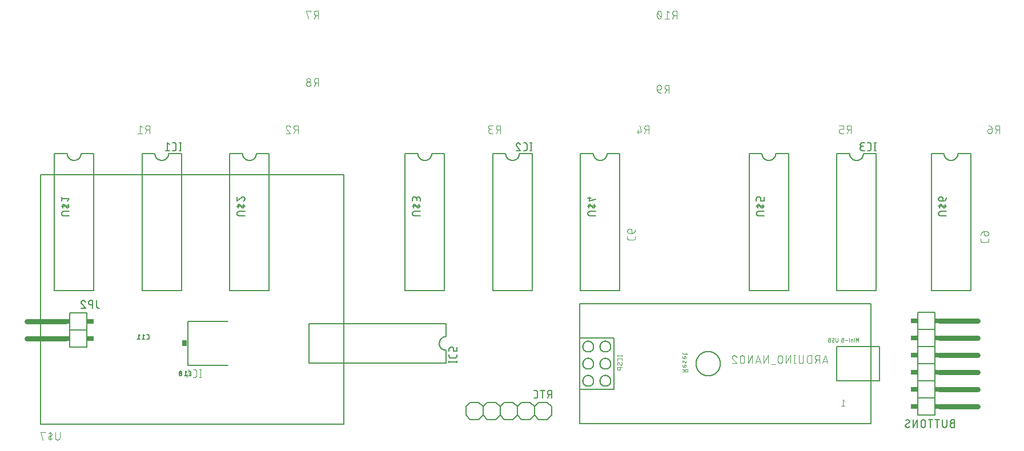
<source format=gbr>
G04 EAGLE Gerber RS-274X export*
G75*
%MOMM*%
%FSLAX34Y34*%
%LPD*%
%INSilkscreen Bottom*%
%IPPOS*%
%AMOC8*
5,1,8,0,0,1.08239X$1,22.5*%
G01*
%ADD10C,0.127000*%
%ADD11C,0.076200*%
%ADD12C,0.050800*%
%ADD13C,0.101600*%
%ADD14C,0.152400*%
%ADD15C,0.203200*%
%ADD16R,0.762000X0.863600*%
%ADD17C,0.762000*%
%ADD18R,0.508000X0.762000*%
%ADD19R,1.016000X0.762000*%


D10*
X1281300Y208900D02*
X849500Y208900D01*
X849500Y158100D01*
X849500Y81900D01*
X849500Y31100D01*
X1281300Y31100D01*
X1281300Y145400D01*
X1281300Y208900D01*
X1281300Y145400D02*
X1294000Y145400D01*
X1294000Y94600D01*
X1230500Y94600D02*
X1230500Y145400D01*
X1281300Y145400D01*
X1294000Y94600D02*
X1230500Y94600D01*
X1022039Y120000D02*
X1022044Y120441D01*
X1022061Y120881D01*
X1022088Y121321D01*
X1022125Y121760D01*
X1022174Y122199D01*
X1022233Y122635D01*
X1022303Y123071D01*
X1022384Y123504D01*
X1022475Y123935D01*
X1022577Y124364D01*
X1022690Y124790D01*
X1022812Y125214D01*
X1022946Y125634D01*
X1023089Y126051D01*
X1023243Y126464D01*
X1023406Y126873D01*
X1023580Y127279D01*
X1023763Y127679D01*
X1023957Y128075D01*
X1024160Y128467D01*
X1024372Y128853D01*
X1024594Y129234D01*
X1024826Y129609D01*
X1025066Y129979D01*
X1025315Y130342D01*
X1025574Y130699D01*
X1025841Y131050D01*
X1026116Y131394D01*
X1026400Y131732D01*
X1026692Y132062D01*
X1026992Y132385D01*
X1027300Y132700D01*
X1027615Y133008D01*
X1027938Y133308D01*
X1028268Y133600D01*
X1028606Y133884D01*
X1028950Y134159D01*
X1029301Y134426D01*
X1029658Y134685D01*
X1030021Y134934D01*
X1030391Y135174D01*
X1030766Y135406D01*
X1031147Y135628D01*
X1031533Y135840D01*
X1031925Y136043D01*
X1032321Y136237D01*
X1032721Y136420D01*
X1033127Y136594D01*
X1033536Y136757D01*
X1033949Y136911D01*
X1034366Y137054D01*
X1034786Y137188D01*
X1035210Y137310D01*
X1035636Y137423D01*
X1036065Y137525D01*
X1036496Y137616D01*
X1036929Y137697D01*
X1037365Y137767D01*
X1037801Y137826D01*
X1038240Y137875D01*
X1038679Y137912D01*
X1039119Y137939D01*
X1039559Y137956D01*
X1040000Y137961D01*
X1040441Y137956D01*
X1040881Y137939D01*
X1041321Y137912D01*
X1041760Y137875D01*
X1042199Y137826D01*
X1042635Y137767D01*
X1043071Y137697D01*
X1043504Y137616D01*
X1043935Y137525D01*
X1044364Y137423D01*
X1044790Y137310D01*
X1045214Y137188D01*
X1045634Y137054D01*
X1046051Y136911D01*
X1046464Y136757D01*
X1046873Y136594D01*
X1047279Y136420D01*
X1047679Y136237D01*
X1048075Y136043D01*
X1048467Y135840D01*
X1048853Y135628D01*
X1049234Y135406D01*
X1049609Y135174D01*
X1049979Y134934D01*
X1050342Y134685D01*
X1050699Y134426D01*
X1051050Y134159D01*
X1051394Y133884D01*
X1051732Y133600D01*
X1052062Y133308D01*
X1052385Y133008D01*
X1052700Y132700D01*
X1053008Y132385D01*
X1053308Y132062D01*
X1053600Y131732D01*
X1053884Y131394D01*
X1054159Y131050D01*
X1054426Y130699D01*
X1054685Y130342D01*
X1054934Y129979D01*
X1055174Y129609D01*
X1055406Y129234D01*
X1055628Y128853D01*
X1055840Y128467D01*
X1056043Y128075D01*
X1056237Y127679D01*
X1056420Y127279D01*
X1056594Y126873D01*
X1056757Y126464D01*
X1056911Y126051D01*
X1057054Y125634D01*
X1057188Y125214D01*
X1057310Y124790D01*
X1057423Y124364D01*
X1057525Y123935D01*
X1057616Y123504D01*
X1057697Y123071D01*
X1057767Y122635D01*
X1057826Y122199D01*
X1057875Y121760D01*
X1057912Y121321D01*
X1057939Y120881D01*
X1057956Y120441D01*
X1057961Y120000D01*
X1057956Y119559D01*
X1057939Y119119D01*
X1057912Y118679D01*
X1057875Y118240D01*
X1057826Y117801D01*
X1057767Y117365D01*
X1057697Y116929D01*
X1057616Y116496D01*
X1057525Y116065D01*
X1057423Y115636D01*
X1057310Y115210D01*
X1057188Y114786D01*
X1057054Y114366D01*
X1056911Y113949D01*
X1056757Y113536D01*
X1056594Y113127D01*
X1056420Y112721D01*
X1056237Y112321D01*
X1056043Y111925D01*
X1055840Y111533D01*
X1055628Y111147D01*
X1055406Y110766D01*
X1055174Y110391D01*
X1054934Y110021D01*
X1054685Y109658D01*
X1054426Y109301D01*
X1054159Y108950D01*
X1053884Y108606D01*
X1053600Y108268D01*
X1053308Y107938D01*
X1053008Y107615D01*
X1052700Y107300D01*
X1052385Y106992D01*
X1052062Y106692D01*
X1051732Y106400D01*
X1051394Y106116D01*
X1051050Y105841D01*
X1050699Y105574D01*
X1050342Y105315D01*
X1049979Y105066D01*
X1049609Y104826D01*
X1049234Y104594D01*
X1048853Y104372D01*
X1048467Y104160D01*
X1048075Y103957D01*
X1047679Y103763D01*
X1047279Y103580D01*
X1046873Y103406D01*
X1046464Y103243D01*
X1046051Y103089D01*
X1045634Y102946D01*
X1045214Y102812D01*
X1044790Y102690D01*
X1044364Y102577D01*
X1043935Y102475D01*
X1043504Y102384D01*
X1043071Y102303D01*
X1042635Y102233D01*
X1042199Y102174D01*
X1041760Y102125D01*
X1041321Y102088D01*
X1040881Y102061D01*
X1040441Y102044D01*
X1040000Y102039D01*
X1039559Y102044D01*
X1039119Y102061D01*
X1038679Y102088D01*
X1038240Y102125D01*
X1037801Y102174D01*
X1037365Y102233D01*
X1036929Y102303D01*
X1036496Y102384D01*
X1036065Y102475D01*
X1035636Y102577D01*
X1035210Y102690D01*
X1034786Y102812D01*
X1034366Y102946D01*
X1033949Y103089D01*
X1033536Y103243D01*
X1033127Y103406D01*
X1032721Y103580D01*
X1032321Y103763D01*
X1031925Y103957D01*
X1031533Y104160D01*
X1031147Y104372D01*
X1030766Y104594D01*
X1030391Y104826D01*
X1030021Y105066D01*
X1029658Y105315D01*
X1029301Y105574D01*
X1028950Y105841D01*
X1028606Y106116D01*
X1028268Y106400D01*
X1027938Y106692D01*
X1027615Y106992D01*
X1027300Y107300D01*
X1026992Y107615D01*
X1026692Y107938D01*
X1026400Y108268D01*
X1026116Y108606D01*
X1025841Y108950D01*
X1025574Y109301D01*
X1025315Y109658D01*
X1025066Y110021D01*
X1024826Y110391D01*
X1024594Y110766D01*
X1024372Y111147D01*
X1024160Y111533D01*
X1023957Y111925D01*
X1023763Y112321D01*
X1023580Y112721D01*
X1023406Y113127D01*
X1023243Y113536D01*
X1023089Y113949D01*
X1022946Y114366D01*
X1022812Y114786D01*
X1022690Y115210D01*
X1022577Y115636D01*
X1022475Y116065D01*
X1022384Y116496D01*
X1022303Y116929D01*
X1022233Y117365D01*
X1022174Y117801D01*
X1022125Y118240D01*
X1022088Y118679D01*
X1022061Y119119D01*
X1022044Y119559D01*
X1022039Y120000D01*
D11*
X1009647Y107681D02*
X1002281Y107681D01*
X1009647Y107681D02*
X1009647Y109727D01*
X1009645Y109816D01*
X1009639Y109905D01*
X1009629Y109994D01*
X1009616Y110082D01*
X1009599Y110170D01*
X1009577Y110257D01*
X1009552Y110342D01*
X1009524Y110427D01*
X1009491Y110510D01*
X1009455Y110592D01*
X1009416Y110672D01*
X1009373Y110750D01*
X1009327Y110826D01*
X1009277Y110901D01*
X1009224Y110973D01*
X1009168Y111042D01*
X1009109Y111109D01*
X1009048Y111174D01*
X1008983Y111235D01*
X1008916Y111294D01*
X1008847Y111350D01*
X1008775Y111403D01*
X1008700Y111453D01*
X1008624Y111499D01*
X1008546Y111542D01*
X1008466Y111581D01*
X1008384Y111617D01*
X1008301Y111650D01*
X1008216Y111678D01*
X1008131Y111703D01*
X1008044Y111725D01*
X1007956Y111742D01*
X1007868Y111755D01*
X1007779Y111765D01*
X1007690Y111771D01*
X1007601Y111773D01*
X1007512Y111771D01*
X1007423Y111765D01*
X1007334Y111755D01*
X1007246Y111742D01*
X1007158Y111725D01*
X1007071Y111703D01*
X1006986Y111678D01*
X1006901Y111650D01*
X1006818Y111617D01*
X1006736Y111581D01*
X1006656Y111542D01*
X1006578Y111499D01*
X1006502Y111453D01*
X1006427Y111403D01*
X1006355Y111350D01*
X1006286Y111294D01*
X1006219Y111235D01*
X1006154Y111174D01*
X1006093Y111109D01*
X1006034Y111042D01*
X1005978Y110973D01*
X1005925Y110901D01*
X1005875Y110826D01*
X1005829Y110750D01*
X1005786Y110672D01*
X1005747Y110592D01*
X1005711Y110510D01*
X1005678Y110427D01*
X1005650Y110342D01*
X1005625Y110257D01*
X1005603Y110170D01*
X1005586Y110082D01*
X1005573Y109994D01*
X1005563Y109905D01*
X1005557Y109816D01*
X1005555Y109727D01*
X1005555Y107681D01*
X1005555Y110136D02*
X1002281Y111773D01*
X1002281Y116094D02*
X1002281Y118140D01*
X1002281Y116094D02*
X1002283Y116025D01*
X1002289Y115957D01*
X1002298Y115888D01*
X1002312Y115821D01*
X1002329Y115754D01*
X1002350Y115688D01*
X1002374Y115624D01*
X1002403Y115561D01*
X1002434Y115500D01*
X1002469Y115441D01*
X1002507Y115383D01*
X1002549Y115328D01*
X1002593Y115276D01*
X1002641Y115226D01*
X1002691Y115178D01*
X1002743Y115134D01*
X1002798Y115092D01*
X1002856Y115054D01*
X1002915Y115019D01*
X1002976Y114988D01*
X1003039Y114959D01*
X1003103Y114935D01*
X1003169Y114914D01*
X1003236Y114897D01*
X1003303Y114883D01*
X1003372Y114874D01*
X1003440Y114868D01*
X1003509Y114866D01*
X1003509Y114867D02*
X1005555Y114867D01*
X1005555Y114866D02*
X1005634Y114868D01*
X1005713Y114874D01*
X1005792Y114883D01*
X1005870Y114896D01*
X1005947Y114914D01*
X1006023Y114934D01*
X1006098Y114959D01*
X1006172Y114987D01*
X1006245Y115018D01*
X1006316Y115054D01*
X1006385Y115092D01*
X1006452Y115134D01*
X1006517Y115179D01*
X1006580Y115227D01*
X1006641Y115278D01*
X1006698Y115332D01*
X1006754Y115388D01*
X1006806Y115447D01*
X1006856Y115509D01*
X1006902Y115573D01*
X1006946Y115639D01*
X1006986Y115707D01*
X1007022Y115777D01*
X1007056Y115849D01*
X1007086Y115923D01*
X1007112Y115997D01*
X1007135Y116073D01*
X1007153Y116150D01*
X1007169Y116227D01*
X1007180Y116306D01*
X1007188Y116384D01*
X1007192Y116463D01*
X1007192Y116543D01*
X1007188Y116622D01*
X1007180Y116700D01*
X1007169Y116779D01*
X1007153Y116856D01*
X1007135Y116933D01*
X1007112Y117009D01*
X1007086Y117083D01*
X1007056Y117157D01*
X1007022Y117229D01*
X1006986Y117299D01*
X1006946Y117367D01*
X1006902Y117433D01*
X1006856Y117497D01*
X1006806Y117559D01*
X1006754Y117618D01*
X1006698Y117674D01*
X1006641Y117728D01*
X1006580Y117779D01*
X1006517Y117827D01*
X1006452Y117872D01*
X1006385Y117914D01*
X1006316Y117952D01*
X1006245Y117988D01*
X1006172Y118019D01*
X1006098Y118047D01*
X1006023Y118072D01*
X1005947Y118092D01*
X1005870Y118110D01*
X1005792Y118123D01*
X1005713Y118132D01*
X1005634Y118138D01*
X1005555Y118140D01*
X1004736Y118140D01*
X1004736Y114867D01*
X1005146Y121820D02*
X1004327Y123866D01*
X1005146Y121820D02*
X1005171Y121761D01*
X1005200Y121704D01*
X1005233Y121649D01*
X1005269Y121596D01*
X1005307Y121545D01*
X1005349Y121497D01*
X1005394Y121451D01*
X1005441Y121408D01*
X1005491Y121368D01*
X1005543Y121331D01*
X1005598Y121297D01*
X1005654Y121266D01*
X1005712Y121239D01*
X1005772Y121216D01*
X1005832Y121196D01*
X1005894Y121180D01*
X1005957Y121167D01*
X1006021Y121159D01*
X1006084Y121154D01*
X1006148Y121153D01*
X1006212Y121156D01*
X1006276Y121163D01*
X1006339Y121174D01*
X1006401Y121188D01*
X1006463Y121206D01*
X1006523Y121228D01*
X1006582Y121253D01*
X1006639Y121282D01*
X1006694Y121315D01*
X1006747Y121350D01*
X1006798Y121389D01*
X1006847Y121431D01*
X1006893Y121475D01*
X1006936Y121523D01*
X1006976Y121572D01*
X1007013Y121625D01*
X1007047Y121679D01*
X1007078Y121735D01*
X1007105Y121793D01*
X1007129Y121852D01*
X1007148Y121913D01*
X1007165Y121975D01*
X1007177Y122038D01*
X1007186Y122101D01*
X1007191Y122165D01*
X1007192Y122229D01*
X1007188Y122365D01*
X1007180Y122500D01*
X1007168Y122636D01*
X1007152Y122770D01*
X1007132Y122905D01*
X1007109Y123038D01*
X1007081Y123171D01*
X1007050Y123303D01*
X1007015Y123434D01*
X1006976Y123564D01*
X1006933Y123693D01*
X1006886Y123820D01*
X1006836Y123946D01*
X1006782Y124071D01*
X1004327Y123866D02*
X1004302Y123925D01*
X1004273Y123982D01*
X1004240Y124037D01*
X1004204Y124090D01*
X1004166Y124141D01*
X1004124Y124189D01*
X1004079Y124235D01*
X1004032Y124278D01*
X1003982Y124318D01*
X1003930Y124355D01*
X1003875Y124389D01*
X1003819Y124420D01*
X1003761Y124447D01*
X1003701Y124470D01*
X1003641Y124490D01*
X1003579Y124506D01*
X1003516Y124519D01*
X1003452Y124527D01*
X1003389Y124532D01*
X1003325Y124533D01*
X1003261Y124530D01*
X1003197Y124523D01*
X1003134Y124512D01*
X1003072Y124498D01*
X1003010Y124480D01*
X1002950Y124458D01*
X1002891Y124433D01*
X1002834Y124404D01*
X1002779Y124371D01*
X1002726Y124336D01*
X1002675Y124297D01*
X1002626Y124255D01*
X1002580Y124211D01*
X1002537Y124163D01*
X1002497Y124114D01*
X1002460Y124061D01*
X1002426Y124007D01*
X1002395Y123951D01*
X1002368Y123893D01*
X1002344Y123834D01*
X1002325Y123773D01*
X1002308Y123711D01*
X1002296Y123648D01*
X1002287Y123585D01*
X1002282Y123521D01*
X1002281Y123457D01*
X1002285Y123293D01*
X1002293Y123129D01*
X1002305Y122965D01*
X1002321Y122802D01*
X1002341Y122639D01*
X1002364Y122476D01*
X1002392Y122315D01*
X1002423Y122153D01*
X1002458Y121993D01*
X1002497Y121834D01*
X1002540Y121675D01*
X1002586Y121518D01*
X1002636Y121361D01*
X1002690Y121206D01*
X1002281Y128774D02*
X1002281Y130820D01*
X1002281Y128774D02*
X1002283Y128705D01*
X1002289Y128637D01*
X1002298Y128568D01*
X1002312Y128501D01*
X1002329Y128434D01*
X1002350Y128368D01*
X1002374Y128304D01*
X1002403Y128241D01*
X1002434Y128180D01*
X1002469Y128121D01*
X1002507Y128063D01*
X1002549Y128008D01*
X1002593Y127956D01*
X1002641Y127906D01*
X1002691Y127858D01*
X1002743Y127814D01*
X1002798Y127772D01*
X1002856Y127734D01*
X1002915Y127699D01*
X1002976Y127668D01*
X1003039Y127639D01*
X1003103Y127615D01*
X1003169Y127594D01*
X1003236Y127577D01*
X1003303Y127563D01*
X1003372Y127554D01*
X1003440Y127548D01*
X1003509Y127546D01*
X1005555Y127546D01*
X1005634Y127548D01*
X1005713Y127554D01*
X1005792Y127563D01*
X1005870Y127576D01*
X1005947Y127594D01*
X1006023Y127614D01*
X1006098Y127639D01*
X1006172Y127667D01*
X1006245Y127698D01*
X1006316Y127734D01*
X1006385Y127772D01*
X1006452Y127814D01*
X1006517Y127859D01*
X1006580Y127907D01*
X1006641Y127958D01*
X1006698Y128012D01*
X1006754Y128068D01*
X1006806Y128127D01*
X1006856Y128189D01*
X1006902Y128253D01*
X1006946Y128319D01*
X1006986Y128387D01*
X1007022Y128457D01*
X1007056Y128529D01*
X1007086Y128603D01*
X1007112Y128677D01*
X1007135Y128753D01*
X1007153Y128830D01*
X1007169Y128907D01*
X1007180Y128986D01*
X1007188Y129064D01*
X1007192Y129143D01*
X1007192Y129223D01*
X1007188Y129302D01*
X1007180Y129380D01*
X1007169Y129459D01*
X1007153Y129536D01*
X1007135Y129613D01*
X1007112Y129689D01*
X1007086Y129763D01*
X1007056Y129837D01*
X1007022Y129909D01*
X1006986Y129979D01*
X1006946Y130047D01*
X1006902Y130113D01*
X1006856Y130177D01*
X1006806Y130239D01*
X1006754Y130298D01*
X1006698Y130354D01*
X1006641Y130408D01*
X1006580Y130459D01*
X1006517Y130507D01*
X1006452Y130552D01*
X1006385Y130594D01*
X1006316Y130632D01*
X1006245Y130668D01*
X1006172Y130699D01*
X1006098Y130727D01*
X1006023Y130752D01*
X1005947Y130772D01*
X1005870Y130790D01*
X1005792Y130803D01*
X1005713Y130812D01*
X1005634Y130818D01*
X1005555Y130820D01*
X1004736Y130820D01*
X1004736Y127546D01*
X1007192Y133256D02*
X1007192Y135711D01*
X1009647Y134074D02*
X1003509Y134074D01*
X1003440Y134076D01*
X1003372Y134082D01*
X1003303Y134091D01*
X1003236Y134105D01*
X1003169Y134122D01*
X1003103Y134143D01*
X1003039Y134167D01*
X1002976Y134196D01*
X1002915Y134227D01*
X1002856Y134262D01*
X1002798Y134300D01*
X1002743Y134342D01*
X1002691Y134386D01*
X1002641Y134434D01*
X1002593Y134484D01*
X1002549Y134536D01*
X1002507Y134591D01*
X1002469Y134649D01*
X1002434Y134708D01*
X1002403Y134769D01*
X1002374Y134832D01*
X1002350Y134896D01*
X1002329Y134962D01*
X1002312Y135029D01*
X1002298Y135096D01*
X1002289Y135165D01*
X1002283Y135233D01*
X1002281Y135302D01*
X1002281Y135711D01*
X1240208Y66279D02*
X1242819Y64191D01*
X1240208Y66279D02*
X1240208Y56881D01*
X1237598Y56881D02*
X1242819Y56881D01*
D12*
X1262882Y152258D02*
X1262882Y157846D01*
X1261020Y154742D01*
X1259157Y157846D01*
X1259157Y152258D01*
X1256631Y152258D02*
X1256631Y155983D01*
X1256786Y157536D02*
X1256786Y157846D01*
X1256475Y157846D01*
X1256475Y157536D01*
X1256786Y157536D01*
X1254215Y155983D02*
X1254215Y152258D01*
X1254215Y155983D02*
X1252663Y155983D01*
X1252605Y155981D01*
X1252546Y155976D01*
X1252489Y155967D01*
X1252431Y155954D01*
X1252375Y155937D01*
X1252320Y155918D01*
X1252267Y155894D01*
X1252214Y155868D01*
X1252164Y155838D01*
X1252116Y155805D01*
X1252070Y155769D01*
X1252026Y155731D01*
X1251984Y155689D01*
X1251946Y155645D01*
X1251910Y155599D01*
X1251877Y155551D01*
X1251847Y155501D01*
X1251821Y155448D01*
X1251797Y155395D01*
X1251778Y155340D01*
X1251761Y155284D01*
X1251748Y155226D01*
X1251739Y155169D01*
X1251734Y155110D01*
X1251732Y155052D01*
X1251731Y155052D02*
X1251731Y152258D01*
X1249316Y152258D02*
X1249316Y155983D01*
X1249471Y157536D02*
X1249471Y157846D01*
X1249160Y157846D01*
X1249160Y157536D01*
X1249471Y157536D01*
X1246972Y154431D02*
X1243247Y154431D01*
X1240544Y155362D02*
X1238991Y155362D01*
X1238914Y155360D01*
X1238836Y155354D01*
X1238760Y155345D01*
X1238683Y155331D01*
X1238608Y155314D01*
X1238534Y155293D01*
X1238460Y155268D01*
X1238388Y155240D01*
X1238318Y155208D01*
X1238249Y155173D01*
X1238182Y155134D01*
X1238117Y155092D01*
X1238054Y155047D01*
X1237993Y154999D01*
X1237935Y154948D01*
X1237880Y154894D01*
X1237827Y154837D01*
X1237778Y154778D01*
X1237731Y154716D01*
X1237687Y154652D01*
X1237647Y154586D01*
X1237610Y154518D01*
X1237576Y154448D01*
X1237546Y154377D01*
X1237520Y154304D01*
X1237497Y154230D01*
X1237478Y154155D01*
X1237463Y154080D01*
X1237451Y154003D01*
X1237443Y153926D01*
X1237439Y153849D01*
X1237439Y153771D01*
X1237443Y153694D01*
X1237451Y153617D01*
X1237463Y153540D01*
X1237478Y153465D01*
X1237497Y153390D01*
X1237520Y153316D01*
X1237546Y153243D01*
X1237576Y153172D01*
X1237610Y153102D01*
X1237647Y153034D01*
X1237687Y152968D01*
X1237731Y152904D01*
X1237778Y152842D01*
X1237827Y152783D01*
X1237880Y152726D01*
X1237935Y152672D01*
X1237993Y152621D01*
X1238054Y152573D01*
X1238117Y152528D01*
X1238182Y152486D01*
X1238249Y152447D01*
X1238318Y152412D01*
X1238388Y152380D01*
X1238460Y152352D01*
X1238534Y152327D01*
X1238608Y152306D01*
X1238683Y152289D01*
X1238760Y152275D01*
X1238836Y152266D01*
X1238914Y152260D01*
X1238991Y152258D01*
X1240544Y152258D01*
X1240544Y157846D01*
X1238991Y157846D01*
X1238921Y157844D01*
X1238852Y157838D01*
X1238783Y157828D01*
X1238715Y157815D01*
X1238647Y157797D01*
X1238581Y157776D01*
X1238516Y157751D01*
X1238452Y157723D01*
X1238390Y157691D01*
X1238330Y157656D01*
X1238272Y157617D01*
X1238217Y157575D01*
X1238163Y157530D01*
X1238113Y157482D01*
X1238065Y157432D01*
X1238020Y157378D01*
X1237978Y157323D01*
X1237939Y157265D01*
X1237904Y157205D01*
X1237872Y157143D01*
X1237844Y157079D01*
X1237819Y157014D01*
X1237798Y156948D01*
X1237780Y156880D01*
X1237767Y156812D01*
X1237757Y156743D01*
X1237751Y156674D01*
X1237749Y156604D01*
X1237751Y156534D01*
X1237757Y156465D01*
X1237767Y156396D01*
X1237780Y156328D01*
X1237798Y156260D01*
X1237819Y156194D01*
X1237844Y156129D01*
X1237872Y156065D01*
X1237904Y156003D01*
X1237939Y155943D01*
X1237978Y155885D01*
X1238020Y155830D01*
X1238065Y155776D01*
X1238113Y155726D01*
X1238163Y155678D01*
X1238217Y155633D01*
X1238272Y155591D01*
X1238330Y155552D01*
X1238390Y155517D01*
X1238452Y155485D01*
X1238516Y155457D01*
X1238581Y155432D01*
X1238647Y155411D01*
X1238715Y155393D01*
X1238783Y155380D01*
X1238852Y155370D01*
X1238921Y155364D01*
X1238991Y155362D01*
X1232214Y153810D02*
X1232214Y157846D01*
X1232214Y153810D02*
X1232212Y153733D01*
X1232206Y153655D01*
X1232197Y153579D01*
X1232183Y153502D01*
X1232166Y153427D01*
X1232145Y153353D01*
X1232120Y153279D01*
X1232092Y153207D01*
X1232060Y153137D01*
X1232025Y153068D01*
X1231986Y153001D01*
X1231944Y152936D01*
X1231899Y152873D01*
X1231851Y152812D01*
X1231800Y152754D01*
X1231746Y152699D01*
X1231689Y152646D01*
X1231630Y152597D01*
X1231568Y152550D01*
X1231504Y152506D01*
X1231438Y152466D01*
X1231370Y152429D01*
X1231300Y152395D01*
X1231229Y152365D01*
X1231156Y152339D01*
X1231082Y152316D01*
X1231007Y152297D01*
X1230932Y152282D01*
X1230855Y152270D01*
X1230778Y152262D01*
X1230701Y152258D01*
X1230623Y152258D01*
X1230546Y152262D01*
X1230469Y152270D01*
X1230392Y152282D01*
X1230317Y152297D01*
X1230242Y152316D01*
X1230168Y152339D01*
X1230095Y152365D01*
X1230024Y152395D01*
X1229954Y152429D01*
X1229886Y152466D01*
X1229820Y152506D01*
X1229756Y152550D01*
X1229694Y152597D01*
X1229635Y152646D01*
X1229578Y152699D01*
X1229524Y152754D01*
X1229473Y152812D01*
X1229425Y152873D01*
X1229380Y152936D01*
X1229338Y153001D01*
X1229299Y153068D01*
X1229264Y153137D01*
X1229232Y153207D01*
X1229204Y153279D01*
X1229179Y153353D01*
X1229158Y153427D01*
X1229141Y153502D01*
X1229127Y153579D01*
X1229118Y153655D01*
X1229112Y153733D01*
X1229110Y153810D01*
X1229110Y157846D01*
X1223623Y153500D02*
X1223625Y153430D01*
X1223631Y153361D01*
X1223641Y153292D01*
X1223654Y153224D01*
X1223672Y153156D01*
X1223693Y153090D01*
X1223718Y153025D01*
X1223746Y152961D01*
X1223778Y152899D01*
X1223813Y152839D01*
X1223852Y152781D01*
X1223894Y152726D01*
X1223939Y152672D01*
X1223987Y152622D01*
X1224037Y152574D01*
X1224091Y152529D01*
X1224146Y152487D01*
X1224204Y152448D01*
X1224264Y152413D01*
X1224326Y152381D01*
X1224390Y152353D01*
X1224455Y152328D01*
X1224521Y152307D01*
X1224589Y152289D01*
X1224657Y152276D01*
X1224726Y152266D01*
X1224795Y152260D01*
X1224865Y152258D01*
X1224964Y152260D01*
X1225062Y152265D01*
X1225160Y152275D01*
X1225258Y152288D01*
X1225355Y152304D01*
X1225452Y152324D01*
X1225547Y152348D01*
X1225642Y152376D01*
X1225736Y152407D01*
X1225828Y152441D01*
X1225919Y152479D01*
X1226009Y152520D01*
X1226097Y152565D01*
X1226183Y152613D01*
X1226267Y152664D01*
X1226349Y152718D01*
X1226430Y152776D01*
X1226508Y152836D01*
X1226583Y152899D01*
X1226657Y152965D01*
X1226727Y153034D01*
X1226573Y156604D02*
X1226571Y156674D01*
X1226565Y156743D01*
X1226555Y156812D01*
X1226542Y156880D01*
X1226524Y156948D01*
X1226503Y157014D01*
X1226478Y157079D01*
X1226450Y157143D01*
X1226418Y157205D01*
X1226383Y157265D01*
X1226344Y157323D01*
X1226302Y157378D01*
X1226257Y157432D01*
X1226209Y157482D01*
X1226159Y157530D01*
X1226105Y157575D01*
X1226050Y157617D01*
X1225992Y157656D01*
X1225932Y157691D01*
X1225870Y157723D01*
X1225806Y157751D01*
X1225741Y157776D01*
X1225675Y157797D01*
X1225607Y157815D01*
X1225539Y157828D01*
X1225470Y157838D01*
X1225401Y157844D01*
X1225331Y157846D01*
X1225237Y157844D01*
X1225144Y157838D01*
X1225051Y157829D01*
X1224958Y157816D01*
X1224866Y157799D01*
X1224775Y157779D01*
X1224684Y157754D01*
X1224595Y157727D01*
X1224507Y157695D01*
X1224420Y157660D01*
X1224334Y157622D01*
X1224251Y157580D01*
X1224168Y157535D01*
X1224088Y157487D01*
X1224010Y157435D01*
X1223934Y157380D01*
X1225951Y155518D02*
X1226010Y155554D01*
X1226066Y155594D01*
X1226120Y155637D01*
X1226172Y155682D01*
X1226221Y155731D01*
X1226267Y155782D01*
X1226310Y155835D01*
X1226351Y155891D01*
X1226388Y155949D01*
X1226423Y156009D01*
X1226453Y156070D01*
X1226481Y156133D01*
X1226505Y156198D01*
X1226525Y156264D01*
X1226542Y156331D01*
X1226555Y156398D01*
X1226564Y156466D01*
X1226570Y156535D01*
X1226572Y156604D01*
X1224245Y154586D02*
X1224186Y154550D01*
X1224130Y154510D01*
X1224076Y154467D01*
X1224024Y154422D01*
X1223975Y154373D01*
X1223929Y154322D01*
X1223886Y154269D01*
X1223845Y154213D01*
X1223808Y154155D01*
X1223773Y154096D01*
X1223743Y154034D01*
X1223715Y153971D01*
X1223691Y153906D01*
X1223671Y153840D01*
X1223654Y153773D01*
X1223641Y153706D01*
X1223632Y153638D01*
X1223626Y153569D01*
X1223624Y153500D01*
X1224244Y154586D02*
X1225952Y155518D01*
X1221158Y155362D02*
X1219606Y155362D01*
X1219529Y155360D01*
X1219451Y155354D01*
X1219375Y155345D01*
X1219298Y155331D01*
X1219223Y155314D01*
X1219149Y155293D01*
X1219075Y155268D01*
X1219003Y155240D01*
X1218933Y155208D01*
X1218864Y155173D01*
X1218797Y155134D01*
X1218732Y155092D01*
X1218669Y155047D01*
X1218608Y154999D01*
X1218550Y154948D01*
X1218495Y154894D01*
X1218442Y154837D01*
X1218393Y154778D01*
X1218346Y154716D01*
X1218302Y154652D01*
X1218262Y154586D01*
X1218225Y154518D01*
X1218191Y154448D01*
X1218161Y154377D01*
X1218135Y154304D01*
X1218112Y154230D01*
X1218093Y154155D01*
X1218078Y154080D01*
X1218066Y154003D01*
X1218058Y153926D01*
X1218054Y153849D01*
X1218054Y153771D01*
X1218058Y153694D01*
X1218066Y153617D01*
X1218078Y153540D01*
X1218093Y153465D01*
X1218112Y153390D01*
X1218135Y153316D01*
X1218161Y153243D01*
X1218191Y153172D01*
X1218225Y153102D01*
X1218262Y153034D01*
X1218302Y152968D01*
X1218346Y152904D01*
X1218393Y152842D01*
X1218442Y152783D01*
X1218495Y152726D01*
X1218550Y152672D01*
X1218608Y152621D01*
X1218669Y152573D01*
X1218732Y152528D01*
X1218797Y152486D01*
X1218864Y152447D01*
X1218933Y152412D01*
X1219003Y152380D01*
X1219075Y152352D01*
X1219149Y152327D01*
X1219223Y152306D01*
X1219298Y152289D01*
X1219375Y152275D01*
X1219451Y152266D01*
X1219529Y152260D01*
X1219606Y152258D01*
X1221158Y152258D01*
X1221158Y157846D01*
X1219606Y157846D01*
X1219536Y157844D01*
X1219467Y157838D01*
X1219398Y157828D01*
X1219330Y157815D01*
X1219262Y157797D01*
X1219196Y157776D01*
X1219131Y157751D01*
X1219067Y157723D01*
X1219005Y157691D01*
X1218945Y157656D01*
X1218887Y157617D01*
X1218832Y157575D01*
X1218778Y157530D01*
X1218728Y157482D01*
X1218680Y157432D01*
X1218635Y157378D01*
X1218593Y157323D01*
X1218554Y157265D01*
X1218519Y157205D01*
X1218487Y157143D01*
X1218459Y157079D01*
X1218434Y157014D01*
X1218413Y156948D01*
X1218395Y156880D01*
X1218382Y156812D01*
X1218372Y156743D01*
X1218366Y156674D01*
X1218364Y156604D01*
X1218366Y156534D01*
X1218372Y156465D01*
X1218382Y156396D01*
X1218395Y156328D01*
X1218413Y156260D01*
X1218434Y156194D01*
X1218459Y156129D01*
X1218487Y156065D01*
X1218519Y156003D01*
X1218554Y155943D01*
X1218593Y155885D01*
X1218635Y155830D01*
X1218680Y155776D01*
X1218728Y155726D01*
X1218778Y155678D01*
X1218832Y155633D01*
X1218887Y155591D01*
X1218945Y155552D01*
X1219005Y155517D01*
X1219067Y155485D01*
X1219131Y155457D01*
X1219196Y155432D01*
X1219262Y155411D01*
X1219330Y155393D01*
X1219398Y155380D01*
X1219467Y155370D01*
X1219536Y155364D01*
X1219606Y155362D01*
D10*
X900300Y158100D02*
X849500Y158100D01*
X900300Y158100D02*
X900300Y81900D01*
X849500Y81900D01*
X854200Y94600D02*
X854202Y94796D01*
X854210Y94993D01*
X854222Y95189D01*
X854239Y95384D01*
X854260Y95579D01*
X854287Y95774D01*
X854318Y95968D01*
X854354Y96161D01*
X854394Y96353D01*
X854440Y96544D01*
X854490Y96734D01*
X854544Y96922D01*
X854604Y97109D01*
X854668Y97295D01*
X854736Y97479D01*
X854809Y97661D01*
X854886Y97842D01*
X854968Y98020D01*
X855054Y98197D01*
X855145Y98371D01*
X855239Y98543D01*
X855338Y98713D01*
X855441Y98880D01*
X855548Y99045D01*
X855659Y99206D01*
X855774Y99366D01*
X855893Y99522D01*
X856016Y99675D01*
X856142Y99825D01*
X856272Y99972D01*
X856406Y100116D01*
X856543Y100257D01*
X856684Y100394D01*
X856828Y100528D01*
X856975Y100658D01*
X857125Y100784D01*
X857278Y100907D01*
X857434Y101026D01*
X857594Y101141D01*
X857755Y101252D01*
X857920Y101359D01*
X858087Y101462D01*
X858257Y101561D01*
X858429Y101655D01*
X858603Y101746D01*
X858780Y101832D01*
X858958Y101914D01*
X859139Y101991D01*
X859321Y102064D01*
X859505Y102132D01*
X859691Y102196D01*
X859878Y102256D01*
X860066Y102310D01*
X860256Y102360D01*
X860447Y102406D01*
X860639Y102446D01*
X860832Y102482D01*
X861026Y102513D01*
X861221Y102540D01*
X861416Y102561D01*
X861611Y102578D01*
X861807Y102590D01*
X862004Y102598D01*
X862200Y102600D01*
X862396Y102598D01*
X862593Y102590D01*
X862789Y102578D01*
X862984Y102561D01*
X863179Y102540D01*
X863374Y102513D01*
X863568Y102482D01*
X863761Y102446D01*
X863953Y102406D01*
X864144Y102360D01*
X864334Y102310D01*
X864522Y102256D01*
X864709Y102196D01*
X864895Y102132D01*
X865079Y102064D01*
X865261Y101991D01*
X865442Y101914D01*
X865620Y101832D01*
X865797Y101746D01*
X865971Y101655D01*
X866143Y101561D01*
X866313Y101462D01*
X866480Y101359D01*
X866645Y101252D01*
X866806Y101141D01*
X866966Y101026D01*
X867122Y100907D01*
X867275Y100784D01*
X867425Y100658D01*
X867572Y100528D01*
X867716Y100394D01*
X867857Y100257D01*
X867994Y100116D01*
X868128Y99972D01*
X868258Y99825D01*
X868384Y99675D01*
X868507Y99522D01*
X868626Y99366D01*
X868741Y99206D01*
X868852Y99045D01*
X868959Y98880D01*
X869062Y98713D01*
X869161Y98543D01*
X869255Y98371D01*
X869346Y98197D01*
X869432Y98020D01*
X869514Y97842D01*
X869591Y97661D01*
X869664Y97479D01*
X869732Y97295D01*
X869796Y97109D01*
X869856Y96922D01*
X869910Y96734D01*
X869960Y96544D01*
X870006Y96353D01*
X870046Y96161D01*
X870082Y95968D01*
X870113Y95774D01*
X870140Y95579D01*
X870161Y95384D01*
X870178Y95189D01*
X870190Y94993D01*
X870198Y94796D01*
X870200Y94600D01*
X870198Y94404D01*
X870190Y94207D01*
X870178Y94011D01*
X870161Y93816D01*
X870140Y93621D01*
X870113Y93426D01*
X870082Y93232D01*
X870046Y93039D01*
X870006Y92847D01*
X869960Y92656D01*
X869910Y92466D01*
X869856Y92278D01*
X869796Y92091D01*
X869732Y91905D01*
X869664Y91721D01*
X869591Y91539D01*
X869514Y91358D01*
X869432Y91180D01*
X869346Y91003D01*
X869255Y90829D01*
X869161Y90657D01*
X869062Y90487D01*
X868959Y90320D01*
X868852Y90155D01*
X868741Y89994D01*
X868626Y89834D01*
X868507Y89678D01*
X868384Y89525D01*
X868258Y89375D01*
X868128Y89228D01*
X867994Y89084D01*
X867857Y88943D01*
X867716Y88806D01*
X867572Y88672D01*
X867425Y88542D01*
X867275Y88416D01*
X867122Y88293D01*
X866966Y88174D01*
X866806Y88059D01*
X866645Y87948D01*
X866480Y87841D01*
X866313Y87738D01*
X866143Y87639D01*
X865971Y87545D01*
X865797Y87454D01*
X865620Y87368D01*
X865442Y87286D01*
X865261Y87209D01*
X865079Y87136D01*
X864895Y87068D01*
X864709Y87004D01*
X864522Y86944D01*
X864334Y86890D01*
X864144Y86840D01*
X863953Y86794D01*
X863761Y86754D01*
X863568Y86718D01*
X863374Y86687D01*
X863179Y86660D01*
X862984Y86639D01*
X862789Y86622D01*
X862593Y86610D01*
X862396Y86602D01*
X862200Y86600D01*
X862004Y86602D01*
X861807Y86610D01*
X861611Y86622D01*
X861416Y86639D01*
X861221Y86660D01*
X861026Y86687D01*
X860832Y86718D01*
X860639Y86754D01*
X860447Y86794D01*
X860256Y86840D01*
X860066Y86890D01*
X859878Y86944D01*
X859691Y87004D01*
X859505Y87068D01*
X859321Y87136D01*
X859139Y87209D01*
X858958Y87286D01*
X858780Y87368D01*
X858603Y87454D01*
X858429Y87545D01*
X858257Y87639D01*
X858087Y87738D01*
X857920Y87841D01*
X857755Y87948D01*
X857594Y88059D01*
X857434Y88174D01*
X857278Y88293D01*
X857125Y88416D01*
X856975Y88542D01*
X856828Y88672D01*
X856684Y88806D01*
X856543Y88943D01*
X856406Y89084D01*
X856272Y89228D01*
X856142Y89375D01*
X856016Y89525D01*
X855893Y89678D01*
X855774Y89834D01*
X855659Y89994D01*
X855548Y90155D01*
X855441Y90320D01*
X855338Y90487D01*
X855239Y90657D01*
X855145Y90829D01*
X855054Y91003D01*
X854968Y91180D01*
X854886Y91358D01*
X854809Y91539D01*
X854736Y91721D01*
X854668Y91905D01*
X854604Y92091D01*
X854544Y92278D01*
X854490Y92466D01*
X854440Y92656D01*
X854394Y92847D01*
X854354Y93039D01*
X854318Y93232D01*
X854287Y93426D01*
X854260Y93621D01*
X854239Y93816D01*
X854222Y94011D01*
X854210Y94207D01*
X854202Y94404D01*
X854200Y94600D01*
X854200Y120000D02*
X854202Y120196D01*
X854210Y120393D01*
X854222Y120589D01*
X854239Y120784D01*
X854260Y120979D01*
X854287Y121174D01*
X854318Y121368D01*
X854354Y121561D01*
X854394Y121753D01*
X854440Y121944D01*
X854490Y122134D01*
X854544Y122322D01*
X854604Y122509D01*
X854668Y122695D01*
X854736Y122879D01*
X854809Y123061D01*
X854886Y123242D01*
X854968Y123420D01*
X855054Y123597D01*
X855145Y123771D01*
X855239Y123943D01*
X855338Y124113D01*
X855441Y124280D01*
X855548Y124445D01*
X855659Y124606D01*
X855774Y124766D01*
X855893Y124922D01*
X856016Y125075D01*
X856142Y125225D01*
X856272Y125372D01*
X856406Y125516D01*
X856543Y125657D01*
X856684Y125794D01*
X856828Y125928D01*
X856975Y126058D01*
X857125Y126184D01*
X857278Y126307D01*
X857434Y126426D01*
X857594Y126541D01*
X857755Y126652D01*
X857920Y126759D01*
X858087Y126862D01*
X858257Y126961D01*
X858429Y127055D01*
X858603Y127146D01*
X858780Y127232D01*
X858958Y127314D01*
X859139Y127391D01*
X859321Y127464D01*
X859505Y127532D01*
X859691Y127596D01*
X859878Y127656D01*
X860066Y127710D01*
X860256Y127760D01*
X860447Y127806D01*
X860639Y127846D01*
X860832Y127882D01*
X861026Y127913D01*
X861221Y127940D01*
X861416Y127961D01*
X861611Y127978D01*
X861807Y127990D01*
X862004Y127998D01*
X862200Y128000D01*
X862396Y127998D01*
X862593Y127990D01*
X862789Y127978D01*
X862984Y127961D01*
X863179Y127940D01*
X863374Y127913D01*
X863568Y127882D01*
X863761Y127846D01*
X863953Y127806D01*
X864144Y127760D01*
X864334Y127710D01*
X864522Y127656D01*
X864709Y127596D01*
X864895Y127532D01*
X865079Y127464D01*
X865261Y127391D01*
X865442Y127314D01*
X865620Y127232D01*
X865797Y127146D01*
X865971Y127055D01*
X866143Y126961D01*
X866313Y126862D01*
X866480Y126759D01*
X866645Y126652D01*
X866806Y126541D01*
X866966Y126426D01*
X867122Y126307D01*
X867275Y126184D01*
X867425Y126058D01*
X867572Y125928D01*
X867716Y125794D01*
X867857Y125657D01*
X867994Y125516D01*
X868128Y125372D01*
X868258Y125225D01*
X868384Y125075D01*
X868507Y124922D01*
X868626Y124766D01*
X868741Y124606D01*
X868852Y124445D01*
X868959Y124280D01*
X869062Y124113D01*
X869161Y123943D01*
X869255Y123771D01*
X869346Y123597D01*
X869432Y123420D01*
X869514Y123242D01*
X869591Y123061D01*
X869664Y122879D01*
X869732Y122695D01*
X869796Y122509D01*
X869856Y122322D01*
X869910Y122134D01*
X869960Y121944D01*
X870006Y121753D01*
X870046Y121561D01*
X870082Y121368D01*
X870113Y121174D01*
X870140Y120979D01*
X870161Y120784D01*
X870178Y120589D01*
X870190Y120393D01*
X870198Y120196D01*
X870200Y120000D01*
X870198Y119804D01*
X870190Y119607D01*
X870178Y119411D01*
X870161Y119216D01*
X870140Y119021D01*
X870113Y118826D01*
X870082Y118632D01*
X870046Y118439D01*
X870006Y118247D01*
X869960Y118056D01*
X869910Y117866D01*
X869856Y117678D01*
X869796Y117491D01*
X869732Y117305D01*
X869664Y117121D01*
X869591Y116939D01*
X869514Y116758D01*
X869432Y116580D01*
X869346Y116403D01*
X869255Y116229D01*
X869161Y116057D01*
X869062Y115887D01*
X868959Y115720D01*
X868852Y115555D01*
X868741Y115394D01*
X868626Y115234D01*
X868507Y115078D01*
X868384Y114925D01*
X868258Y114775D01*
X868128Y114628D01*
X867994Y114484D01*
X867857Y114343D01*
X867716Y114206D01*
X867572Y114072D01*
X867425Y113942D01*
X867275Y113816D01*
X867122Y113693D01*
X866966Y113574D01*
X866806Y113459D01*
X866645Y113348D01*
X866480Y113241D01*
X866313Y113138D01*
X866143Y113039D01*
X865971Y112945D01*
X865797Y112854D01*
X865620Y112768D01*
X865442Y112686D01*
X865261Y112609D01*
X865079Y112536D01*
X864895Y112468D01*
X864709Y112404D01*
X864522Y112344D01*
X864334Y112290D01*
X864144Y112240D01*
X863953Y112194D01*
X863761Y112154D01*
X863568Y112118D01*
X863374Y112087D01*
X863179Y112060D01*
X862984Y112039D01*
X862789Y112022D01*
X862593Y112010D01*
X862396Y112002D01*
X862200Y112000D01*
X862004Y112002D01*
X861807Y112010D01*
X861611Y112022D01*
X861416Y112039D01*
X861221Y112060D01*
X861026Y112087D01*
X860832Y112118D01*
X860639Y112154D01*
X860447Y112194D01*
X860256Y112240D01*
X860066Y112290D01*
X859878Y112344D01*
X859691Y112404D01*
X859505Y112468D01*
X859321Y112536D01*
X859139Y112609D01*
X858958Y112686D01*
X858780Y112768D01*
X858603Y112854D01*
X858429Y112945D01*
X858257Y113039D01*
X858087Y113138D01*
X857920Y113241D01*
X857755Y113348D01*
X857594Y113459D01*
X857434Y113574D01*
X857278Y113693D01*
X857125Y113816D01*
X856975Y113942D01*
X856828Y114072D01*
X856684Y114206D01*
X856543Y114343D01*
X856406Y114484D01*
X856272Y114628D01*
X856142Y114775D01*
X856016Y114925D01*
X855893Y115078D01*
X855774Y115234D01*
X855659Y115394D01*
X855548Y115555D01*
X855441Y115720D01*
X855338Y115887D01*
X855239Y116057D01*
X855145Y116229D01*
X855054Y116403D01*
X854968Y116580D01*
X854886Y116758D01*
X854809Y116939D01*
X854736Y117121D01*
X854668Y117305D01*
X854604Y117491D01*
X854544Y117678D01*
X854490Y117866D01*
X854440Y118056D01*
X854394Y118247D01*
X854354Y118439D01*
X854318Y118632D01*
X854287Y118826D01*
X854260Y119021D01*
X854239Y119216D01*
X854222Y119411D01*
X854210Y119607D01*
X854202Y119804D01*
X854200Y120000D01*
X854200Y145400D02*
X854202Y145596D01*
X854210Y145793D01*
X854222Y145989D01*
X854239Y146184D01*
X854260Y146379D01*
X854287Y146574D01*
X854318Y146768D01*
X854354Y146961D01*
X854394Y147153D01*
X854440Y147344D01*
X854490Y147534D01*
X854544Y147722D01*
X854604Y147909D01*
X854668Y148095D01*
X854736Y148279D01*
X854809Y148461D01*
X854886Y148642D01*
X854968Y148820D01*
X855054Y148997D01*
X855145Y149171D01*
X855239Y149343D01*
X855338Y149513D01*
X855441Y149680D01*
X855548Y149845D01*
X855659Y150006D01*
X855774Y150166D01*
X855893Y150322D01*
X856016Y150475D01*
X856142Y150625D01*
X856272Y150772D01*
X856406Y150916D01*
X856543Y151057D01*
X856684Y151194D01*
X856828Y151328D01*
X856975Y151458D01*
X857125Y151584D01*
X857278Y151707D01*
X857434Y151826D01*
X857594Y151941D01*
X857755Y152052D01*
X857920Y152159D01*
X858087Y152262D01*
X858257Y152361D01*
X858429Y152455D01*
X858603Y152546D01*
X858780Y152632D01*
X858958Y152714D01*
X859139Y152791D01*
X859321Y152864D01*
X859505Y152932D01*
X859691Y152996D01*
X859878Y153056D01*
X860066Y153110D01*
X860256Y153160D01*
X860447Y153206D01*
X860639Y153246D01*
X860832Y153282D01*
X861026Y153313D01*
X861221Y153340D01*
X861416Y153361D01*
X861611Y153378D01*
X861807Y153390D01*
X862004Y153398D01*
X862200Y153400D01*
X862396Y153398D01*
X862593Y153390D01*
X862789Y153378D01*
X862984Y153361D01*
X863179Y153340D01*
X863374Y153313D01*
X863568Y153282D01*
X863761Y153246D01*
X863953Y153206D01*
X864144Y153160D01*
X864334Y153110D01*
X864522Y153056D01*
X864709Y152996D01*
X864895Y152932D01*
X865079Y152864D01*
X865261Y152791D01*
X865442Y152714D01*
X865620Y152632D01*
X865797Y152546D01*
X865971Y152455D01*
X866143Y152361D01*
X866313Y152262D01*
X866480Y152159D01*
X866645Y152052D01*
X866806Y151941D01*
X866966Y151826D01*
X867122Y151707D01*
X867275Y151584D01*
X867425Y151458D01*
X867572Y151328D01*
X867716Y151194D01*
X867857Y151057D01*
X867994Y150916D01*
X868128Y150772D01*
X868258Y150625D01*
X868384Y150475D01*
X868507Y150322D01*
X868626Y150166D01*
X868741Y150006D01*
X868852Y149845D01*
X868959Y149680D01*
X869062Y149513D01*
X869161Y149343D01*
X869255Y149171D01*
X869346Y148997D01*
X869432Y148820D01*
X869514Y148642D01*
X869591Y148461D01*
X869664Y148279D01*
X869732Y148095D01*
X869796Y147909D01*
X869856Y147722D01*
X869910Y147534D01*
X869960Y147344D01*
X870006Y147153D01*
X870046Y146961D01*
X870082Y146768D01*
X870113Y146574D01*
X870140Y146379D01*
X870161Y146184D01*
X870178Y145989D01*
X870190Y145793D01*
X870198Y145596D01*
X870200Y145400D01*
X870198Y145204D01*
X870190Y145007D01*
X870178Y144811D01*
X870161Y144616D01*
X870140Y144421D01*
X870113Y144226D01*
X870082Y144032D01*
X870046Y143839D01*
X870006Y143647D01*
X869960Y143456D01*
X869910Y143266D01*
X869856Y143078D01*
X869796Y142891D01*
X869732Y142705D01*
X869664Y142521D01*
X869591Y142339D01*
X869514Y142158D01*
X869432Y141980D01*
X869346Y141803D01*
X869255Y141629D01*
X869161Y141457D01*
X869062Y141287D01*
X868959Y141120D01*
X868852Y140955D01*
X868741Y140794D01*
X868626Y140634D01*
X868507Y140478D01*
X868384Y140325D01*
X868258Y140175D01*
X868128Y140028D01*
X867994Y139884D01*
X867857Y139743D01*
X867716Y139606D01*
X867572Y139472D01*
X867425Y139342D01*
X867275Y139216D01*
X867122Y139093D01*
X866966Y138974D01*
X866806Y138859D01*
X866645Y138748D01*
X866480Y138641D01*
X866313Y138538D01*
X866143Y138439D01*
X865971Y138345D01*
X865797Y138254D01*
X865620Y138168D01*
X865442Y138086D01*
X865261Y138009D01*
X865079Y137936D01*
X864895Y137868D01*
X864709Y137804D01*
X864522Y137744D01*
X864334Y137690D01*
X864144Y137640D01*
X863953Y137594D01*
X863761Y137554D01*
X863568Y137518D01*
X863374Y137487D01*
X863179Y137460D01*
X862984Y137439D01*
X862789Y137422D01*
X862593Y137410D01*
X862396Y137402D01*
X862200Y137400D01*
X862004Y137402D01*
X861807Y137410D01*
X861611Y137422D01*
X861416Y137439D01*
X861221Y137460D01*
X861026Y137487D01*
X860832Y137518D01*
X860639Y137554D01*
X860447Y137594D01*
X860256Y137640D01*
X860066Y137690D01*
X859878Y137744D01*
X859691Y137804D01*
X859505Y137868D01*
X859321Y137936D01*
X859139Y138009D01*
X858958Y138086D01*
X858780Y138168D01*
X858603Y138254D01*
X858429Y138345D01*
X858257Y138439D01*
X858087Y138538D01*
X857920Y138641D01*
X857755Y138748D01*
X857594Y138859D01*
X857434Y138974D01*
X857278Y139093D01*
X857125Y139216D01*
X856975Y139342D01*
X856828Y139472D01*
X856684Y139606D01*
X856543Y139743D01*
X856406Y139884D01*
X856272Y140028D01*
X856142Y140175D01*
X856016Y140325D01*
X855893Y140478D01*
X855774Y140634D01*
X855659Y140794D01*
X855548Y140955D01*
X855441Y141120D01*
X855338Y141287D01*
X855239Y141457D01*
X855145Y141629D01*
X855054Y141803D01*
X854968Y141980D01*
X854886Y142158D01*
X854809Y142339D01*
X854736Y142521D01*
X854668Y142705D01*
X854604Y142891D01*
X854544Y143078D01*
X854490Y143266D01*
X854440Y143456D01*
X854394Y143647D01*
X854354Y143839D01*
X854318Y144032D01*
X854287Y144226D01*
X854260Y144421D01*
X854239Y144616D01*
X854222Y144811D01*
X854210Y145007D01*
X854202Y145204D01*
X854200Y145400D01*
X879600Y145400D02*
X879602Y145596D01*
X879610Y145793D01*
X879622Y145989D01*
X879639Y146184D01*
X879660Y146379D01*
X879687Y146574D01*
X879718Y146768D01*
X879754Y146961D01*
X879794Y147153D01*
X879840Y147344D01*
X879890Y147534D01*
X879944Y147722D01*
X880004Y147909D01*
X880068Y148095D01*
X880136Y148279D01*
X880209Y148461D01*
X880286Y148642D01*
X880368Y148820D01*
X880454Y148997D01*
X880545Y149171D01*
X880639Y149343D01*
X880738Y149513D01*
X880841Y149680D01*
X880948Y149845D01*
X881059Y150006D01*
X881174Y150166D01*
X881293Y150322D01*
X881416Y150475D01*
X881542Y150625D01*
X881672Y150772D01*
X881806Y150916D01*
X881943Y151057D01*
X882084Y151194D01*
X882228Y151328D01*
X882375Y151458D01*
X882525Y151584D01*
X882678Y151707D01*
X882834Y151826D01*
X882994Y151941D01*
X883155Y152052D01*
X883320Y152159D01*
X883487Y152262D01*
X883657Y152361D01*
X883829Y152455D01*
X884003Y152546D01*
X884180Y152632D01*
X884358Y152714D01*
X884539Y152791D01*
X884721Y152864D01*
X884905Y152932D01*
X885091Y152996D01*
X885278Y153056D01*
X885466Y153110D01*
X885656Y153160D01*
X885847Y153206D01*
X886039Y153246D01*
X886232Y153282D01*
X886426Y153313D01*
X886621Y153340D01*
X886816Y153361D01*
X887011Y153378D01*
X887207Y153390D01*
X887404Y153398D01*
X887600Y153400D01*
X887796Y153398D01*
X887993Y153390D01*
X888189Y153378D01*
X888384Y153361D01*
X888579Y153340D01*
X888774Y153313D01*
X888968Y153282D01*
X889161Y153246D01*
X889353Y153206D01*
X889544Y153160D01*
X889734Y153110D01*
X889922Y153056D01*
X890109Y152996D01*
X890295Y152932D01*
X890479Y152864D01*
X890661Y152791D01*
X890842Y152714D01*
X891020Y152632D01*
X891197Y152546D01*
X891371Y152455D01*
X891543Y152361D01*
X891713Y152262D01*
X891880Y152159D01*
X892045Y152052D01*
X892206Y151941D01*
X892366Y151826D01*
X892522Y151707D01*
X892675Y151584D01*
X892825Y151458D01*
X892972Y151328D01*
X893116Y151194D01*
X893257Y151057D01*
X893394Y150916D01*
X893528Y150772D01*
X893658Y150625D01*
X893784Y150475D01*
X893907Y150322D01*
X894026Y150166D01*
X894141Y150006D01*
X894252Y149845D01*
X894359Y149680D01*
X894462Y149513D01*
X894561Y149343D01*
X894655Y149171D01*
X894746Y148997D01*
X894832Y148820D01*
X894914Y148642D01*
X894991Y148461D01*
X895064Y148279D01*
X895132Y148095D01*
X895196Y147909D01*
X895256Y147722D01*
X895310Y147534D01*
X895360Y147344D01*
X895406Y147153D01*
X895446Y146961D01*
X895482Y146768D01*
X895513Y146574D01*
X895540Y146379D01*
X895561Y146184D01*
X895578Y145989D01*
X895590Y145793D01*
X895598Y145596D01*
X895600Y145400D01*
X895598Y145204D01*
X895590Y145007D01*
X895578Y144811D01*
X895561Y144616D01*
X895540Y144421D01*
X895513Y144226D01*
X895482Y144032D01*
X895446Y143839D01*
X895406Y143647D01*
X895360Y143456D01*
X895310Y143266D01*
X895256Y143078D01*
X895196Y142891D01*
X895132Y142705D01*
X895064Y142521D01*
X894991Y142339D01*
X894914Y142158D01*
X894832Y141980D01*
X894746Y141803D01*
X894655Y141629D01*
X894561Y141457D01*
X894462Y141287D01*
X894359Y141120D01*
X894252Y140955D01*
X894141Y140794D01*
X894026Y140634D01*
X893907Y140478D01*
X893784Y140325D01*
X893658Y140175D01*
X893528Y140028D01*
X893394Y139884D01*
X893257Y139743D01*
X893116Y139606D01*
X892972Y139472D01*
X892825Y139342D01*
X892675Y139216D01*
X892522Y139093D01*
X892366Y138974D01*
X892206Y138859D01*
X892045Y138748D01*
X891880Y138641D01*
X891713Y138538D01*
X891543Y138439D01*
X891371Y138345D01*
X891197Y138254D01*
X891020Y138168D01*
X890842Y138086D01*
X890661Y138009D01*
X890479Y137936D01*
X890295Y137868D01*
X890109Y137804D01*
X889922Y137744D01*
X889734Y137690D01*
X889544Y137640D01*
X889353Y137594D01*
X889161Y137554D01*
X888968Y137518D01*
X888774Y137487D01*
X888579Y137460D01*
X888384Y137439D01*
X888189Y137422D01*
X887993Y137410D01*
X887796Y137402D01*
X887600Y137400D01*
X887404Y137402D01*
X887207Y137410D01*
X887011Y137422D01*
X886816Y137439D01*
X886621Y137460D01*
X886426Y137487D01*
X886232Y137518D01*
X886039Y137554D01*
X885847Y137594D01*
X885656Y137640D01*
X885466Y137690D01*
X885278Y137744D01*
X885091Y137804D01*
X884905Y137868D01*
X884721Y137936D01*
X884539Y138009D01*
X884358Y138086D01*
X884180Y138168D01*
X884003Y138254D01*
X883829Y138345D01*
X883657Y138439D01*
X883487Y138538D01*
X883320Y138641D01*
X883155Y138748D01*
X882994Y138859D01*
X882834Y138974D01*
X882678Y139093D01*
X882525Y139216D01*
X882375Y139342D01*
X882228Y139472D01*
X882084Y139606D01*
X881943Y139743D01*
X881806Y139884D01*
X881672Y140028D01*
X881542Y140175D01*
X881416Y140325D01*
X881293Y140478D01*
X881174Y140634D01*
X881059Y140794D01*
X880948Y140955D01*
X880841Y141120D01*
X880738Y141287D01*
X880639Y141457D01*
X880545Y141629D01*
X880454Y141803D01*
X880368Y141980D01*
X880286Y142158D01*
X880209Y142339D01*
X880136Y142521D01*
X880068Y142705D01*
X880004Y142891D01*
X879944Y143078D01*
X879890Y143266D01*
X879840Y143456D01*
X879794Y143647D01*
X879754Y143839D01*
X879718Y144032D01*
X879687Y144226D01*
X879660Y144421D01*
X879639Y144616D01*
X879622Y144811D01*
X879610Y145007D01*
X879602Y145204D01*
X879600Y145400D01*
X854200Y120000D02*
X854202Y120196D01*
X854210Y120393D01*
X854222Y120589D01*
X854239Y120784D01*
X854260Y120979D01*
X854287Y121174D01*
X854318Y121368D01*
X854354Y121561D01*
X854394Y121753D01*
X854440Y121944D01*
X854490Y122134D01*
X854544Y122322D01*
X854604Y122509D01*
X854668Y122695D01*
X854736Y122879D01*
X854809Y123061D01*
X854886Y123242D01*
X854968Y123420D01*
X855054Y123597D01*
X855145Y123771D01*
X855239Y123943D01*
X855338Y124113D01*
X855441Y124280D01*
X855548Y124445D01*
X855659Y124606D01*
X855774Y124766D01*
X855893Y124922D01*
X856016Y125075D01*
X856142Y125225D01*
X856272Y125372D01*
X856406Y125516D01*
X856543Y125657D01*
X856684Y125794D01*
X856828Y125928D01*
X856975Y126058D01*
X857125Y126184D01*
X857278Y126307D01*
X857434Y126426D01*
X857594Y126541D01*
X857755Y126652D01*
X857920Y126759D01*
X858087Y126862D01*
X858257Y126961D01*
X858429Y127055D01*
X858603Y127146D01*
X858780Y127232D01*
X858958Y127314D01*
X859139Y127391D01*
X859321Y127464D01*
X859505Y127532D01*
X859691Y127596D01*
X859878Y127656D01*
X860066Y127710D01*
X860256Y127760D01*
X860447Y127806D01*
X860639Y127846D01*
X860832Y127882D01*
X861026Y127913D01*
X861221Y127940D01*
X861416Y127961D01*
X861611Y127978D01*
X861807Y127990D01*
X862004Y127998D01*
X862200Y128000D01*
X862396Y127998D01*
X862593Y127990D01*
X862789Y127978D01*
X862984Y127961D01*
X863179Y127940D01*
X863374Y127913D01*
X863568Y127882D01*
X863761Y127846D01*
X863953Y127806D01*
X864144Y127760D01*
X864334Y127710D01*
X864522Y127656D01*
X864709Y127596D01*
X864895Y127532D01*
X865079Y127464D01*
X865261Y127391D01*
X865442Y127314D01*
X865620Y127232D01*
X865797Y127146D01*
X865971Y127055D01*
X866143Y126961D01*
X866313Y126862D01*
X866480Y126759D01*
X866645Y126652D01*
X866806Y126541D01*
X866966Y126426D01*
X867122Y126307D01*
X867275Y126184D01*
X867425Y126058D01*
X867572Y125928D01*
X867716Y125794D01*
X867857Y125657D01*
X867994Y125516D01*
X868128Y125372D01*
X868258Y125225D01*
X868384Y125075D01*
X868507Y124922D01*
X868626Y124766D01*
X868741Y124606D01*
X868852Y124445D01*
X868959Y124280D01*
X869062Y124113D01*
X869161Y123943D01*
X869255Y123771D01*
X869346Y123597D01*
X869432Y123420D01*
X869514Y123242D01*
X869591Y123061D01*
X869664Y122879D01*
X869732Y122695D01*
X869796Y122509D01*
X869856Y122322D01*
X869910Y122134D01*
X869960Y121944D01*
X870006Y121753D01*
X870046Y121561D01*
X870082Y121368D01*
X870113Y121174D01*
X870140Y120979D01*
X870161Y120784D01*
X870178Y120589D01*
X870190Y120393D01*
X870198Y120196D01*
X870200Y120000D01*
X870198Y119804D01*
X870190Y119607D01*
X870178Y119411D01*
X870161Y119216D01*
X870140Y119021D01*
X870113Y118826D01*
X870082Y118632D01*
X870046Y118439D01*
X870006Y118247D01*
X869960Y118056D01*
X869910Y117866D01*
X869856Y117678D01*
X869796Y117491D01*
X869732Y117305D01*
X869664Y117121D01*
X869591Y116939D01*
X869514Y116758D01*
X869432Y116580D01*
X869346Y116403D01*
X869255Y116229D01*
X869161Y116057D01*
X869062Y115887D01*
X868959Y115720D01*
X868852Y115555D01*
X868741Y115394D01*
X868626Y115234D01*
X868507Y115078D01*
X868384Y114925D01*
X868258Y114775D01*
X868128Y114628D01*
X867994Y114484D01*
X867857Y114343D01*
X867716Y114206D01*
X867572Y114072D01*
X867425Y113942D01*
X867275Y113816D01*
X867122Y113693D01*
X866966Y113574D01*
X866806Y113459D01*
X866645Y113348D01*
X866480Y113241D01*
X866313Y113138D01*
X866143Y113039D01*
X865971Y112945D01*
X865797Y112854D01*
X865620Y112768D01*
X865442Y112686D01*
X865261Y112609D01*
X865079Y112536D01*
X864895Y112468D01*
X864709Y112404D01*
X864522Y112344D01*
X864334Y112290D01*
X864144Y112240D01*
X863953Y112194D01*
X863761Y112154D01*
X863568Y112118D01*
X863374Y112087D01*
X863179Y112060D01*
X862984Y112039D01*
X862789Y112022D01*
X862593Y112010D01*
X862396Y112002D01*
X862200Y112000D01*
X862004Y112002D01*
X861807Y112010D01*
X861611Y112022D01*
X861416Y112039D01*
X861221Y112060D01*
X861026Y112087D01*
X860832Y112118D01*
X860639Y112154D01*
X860447Y112194D01*
X860256Y112240D01*
X860066Y112290D01*
X859878Y112344D01*
X859691Y112404D01*
X859505Y112468D01*
X859321Y112536D01*
X859139Y112609D01*
X858958Y112686D01*
X858780Y112768D01*
X858603Y112854D01*
X858429Y112945D01*
X858257Y113039D01*
X858087Y113138D01*
X857920Y113241D01*
X857755Y113348D01*
X857594Y113459D01*
X857434Y113574D01*
X857278Y113693D01*
X857125Y113816D01*
X856975Y113942D01*
X856828Y114072D01*
X856684Y114206D01*
X856543Y114343D01*
X856406Y114484D01*
X856272Y114628D01*
X856142Y114775D01*
X856016Y114925D01*
X855893Y115078D01*
X855774Y115234D01*
X855659Y115394D01*
X855548Y115555D01*
X855441Y115720D01*
X855338Y115887D01*
X855239Y116057D01*
X855145Y116229D01*
X855054Y116403D01*
X854968Y116580D01*
X854886Y116758D01*
X854809Y116939D01*
X854736Y117121D01*
X854668Y117305D01*
X854604Y117491D01*
X854544Y117678D01*
X854490Y117866D01*
X854440Y118056D01*
X854394Y118247D01*
X854354Y118439D01*
X854318Y118632D01*
X854287Y118826D01*
X854260Y119021D01*
X854239Y119216D01*
X854222Y119411D01*
X854210Y119607D01*
X854202Y119804D01*
X854200Y120000D01*
X879600Y120000D02*
X879602Y120196D01*
X879610Y120393D01*
X879622Y120589D01*
X879639Y120784D01*
X879660Y120979D01*
X879687Y121174D01*
X879718Y121368D01*
X879754Y121561D01*
X879794Y121753D01*
X879840Y121944D01*
X879890Y122134D01*
X879944Y122322D01*
X880004Y122509D01*
X880068Y122695D01*
X880136Y122879D01*
X880209Y123061D01*
X880286Y123242D01*
X880368Y123420D01*
X880454Y123597D01*
X880545Y123771D01*
X880639Y123943D01*
X880738Y124113D01*
X880841Y124280D01*
X880948Y124445D01*
X881059Y124606D01*
X881174Y124766D01*
X881293Y124922D01*
X881416Y125075D01*
X881542Y125225D01*
X881672Y125372D01*
X881806Y125516D01*
X881943Y125657D01*
X882084Y125794D01*
X882228Y125928D01*
X882375Y126058D01*
X882525Y126184D01*
X882678Y126307D01*
X882834Y126426D01*
X882994Y126541D01*
X883155Y126652D01*
X883320Y126759D01*
X883487Y126862D01*
X883657Y126961D01*
X883829Y127055D01*
X884003Y127146D01*
X884180Y127232D01*
X884358Y127314D01*
X884539Y127391D01*
X884721Y127464D01*
X884905Y127532D01*
X885091Y127596D01*
X885278Y127656D01*
X885466Y127710D01*
X885656Y127760D01*
X885847Y127806D01*
X886039Y127846D01*
X886232Y127882D01*
X886426Y127913D01*
X886621Y127940D01*
X886816Y127961D01*
X887011Y127978D01*
X887207Y127990D01*
X887404Y127998D01*
X887600Y128000D01*
X887796Y127998D01*
X887993Y127990D01*
X888189Y127978D01*
X888384Y127961D01*
X888579Y127940D01*
X888774Y127913D01*
X888968Y127882D01*
X889161Y127846D01*
X889353Y127806D01*
X889544Y127760D01*
X889734Y127710D01*
X889922Y127656D01*
X890109Y127596D01*
X890295Y127532D01*
X890479Y127464D01*
X890661Y127391D01*
X890842Y127314D01*
X891020Y127232D01*
X891197Y127146D01*
X891371Y127055D01*
X891543Y126961D01*
X891713Y126862D01*
X891880Y126759D01*
X892045Y126652D01*
X892206Y126541D01*
X892366Y126426D01*
X892522Y126307D01*
X892675Y126184D01*
X892825Y126058D01*
X892972Y125928D01*
X893116Y125794D01*
X893257Y125657D01*
X893394Y125516D01*
X893528Y125372D01*
X893658Y125225D01*
X893784Y125075D01*
X893907Y124922D01*
X894026Y124766D01*
X894141Y124606D01*
X894252Y124445D01*
X894359Y124280D01*
X894462Y124113D01*
X894561Y123943D01*
X894655Y123771D01*
X894746Y123597D01*
X894832Y123420D01*
X894914Y123242D01*
X894991Y123061D01*
X895064Y122879D01*
X895132Y122695D01*
X895196Y122509D01*
X895256Y122322D01*
X895310Y122134D01*
X895360Y121944D01*
X895406Y121753D01*
X895446Y121561D01*
X895482Y121368D01*
X895513Y121174D01*
X895540Y120979D01*
X895561Y120784D01*
X895578Y120589D01*
X895590Y120393D01*
X895598Y120196D01*
X895600Y120000D01*
X895598Y119804D01*
X895590Y119607D01*
X895578Y119411D01*
X895561Y119216D01*
X895540Y119021D01*
X895513Y118826D01*
X895482Y118632D01*
X895446Y118439D01*
X895406Y118247D01*
X895360Y118056D01*
X895310Y117866D01*
X895256Y117678D01*
X895196Y117491D01*
X895132Y117305D01*
X895064Y117121D01*
X894991Y116939D01*
X894914Y116758D01*
X894832Y116580D01*
X894746Y116403D01*
X894655Y116229D01*
X894561Y116057D01*
X894462Y115887D01*
X894359Y115720D01*
X894252Y115555D01*
X894141Y115394D01*
X894026Y115234D01*
X893907Y115078D01*
X893784Y114925D01*
X893658Y114775D01*
X893528Y114628D01*
X893394Y114484D01*
X893257Y114343D01*
X893116Y114206D01*
X892972Y114072D01*
X892825Y113942D01*
X892675Y113816D01*
X892522Y113693D01*
X892366Y113574D01*
X892206Y113459D01*
X892045Y113348D01*
X891880Y113241D01*
X891713Y113138D01*
X891543Y113039D01*
X891371Y112945D01*
X891197Y112854D01*
X891020Y112768D01*
X890842Y112686D01*
X890661Y112609D01*
X890479Y112536D01*
X890295Y112468D01*
X890109Y112404D01*
X889922Y112344D01*
X889734Y112290D01*
X889544Y112240D01*
X889353Y112194D01*
X889161Y112154D01*
X888968Y112118D01*
X888774Y112087D01*
X888579Y112060D01*
X888384Y112039D01*
X888189Y112022D01*
X887993Y112010D01*
X887796Y112002D01*
X887600Y112000D01*
X887404Y112002D01*
X887207Y112010D01*
X887011Y112022D01*
X886816Y112039D01*
X886621Y112060D01*
X886426Y112087D01*
X886232Y112118D01*
X886039Y112154D01*
X885847Y112194D01*
X885656Y112240D01*
X885466Y112290D01*
X885278Y112344D01*
X885091Y112404D01*
X884905Y112468D01*
X884721Y112536D01*
X884539Y112609D01*
X884358Y112686D01*
X884180Y112768D01*
X884003Y112854D01*
X883829Y112945D01*
X883657Y113039D01*
X883487Y113138D01*
X883320Y113241D01*
X883155Y113348D01*
X882994Y113459D01*
X882834Y113574D01*
X882678Y113693D01*
X882525Y113816D01*
X882375Y113942D01*
X882228Y114072D01*
X882084Y114206D01*
X881943Y114343D01*
X881806Y114484D01*
X881672Y114628D01*
X881542Y114775D01*
X881416Y114925D01*
X881293Y115078D01*
X881174Y115234D01*
X881059Y115394D01*
X880948Y115555D01*
X880841Y115720D01*
X880738Y115887D01*
X880639Y116057D01*
X880545Y116229D01*
X880454Y116403D01*
X880368Y116580D01*
X880286Y116758D01*
X880209Y116939D01*
X880136Y117121D01*
X880068Y117305D01*
X880004Y117491D01*
X879944Y117678D01*
X879890Y117866D01*
X879840Y118056D01*
X879794Y118247D01*
X879754Y118439D01*
X879718Y118632D01*
X879687Y118826D01*
X879660Y119021D01*
X879639Y119216D01*
X879622Y119411D01*
X879610Y119607D01*
X879602Y119804D01*
X879600Y120000D01*
X879600Y94600D02*
X879602Y94796D01*
X879610Y94993D01*
X879622Y95189D01*
X879639Y95384D01*
X879660Y95579D01*
X879687Y95774D01*
X879718Y95968D01*
X879754Y96161D01*
X879794Y96353D01*
X879840Y96544D01*
X879890Y96734D01*
X879944Y96922D01*
X880004Y97109D01*
X880068Y97295D01*
X880136Y97479D01*
X880209Y97661D01*
X880286Y97842D01*
X880368Y98020D01*
X880454Y98197D01*
X880545Y98371D01*
X880639Y98543D01*
X880738Y98713D01*
X880841Y98880D01*
X880948Y99045D01*
X881059Y99206D01*
X881174Y99366D01*
X881293Y99522D01*
X881416Y99675D01*
X881542Y99825D01*
X881672Y99972D01*
X881806Y100116D01*
X881943Y100257D01*
X882084Y100394D01*
X882228Y100528D01*
X882375Y100658D01*
X882525Y100784D01*
X882678Y100907D01*
X882834Y101026D01*
X882994Y101141D01*
X883155Y101252D01*
X883320Y101359D01*
X883487Y101462D01*
X883657Y101561D01*
X883829Y101655D01*
X884003Y101746D01*
X884180Y101832D01*
X884358Y101914D01*
X884539Y101991D01*
X884721Y102064D01*
X884905Y102132D01*
X885091Y102196D01*
X885278Y102256D01*
X885466Y102310D01*
X885656Y102360D01*
X885847Y102406D01*
X886039Y102446D01*
X886232Y102482D01*
X886426Y102513D01*
X886621Y102540D01*
X886816Y102561D01*
X887011Y102578D01*
X887207Y102590D01*
X887404Y102598D01*
X887600Y102600D01*
X887796Y102598D01*
X887993Y102590D01*
X888189Y102578D01*
X888384Y102561D01*
X888579Y102540D01*
X888774Y102513D01*
X888968Y102482D01*
X889161Y102446D01*
X889353Y102406D01*
X889544Y102360D01*
X889734Y102310D01*
X889922Y102256D01*
X890109Y102196D01*
X890295Y102132D01*
X890479Y102064D01*
X890661Y101991D01*
X890842Y101914D01*
X891020Y101832D01*
X891197Y101746D01*
X891371Y101655D01*
X891543Y101561D01*
X891713Y101462D01*
X891880Y101359D01*
X892045Y101252D01*
X892206Y101141D01*
X892366Y101026D01*
X892522Y100907D01*
X892675Y100784D01*
X892825Y100658D01*
X892972Y100528D01*
X893116Y100394D01*
X893257Y100257D01*
X893394Y100116D01*
X893528Y99972D01*
X893658Y99825D01*
X893784Y99675D01*
X893907Y99522D01*
X894026Y99366D01*
X894141Y99206D01*
X894252Y99045D01*
X894359Y98880D01*
X894462Y98713D01*
X894561Y98543D01*
X894655Y98371D01*
X894746Y98197D01*
X894832Y98020D01*
X894914Y97842D01*
X894991Y97661D01*
X895064Y97479D01*
X895132Y97295D01*
X895196Y97109D01*
X895256Y96922D01*
X895310Y96734D01*
X895360Y96544D01*
X895406Y96353D01*
X895446Y96161D01*
X895482Y95968D01*
X895513Y95774D01*
X895540Y95579D01*
X895561Y95384D01*
X895578Y95189D01*
X895590Y94993D01*
X895598Y94796D01*
X895600Y94600D01*
X895598Y94404D01*
X895590Y94207D01*
X895578Y94011D01*
X895561Y93816D01*
X895540Y93621D01*
X895513Y93426D01*
X895482Y93232D01*
X895446Y93039D01*
X895406Y92847D01*
X895360Y92656D01*
X895310Y92466D01*
X895256Y92278D01*
X895196Y92091D01*
X895132Y91905D01*
X895064Y91721D01*
X894991Y91539D01*
X894914Y91358D01*
X894832Y91180D01*
X894746Y91003D01*
X894655Y90829D01*
X894561Y90657D01*
X894462Y90487D01*
X894359Y90320D01*
X894252Y90155D01*
X894141Y89994D01*
X894026Y89834D01*
X893907Y89678D01*
X893784Y89525D01*
X893658Y89375D01*
X893528Y89228D01*
X893394Y89084D01*
X893257Y88943D01*
X893116Y88806D01*
X892972Y88672D01*
X892825Y88542D01*
X892675Y88416D01*
X892522Y88293D01*
X892366Y88174D01*
X892206Y88059D01*
X892045Y87948D01*
X891880Y87841D01*
X891713Y87738D01*
X891543Y87639D01*
X891371Y87545D01*
X891197Y87454D01*
X891020Y87368D01*
X890842Y87286D01*
X890661Y87209D01*
X890479Y87136D01*
X890295Y87068D01*
X890109Y87004D01*
X889922Y86944D01*
X889734Y86890D01*
X889544Y86840D01*
X889353Y86794D01*
X889161Y86754D01*
X888968Y86718D01*
X888774Y86687D01*
X888579Y86660D01*
X888384Y86639D01*
X888189Y86622D01*
X887993Y86610D01*
X887796Y86602D01*
X887600Y86600D01*
X887404Y86602D01*
X887207Y86610D01*
X887011Y86622D01*
X886816Y86639D01*
X886621Y86660D01*
X886426Y86687D01*
X886232Y86718D01*
X886039Y86754D01*
X885847Y86794D01*
X885656Y86840D01*
X885466Y86890D01*
X885278Y86944D01*
X885091Y87004D01*
X884905Y87068D01*
X884721Y87136D01*
X884539Y87209D01*
X884358Y87286D01*
X884180Y87368D01*
X884003Y87454D01*
X883829Y87545D01*
X883657Y87639D01*
X883487Y87738D01*
X883320Y87841D01*
X883155Y87948D01*
X882994Y88059D01*
X882834Y88174D01*
X882678Y88293D01*
X882525Y88416D01*
X882375Y88542D01*
X882228Y88672D01*
X882084Y88806D01*
X881943Y88943D01*
X881806Y89084D01*
X881672Y89228D01*
X881542Y89375D01*
X881416Y89525D01*
X881293Y89678D01*
X881174Y89834D01*
X881059Y89994D01*
X880948Y90155D01*
X880841Y90320D01*
X880738Y90487D01*
X880639Y90657D01*
X880545Y90829D01*
X880454Y91003D01*
X880368Y91180D01*
X880286Y91358D01*
X880209Y91539D01*
X880136Y91721D01*
X880068Y91905D01*
X880004Y92091D01*
X879944Y92278D01*
X879890Y92466D01*
X879840Y92656D01*
X879794Y92847D01*
X879754Y93039D01*
X879718Y93232D01*
X879687Y93426D01*
X879660Y93621D01*
X879639Y93816D01*
X879622Y94011D01*
X879610Y94207D01*
X879602Y94404D01*
X879600Y94600D01*
D11*
X905253Y131501D02*
X912619Y131501D01*
X912619Y132319D02*
X912619Y130682D01*
X905253Y130682D02*
X905253Y132319D01*
X912619Y126081D02*
X912619Y124444D01*
X912619Y126081D02*
X912617Y126159D01*
X912612Y126237D01*
X912602Y126314D01*
X912589Y126391D01*
X912573Y126467D01*
X912553Y126542D01*
X912529Y126616D01*
X912502Y126689D01*
X912471Y126761D01*
X912437Y126831D01*
X912400Y126900D01*
X912359Y126966D01*
X912315Y127031D01*
X912269Y127093D01*
X912219Y127153D01*
X912167Y127211D01*
X912112Y127266D01*
X912054Y127318D01*
X911994Y127368D01*
X911932Y127414D01*
X911867Y127458D01*
X911801Y127499D01*
X911732Y127536D01*
X911662Y127570D01*
X911590Y127601D01*
X911517Y127628D01*
X911443Y127652D01*
X911368Y127672D01*
X911292Y127688D01*
X911215Y127701D01*
X911138Y127711D01*
X911060Y127716D01*
X910982Y127718D01*
X906890Y127718D01*
X906810Y127716D01*
X906730Y127710D01*
X906650Y127700D01*
X906571Y127687D01*
X906492Y127669D01*
X906415Y127648D01*
X906339Y127622D01*
X906264Y127593D01*
X906190Y127561D01*
X906118Y127525D01*
X906048Y127485D01*
X905981Y127442D01*
X905915Y127396D01*
X905852Y127346D01*
X905791Y127294D01*
X905732Y127239D01*
X905677Y127180D01*
X905625Y127120D01*
X905575Y127056D01*
X905529Y126991D01*
X905486Y126923D01*
X905446Y126853D01*
X905410Y126781D01*
X905378Y126707D01*
X905349Y126633D01*
X905324Y126556D01*
X905302Y126479D01*
X905284Y126400D01*
X905271Y126321D01*
X905261Y126242D01*
X905255Y126161D01*
X905253Y126081D01*
X905253Y124444D01*
X910982Y117750D02*
X911060Y117752D01*
X911138Y117757D01*
X911215Y117767D01*
X911292Y117780D01*
X911368Y117796D01*
X911443Y117816D01*
X911517Y117840D01*
X911590Y117867D01*
X911662Y117898D01*
X911732Y117932D01*
X911801Y117969D01*
X911867Y118010D01*
X911932Y118054D01*
X911994Y118100D01*
X912054Y118150D01*
X912112Y118202D01*
X912167Y118257D01*
X912219Y118315D01*
X912269Y118375D01*
X912315Y118437D01*
X912359Y118502D01*
X912400Y118569D01*
X912437Y118637D01*
X912471Y118707D01*
X912502Y118779D01*
X912529Y118852D01*
X912553Y118926D01*
X912573Y119001D01*
X912589Y119077D01*
X912602Y119154D01*
X912612Y119231D01*
X912617Y119309D01*
X912619Y119387D01*
X912617Y119501D01*
X912612Y119614D01*
X912602Y119728D01*
X912589Y119841D01*
X912572Y119953D01*
X912552Y120065D01*
X912528Y120176D01*
X912500Y120287D01*
X912469Y120396D01*
X912434Y120504D01*
X912395Y120611D01*
X912353Y120717D01*
X912308Y120821D01*
X912259Y120924D01*
X912206Y121025D01*
X912151Y121124D01*
X912092Y121222D01*
X912030Y121317D01*
X911965Y121410D01*
X911897Y121502D01*
X911826Y121590D01*
X911752Y121677D01*
X911675Y121761D01*
X911596Y121842D01*
X906890Y121638D02*
X906810Y121636D01*
X906730Y121630D01*
X906650Y121620D01*
X906571Y121607D01*
X906492Y121589D01*
X906415Y121568D01*
X906339Y121542D01*
X906264Y121513D01*
X906190Y121481D01*
X906118Y121445D01*
X906048Y121405D01*
X905981Y121362D01*
X905915Y121316D01*
X905852Y121266D01*
X905791Y121214D01*
X905732Y121159D01*
X905677Y121100D01*
X905625Y121040D01*
X905575Y120976D01*
X905529Y120910D01*
X905486Y120843D01*
X905446Y120773D01*
X905410Y120701D01*
X905378Y120627D01*
X905349Y120553D01*
X905323Y120476D01*
X905302Y120399D01*
X905284Y120320D01*
X905271Y120241D01*
X905261Y120161D01*
X905255Y120081D01*
X905253Y120001D01*
X905255Y119891D01*
X905261Y119782D01*
X905271Y119673D01*
X905284Y119564D01*
X905302Y119455D01*
X905323Y119348D01*
X905349Y119241D01*
X905378Y119135D01*
X905410Y119030D01*
X905447Y118927D01*
X905487Y118825D01*
X905531Y118724D01*
X905579Y118625D01*
X905629Y118528D01*
X905684Y118433D01*
X905742Y118340D01*
X905803Y118248D01*
X905867Y118160D01*
X908322Y120819D02*
X908280Y120885D01*
X908236Y120950D01*
X908188Y121012D01*
X908138Y121072D01*
X908085Y121130D01*
X908029Y121185D01*
X907971Y121238D01*
X907910Y121287D01*
X907847Y121334D01*
X907782Y121378D01*
X907715Y121418D01*
X907646Y121455D01*
X907575Y121489D01*
X907503Y121520D01*
X907429Y121547D01*
X907354Y121571D01*
X907279Y121591D01*
X907202Y121607D01*
X907125Y121620D01*
X907047Y121630D01*
X906968Y121635D01*
X906890Y121637D01*
X909550Y118569D02*
X909592Y118503D01*
X909636Y118438D01*
X909684Y118376D01*
X909734Y118316D01*
X909787Y118258D01*
X909843Y118203D01*
X909901Y118150D01*
X909962Y118101D01*
X910025Y118054D01*
X910090Y118010D01*
X910157Y117970D01*
X910226Y117933D01*
X910297Y117899D01*
X910369Y117868D01*
X910443Y117841D01*
X910518Y117817D01*
X910593Y117797D01*
X910670Y117781D01*
X910747Y117768D01*
X910825Y117758D01*
X910904Y117753D01*
X910982Y117751D01*
X909550Y118569D02*
X908322Y120819D01*
X905253Y114410D02*
X912619Y114410D01*
X905253Y114410D02*
X905253Y112363D01*
X905255Y112274D01*
X905261Y112185D01*
X905271Y112096D01*
X905284Y112008D01*
X905301Y111920D01*
X905323Y111833D01*
X905348Y111748D01*
X905376Y111663D01*
X905409Y111580D01*
X905445Y111498D01*
X905484Y111418D01*
X905527Y111340D01*
X905573Y111264D01*
X905623Y111189D01*
X905676Y111117D01*
X905732Y111048D01*
X905791Y110981D01*
X905852Y110916D01*
X905917Y110855D01*
X905984Y110796D01*
X906053Y110740D01*
X906125Y110687D01*
X906200Y110637D01*
X906276Y110591D01*
X906354Y110548D01*
X906434Y110509D01*
X906516Y110473D01*
X906599Y110440D01*
X906684Y110412D01*
X906769Y110387D01*
X906856Y110365D01*
X906944Y110348D01*
X907032Y110335D01*
X907121Y110325D01*
X907210Y110319D01*
X907299Y110317D01*
X907388Y110319D01*
X907477Y110325D01*
X907566Y110335D01*
X907654Y110348D01*
X907742Y110365D01*
X907829Y110387D01*
X907914Y110412D01*
X907999Y110440D01*
X908082Y110473D01*
X908164Y110509D01*
X908244Y110548D01*
X908322Y110591D01*
X908398Y110637D01*
X908473Y110687D01*
X908545Y110740D01*
X908614Y110796D01*
X908681Y110855D01*
X908746Y110916D01*
X908807Y110981D01*
X908866Y111048D01*
X908922Y111117D01*
X908975Y111189D01*
X909025Y111264D01*
X909071Y111340D01*
X909114Y111418D01*
X909153Y111498D01*
X909189Y111580D01*
X909222Y111663D01*
X909250Y111748D01*
X909275Y111833D01*
X909297Y111920D01*
X909314Y112008D01*
X909327Y112096D01*
X909337Y112185D01*
X909343Y112274D01*
X909345Y112363D01*
X909345Y114410D01*
D13*
X1213397Y132192D02*
X1217292Y120508D01*
X1209503Y120508D02*
X1213397Y132192D01*
X1210476Y123429D02*
X1216318Y123429D01*
X1204758Y120508D02*
X1204758Y132192D01*
X1201513Y132192D01*
X1201400Y132190D01*
X1201287Y132184D01*
X1201174Y132174D01*
X1201061Y132160D01*
X1200949Y132143D01*
X1200838Y132121D01*
X1200728Y132096D01*
X1200618Y132066D01*
X1200510Y132033D01*
X1200403Y131996D01*
X1200297Y131956D01*
X1200193Y131911D01*
X1200090Y131863D01*
X1199989Y131812D01*
X1199890Y131757D01*
X1199793Y131699D01*
X1199698Y131637D01*
X1199605Y131572D01*
X1199515Y131504D01*
X1199427Y131433D01*
X1199341Y131358D01*
X1199258Y131281D01*
X1199178Y131201D01*
X1199101Y131118D01*
X1199026Y131032D01*
X1198955Y130944D01*
X1198887Y130854D01*
X1198822Y130761D01*
X1198760Y130666D01*
X1198702Y130569D01*
X1198647Y130470D01*
X1198596Y130369D01*
X1198548Y130266D01*
X1198503Y130162D01*
X1198463Y130056D01*
X1198426Y129949D01*
X1198393Y129841D01*
X1198363Y129731D01*
X1198338Y129621D01*
X1198316Y129510D01*
X1198299Y129398D01*
X1198285Y129285D01*
X1198275Y129172D01*
X1198269Y129059D01*
X1198267Y128946D01*
X1198269Y128833D01*
X1198275Y128720D01*
X1198285Y128607D01*
X1198299Y128494D01*
X1198316Y128382D01*
X1198338Y128271D01*
X1198363Y128161D01*
X1198393Y128051D01*
X1198426Y127943D01*
X1198463Y127836D01*
X1198503Y127730D01*
X1198548Y127626D01*
X1198596Y127523D01*
X1198647Y127422D01*
X1198702Y127323D01*
X1198760Y127226D01*
X1198822Y127131D01*
X1198887Y127038D01*
X1198955Y126948D01*
X1199026Y126860D01*
X1199101Y126774D01*
X1199178Y126691D01*
X1199258Y126611D01*
X1199341Y126534D01*
X1199427Y126459D01*
X1199515Y126388D01*
X1199605Y126320D01*
X1199698Y126255D01*
X1199793Y126193D01*
X1199890Y126135D01*
X1199989Y126080D01*
X1200090Y126029D01*
X1200193Y125981D01*
X1200297Y125936D01*
X1200403Y125896D01*
X1200510Y125859D01*
X1200618Y125826D01*
X1200728Y125796D01*
X1200838Y125771D01*
X1200949Y125749D01*
X1201061Y125732D01*
X1201174Y125718D01*
X1201287Y125708D01*
X1201400Y125702D01*
X1201513Y125700D01*
X1201513Y125701D02*
X1204758Y125701D01*
X1200864Y125701D02*
X1198267Y120508D01*
X1193021Y120508D02*
X1193021Y132192D01*
X1189775Y132192D01*
X1189662Y132190D01*
X1189549Y132184D01*
X1189436Y132174D01*
X1189323Y132160D01*
X1189211Y132143D01*
X1189100Y132121D01*
X1188990Y132096D01*
X1188880Y132066D01*
X1188772Y132033D01*
X1188665Y131996D01*
X1188559Y131956D01*
X1188455Y131911D01*
X1188352Y131863D01*
X1188251Y131812D01*
X1188152Y131757D01*
X1188055Y131699D01*
X1187960Y131637D01*
X1187867Y131572D01*
X1187777Y131504D01*
X1187689Y131433D01*
X1187603Y131358D01*
X1187520Y131281D01*
X1187440Y131201D01*
X1187363Y131118D01*
X1187288Y131032D01*
X1187217Y130944D01*
X1187149Y130854D01*
X1187084Y130761D01*
X1187022Y130666D01*
X1186964Y130569D01*
X1186909Y130470D01*
X1186858Y130369D01*
X1186810Y130266D01*
X1186765Y130162D01*
X1186725Y130056D01*
X1186688Y129949D01*
X1186655Y129841D01*
X1186625Y129731D01*
X1186600Y129621D01*
X1186578Y129510D01*
X1186561Y129398D01*
X1186547Y129285D01*
X1186537Y129172D01*
X1186531Y129059D01*
X1186529Y128946D01*
X1186530Y128946D02*
X1186530Y123754D01*
X1186529Y123754D02*
X1186531Y123641D01*
X1186537Y123528D01*
X1186547Y123415D01*
X1186561Y123302D01*
X1186578Y123190D01*
X1186600Y123079D01*
X1186625Y122969D01*
X1186655Y122859D01*
X1186688Y122751D01*
X1186725Y122644D01*
X1186765Y122538D01*
X1186810Y122434D01*
X1186858Y122331D01*
X1186909Y122230D01*
X1186964Y122131D01*
X1187022Y122034D01*
X1187084Y121939D01*
X1187149Y121846D01*
X1187217Y121756D01*
X1187288Y121668D01*
X1187363Y121582D01*
X1187440Y121499D01*
X1187520Y121419D01*
X1187603Y121342D01*
X1187689Y121267D01*
X1187777Y121196D01*
X1187867Y121128D01*
X1187960Y121063D01*
X1188055Y121001D01*
X1188152Y120943D01*
X1188251Y120888D01*
X1188352Y120837D01*
X1188455Y120789D01*
X1188559Y120744D01*
X1188665Y120704D01*
X1188772Y120667D01*
X1188880Y120634D01*
X1188990Y120604D01*
X1189100Y120579D01*
X1189211Y120557D01*
X1189323Y120540D01*
X1189436Y120526D01*
X1189549Y120516D01*
X1189662Y120510D01*
X1189775Y120508D01*
X1193021Y120508D01*
X1180829Y123754D02*
X1180829Y132192D01*
X1180829Y123754D02*
X1180827Y123641D01*
X1180821Y123528D01*
X1180811Y123415D01*
X1180797Y123302D01*
X1180780Y123190D01*
X1180758Y123079D01*
X1180733Y122969D01*
X1180703Y122859D01*
X1180670Y122751D01*
X1180633Y122644D01*
X1180593Y122538D01*
X1180548Y122434D01*
X1180500Y122331D01*
X1180449Y122230D01*
X1180394Y122131D01*
X1180336Y122034D01*
X1180274Y121939D01*
X1180209Y121846D01*
X1180141Y121756D01*
X1180070Y121668D01*
X1179995Y121582D01*
X1179918Y121499D01*
X1179838Y121419D01*
X1179755Y121342D01*
X1179669Y121267D01*
X1179581Y121196D01*
X1179491Y121128D01*
X1179398Y121063D01*
X1179303Y121001D01*
X1179206Y120943D01*
X1179107Y120888D01*
X1179006Y120837D01*
X1178903Y120789D01*
X1178799Y120744D01*
X1178693Y120704D01*
X1178586Y120667D01*
X1178478Y120634D01*
X1178368Y120604D01*
X1178258Y120579D01*
X1178147Y120557D01*
X1178035Y120540D01*
X1177922Y120526D01*
X1177809Y120516D01*
X1177696Y120510D01*
X1177583Y120508D01*
X1177470Y120510D01*
X1177357Y120516D01*
X1177244Y120526D01*
X1177131Y120540D01*
X1177019Y120557D01*
X1176908Y120579D01*
X1176798Y120604D01*
X1176688Y120634D01*
X1176580Y120667D01*
X1176473Y120704D01*
X1176367Y120744D01*
X1176263Y120789D01*
X1176160Y120837D01*
X1176059Y120888D01*
X1175960Y120943D01*
X1175863Y121001D01*
X1175768Y121063D01*
X1175675Y121128D01*
X1175585Y121196D01*
X1175497Y121267D01*
X1175411Y121342D01*
X1175328Y121419D01*
X1175248Y121499D01*
X1175171Y121582D01*
X1175096Y121668D01*
X1175025Y121756D01*
X1174957Y121846D01*
X1174892Y121939D01*
X1174830Y122034D01*
X1174772Y122131D01*
X1174717Y122230D01*
X1174666Y122331D01*
X1174618Y122434D01*
X1174573Y122538D01*
X1174533Y122644D01*
X1174496Y122751D01*
X1174463Y122859D01*
X1174433Y122969D01*
X1174408Y123079D01*
X1174386Y123190D01*
X1174369Y123302D01*
X1174355Y123415D01*
X1174345Y123528D01*
X1174339Y123641D01*
X1174337Y123754D01*
X1174338Y123754D02*
X1174338Y132192D01*
X1168058Y132192D02*
X1168058Y120508D01*
X1166760Y120508D02*
X1169357Y120508D01*
X1169357Y132192D02*
X1166760Y132192D01*
X1161779Y132192D02*
X1161779Y120508D01*
X1155288Y120508D02*
X1161779Y132192D01*
X1155288Y132192D02*
X1155288Y120508D01*
X1149968Y123754D02*
X1149968Y128946D01*
X1149966Y129059D01*
X1149960Y129172D01*
X1149950Y129285D01*
X1149936Y129398D01*
X1149919Y129510D01*
X1149897Y129621D01*
X1149872Y129731D01*
X1149842Y129841D01*
X1149809Y129949D01*
X1149772Y130056D01*
X1149732Y130162D01*
X1149687Y130266D01*
X1149639Y130369D01*
X1149588Y130470D01*
X1149533Y130569D01*
X1149475Y130666D01*
X1149413Y130761D01*
X1149348Y130854D01*
X1149280Y130944D01*
X1149209Y131032D01*
X1149134Y131118D01*
X1149057Y131201D01*
X1148977Y131281D01*
X1148894Y131358D01*
X1148808Y131433D01*
X1148720Y131504D01*
X1148630Y131572D01*
X1148537Y131637D01*
X1148442Y131699D01*
X1148345Y131757D01*
X1148246Y131812D01*
X1148145Y131863D01*
X1148042Y131911D01*
X1147938Y131956D01*
X1147832Y131996D01*
X1147725Y132033D01*
X1147617Y132066D01*
X1147507Y132096D01*
X1147397Y132121D01*
X1147286Y132143D01*
X1147174Y132160D01*
X1147061Y132174D01*
X1146948Y132184D01*
X1146835Y132190D01*
X1146722Y132192D01*
X1146609Y132190D01*
X1146496Y132184D01*
X1146383Y132174D01*
X1146270Y132160D01*
X1146158Y132143D01*
X1146047Y132121D01*
X1145937Y132096D01*
X1145827Y132066D01*
X1145719Y132033D01*
X1145612Y131996D01*
X1145506Y131956D01*
X1145402Y131911D01*
X1145299Y131863D01*
X1145198Y131812D01*
X1145099Y131757D01*
X1145002Y131699D01*
X1144907Y131637D01*
X1144814Y131572D01*
X1144724Y131504D01*
X1144636Y131433D01*
X1144550Y131358D01*
X1144467Y131281D01*
X1144387Y131201D01*
X1144310Y131118D01*
X1144235Y131032D01*
X1144164Y130944D01*
X1144096Y130854D01*
X1144031Y130761D01*
X1143969Y130666D01*
X1143911Y130569D01*
X1143856Y130470D01*
X1143805Y130369D01*
X1143757Y130266D01*
X1143712Y130162D01*
X1143672Y130056D01*
X1143635Y129949D01*
X1143602Y129841D01*
X1143572Y129731D01*
X1143547Y129621D01*
X1143525Y129510D01*
X1143508Y129398D01*
X1143494Y129285D01*
X1143484Y129172D01*
X1143478Y129059D01*
X1143476Y128946D01*
X1143477Y128946D02*
X1143477Y123754D01*
X1143476Y123754D02*
X1143478Y123641D01*
X1143484Y123528D01*
X1143494Y123415D01*
X1143508Y123302D01*
X1143525Y123190D01*
X1143547Y123079D01*
X1143572Y122969D01*
X1143602Y122859D01*
X1143635Y122751D01*
X1143672Y122644D01*
X1143712Y122538D01*
X1143757Y122434D01*
X1143805Y122331D01*
X1143856Y122230D01*
X1143911Y122131D01*
X1143969Y122034D01*
X1144031Y121939D01*
X1144096Y121846D01*
X1144164Y121756D01*
X1144235Y121668D01*
X1144310Y121582D01*
X1144387Y121499D01*
X1144467Y121419D01*
X1144550Y121342D01*
X1144636Y121267D01*
X1144724Y121196D01*
X1144814Y121128D01*
X1144907Y121063D01*
X1145002Y121001D01*
X1145099Y120943D01*
X1145198Y120888D01*
X1145299Y120837D01*
X1145402Y120789D01*
X1145506Y120744D01*
X1145612Y120704D01*
X1145719Y120667D01*
X1145827Y120634D01*
X1145937Y120604D01*
X1146047Y120579D01*
X1146158Y120557D01*
X1146270Y120540D01*
X1146383Y120526D01*
X1146496Y120516D01*
X1146609Y120510D01*
X1146722Y120508D01*
X1146835Y120510D01*
X1146948Y120516D01*
X1147061Y120526D01*
X1147174Y120540D01*
X1147286Y120557D01*
X1147397Y120579D01*
X1147507Y120604D01*
X1147617Y120634D01*
X1147725Y120667D01*
X1147832Y120704D01*
X1147938Y120744D01*
X1148042Y120789D01*
X1148145Y120837D01*
X1148246Y120888D01*
X1148345Y120943D01*
X1148442Y121001D01*
X1148537Y121063D01*
X1148630Y121128D01*
X1148720Y121196D01*
X1148808Y121267D01*
X1148894Y121342D01*
X1148977Y121419D01*
X1149057Y121499D01*
X1149134Y121582D01*
X1149209Y121668D01*
X1149280Y121756D01*
X1149348Y121846D01*
X1149413Y121939D01*
X1149475Y122034D01*
X1149533Y122131D01*
X1149588Y122230D01*
X1149639Y122331D01*
X1149687Y122434D01*
X1149732Y122538D01*
X1149772Y122644D01*
X1149809Y122751D01*
X1149842Y122859D01*
X1149872Y122969D01*
X1149897Y123079D01*
X1149919Y123190D01*
X1149936Y123302D01*
X1149950Y123415D01*
X1149960Y123528D01*
X1149966Y123641D01*
X1149968Y123754D01*
X1139032Y119210D02*
X1133839Y119210D01*
X1129013Y120508D02*
X1129013Y132192D01*
X1122522Y120508D01*
X1122522Y132192D01*
X1113957Y132192D02*
X1117851Y120508D01*
X1110062Y120508D02*
X1113957Y132192D01*
X1111036Y123429D02*
X1116878Y123429D01*
X1105391Y120508D02*
X1105391Y132192D01*
X1098900Y120508D01*
X1098900Y132192D01*
X1093580Y128946D02*
X1093580Y123754D01*
X1093581Y128946D02*
X1093579Y129059D01*
X1093573Y129172D01*
X1093563Y129285D01*
X1093549Y129398D01*
X1093532Y129510D01*
X1093510Y129621D01*
X1093485Y129731D01*
X1093455Y129841D01*
X1093422Y129949D01*
X1093385Y130056D01*
X1093345Y130162D01*
X1093300Y130266D01*
X1093252Y130369D01*
X1093201Y130470D01*
X1093146Y130569D01*
X1093088Y130666D01*
X1093026Y130761D01*
X1092961Y130854D01*
X1092893Y130944D01*
X1092822Y131032D01*
X1092747Y131118D01*
X1092670Y131201D01*
X1092590Y131281D01*
X1092507Y131358D01*
X1092421Y131433D01*
X1092333Y131504D01*
X1092243Y131572D01*
X1092150Y131637D01*
X1092055Y131699D01*
X1091958Y131757D01*
X1091859Y131812D01*
X1091758Y131863D01*
X1091655Y131911D01*
X1091551Y131956D01*
X1091445Y131996D01*
X1091338Y132033D01*
X1091230Y132066D01*
X1091120Y132096D01*
X1091010Y132121D01*
X1090899Y132143D01*
X1090787Y132160D01*
X1090674Y132174D01*
X1090561Y132184D01*
X1090448Y132190D01*
X1090335Y132192D01*
X1090222Y132190D01*
X1090109Y132184D01*
X1089996Y132174D01*
X1089883Y132160D01*
X1089771Y132143D01*
X1089660Y132121D01*
X1089550Y132096D01*
X1089440Y132066D01*
X1089332Y132033D01*
X1089225Y131996D01*
X1089119Y131956D01*
X1089015Y131911D01*
X1088912Y131863D01*
X1088811Y131812D01*
X1088712Y131757D01*
X1088615Y131699D01*
X1088520Y131637D01*
X1088427Y131572D01*
X1088337Y131504D01*
X1088249Y131433D01*
X1088163Y131358D01*
X1088080Y131281D01*
X1088000Y131201D01*
X1087923Y131118D01*
X1087848Y131032D01*
X1087777Y130944D01*
X1087709Y130854D01*
X1087644Y130761D01*
X1087582Y130666D01*
X1087524Y130569D01*
X1087469Y130470D01*
X1087418Y130369D01*
X1087370Y130266D01*
X1087325Y130162D01*
X1087285Y130056D01*
X1087248Y129949D01*
X1087215Y129841D01*
X1087185Y129731D01*
X1087160Y129621D01*
X1087138Y129510D01*
X1087121Y129398D01*
X1087107Y129285D01*
X1087097Y129172D01*
X1087091Y129059D01*
X1087089Y128946D01*
X1087089Y123754D01*
X1087091Y123641D01*
X1087097Y123528D01*
X1087107Y123415D01*
X1087121Y123302D01*
X1087138Y123190D01*
X1087160Y123079D01*
X1087185Y122969D01*
X1087215Y122859D01*
X1087248Y122751D01*
X1087285Y122644D01*
X1087325Y122538D01*
X1087370Y122434D01*
X1087418Y122331D01*
X1087469Y122230D01*
X1087524Y122131D01*
X1087582Y122034D01*
X1087644Y121939D01*
X1087709Y121846D01*
X1087777Y121756D01*
X1087848Y121668D01*
X1087923Y121582D01*
X1088000Y121499D01*
X1088080Y121419D01*
X1088163Y121342D01*
X1088249Y121267D01*
X1088337Y121196D01*
X1088427Y121128D01*
X1088520Y121063D01*
X1088615Y121001D01*
X1088712Y120943D01*
X1088811Y120888D01*
X1088912Y120837D01*
X1089015Y120789D01*
X1089119Y120744D01*
X1089225Y120704D01*
X1089332Y120667D01*
X1089440Y120634D01*
X1089550Y120604D01*
X1089660Y120579D01*
X1089771Y120557D01*
X1089883Y120540D01*
X1089996Y120526D01*
X1090109Y120516D01*
X1090222Y120510D01*
X1090335Y120508D01*
X1090448Y120510D01*
X1090561Y120516D01*
X1090674Y120526D01*
X1090787Y120540D01*
X1090899Y120557D01*
X1091010Y120579D01*
X1091120Y120604D01*
X1091230Y120634D01*
X1091338Y120667D01*
X1091445Y120704D01*
X1091551Y120744D01*
X1091655Y120789D01*
X1091758Y120837D01*
X1091859Y120888D01*
X1091958Y120943D01*
X1092055Y121001D01*
X1092150Y121063D01*
X1092243Y121128D01*
X1092333Y121196D01*
X1092421Y121267D01*
X1092507Y121342D01*
X1092590Y121419D01*
X1092670Y121499D01*
X1092747Y121582D01*
X1092822Y121668D01*
X1092893Y121756D01*
X1092961Y121846D01*
X1093026Y121939D01*
X1093088Y122034D01*
X1093146Y122131D01*
X1093201Y122230D01*
X1093252Y122331D01*
X1093300Y122434D01*
X1093345Y122538D01*
X1093385Y122644D01*
X1093422Y122751D01*
X1093455Y122859D01*
X1093485Y122969D01*
X1093510Y123079D01*
X1093532Y123190D01*
X1093549Y123302D01*
X1093563Y123415D01*
X1093573Y123528D01*
X1093579Y123641D01*
X1093581Y123754D01*
X1078580Y132192D02*
X1078473Y132190D01*
X1078367Y132184D01*
X1078261Y132174D01*
X1078155Y132161D01*
X1078049Y132143D01*
X1077945Y132122D01*
X1077841Y132097D01*
X1077738Y132068D01*
X1077637Y132036D01*
X1077537Y131999D01*
X1077438Y131959D01*
X1077340Y131916D01*
X1077244Y131869D01*
X1077150Y131818D01*
X1077058Y131764D01*
X1076968Y131707D01*
X1076880Y131647D01*
X1076795Y131583D01*
X1076712Y131516D01*
X1076631Y131446D01*
X1076553Y131374D01*
X1076477Y131298D01*
X1076405Y131220D01*
X1076335Y131139D01*
X1076268Y131056D01*
X1076204Y130971D01*
X1076144Y130883D01*
X1076087Y130793D01*
X1076033Y130701D01*
X1075982Y130607D01*
X1075935Y130511D01*
X1075892Y130413D01*
X1075852Y130314D01*
X1075815Y130214D01*
X1075783Y130113D01*
X1075754Y130010D01*
X1075729Y129906D01*
X1075708Y129802D01*
X1075690Y129696D01*
X1075677Y129590D01*
X1075667Y129484D01*
X1075661Y129378D01*
X1075659Y129271D01*
X1078580Y132192D02*
X1078701Y132190D01*
X1078822Y132184D01*
X1078942Y132174D01*
X1079063Y132161D01*
X1079182Y132143D01*
X1079302Y132122D01*
X1079420Y132097D01*
X1079537Y132068D01*
X1079654Y132035D01*
X1079769Y131999D01*
X1079883Y131958D01*
X1079996Y131915D01*
X1080108Y131867D01*
X1080217Y131816D01*
X1080325Y131761D01*
X1080432Y131703D01*
X1080536Y131642D01*
X1080638Y131577D01*
X1080738Y131509D01*
X1080836Y131438D01*
X1080932Y131364D01*
X1081025Y131287D01*
X1081115Y131206D01*
X1081203Y131123D01*
X1081288Y131037D01*
X1081371Y130948D01*
X1081450Y130857D01*
X1081527Y130763D01*
X1081600Y130667D01*
X1081670Y130569D01*
X1081737Y130468D01*
X1081801Y130365D01*
X1081862Y130260D01*
X1081919Y130153D01*
X1081972Y130045D01*
X1082022Y129935D01*
X1082068Y129823D01*
X1082111Y129710D01*
X1082150Y129595D01*
X1076634Y126999D02*
X1076555Y127077D01*
X1076479Y127157D01*
X1076406Y127240D01*
X1076336Y127326D01*
X1076269Y127413D01*
X1076205Y127504D01*
X1076145Y127596D01*
X1076087Y127690D01*
X1076033Y127787D01*
X1075983Y127885D01*
X1075936Y127985D01*
X1075892Y128086D01*
X1075852Y128189D01*
X1075816Y128294D01*
X1075784Y128399D01*
X1075755Y128506D01*
X1075730Y128613D01*
X1075708Y128722D01*
X1075691Y128831D01*
X1075677Y128940D01*
X1075668Y129050D01*
X1075662Y129161D01*
X1075660Y129271D01*
X1076633Y126999D02*
X1082150Y120508D01*
X1075659Y120508D01*
D14*
X271580Y102032D02*
X270113Y102032D01*
X271580Y102032D02*
X271654Y102034D01*
X271729Y102040D01*
X271802Y102049D01*
X271876Y102062D01*
X271948Y102079D01*
X272019Y102099D01*
X272090Y102123D01*
X272159Y102151D01*
X272227Y102182D01*
X272292Y102216D01*
X272357Y102254D01*
X272419Y102295D01*
X272479Y102339D01*
X272536Y102386D01*
X272591Y102436D01*
X272644Y102489D01*
X272694Y102544D01*
X272741Y102601D01*
X272785Y102661D01*
X272826Y102723D01*
X272864Y102788D01*
X272898Y102854D01*
X272929Y102921D01*
X272957Y102990D01*
X272981Y103061D01*
X273001Y103132D01*
X273018Y103205D01*
X273031Y103278D01*
X273040Y103352D01*
X273046Y103426D01*
X273048Y103500D01*
X273048Y107168D01*
X273046Y107242D01*
X273040Y107317D01*
X273031Y107390D01*
X273018Y107463D01*
X273001Y107536D01*
X272981Y107607D01*
X272957Y107678D01*
X272929Y107747D01*
X272898Y107814D01*
X272864Y107880D01*
X272826Y107945D01*
X272785Y108007D01*
X272741Y108067D01*
X272694Y108124D01*
X272644Y108179D01*
X272591Y108232D01*
X272536Y108282D01*
X272479Y108329D01*
X272419Y108373D01*
X272357Y108414D01*
X272292Y108452D01*
X272227Y108486D01*
X272159Y108517D01*
X272090Y108545D01*
X272020Y108569D01*
X271948Y108589D01*
X271876Y108606D01*
X271802Y108619D01*
X271729Y108628D01*
X271654Y108634D01*
X271580Y108636D01*
X270113Y108636D01*
X266917Y107168D02*
X265082Y108636D01*
X265082Y102032D01*
X263248Y102032D02*
X266917Y102032D01*
X259601Y105334D02*
X259599Y105479D01*
X259593Y105624D01*
X259584Y105769D01*
X259570Y105914D01*
X259553Y106058D01*
X259531Y106201D01*
X259506Y106345D01*
X259477Y106487D01*
X259445Y106628D01*
X259408Y106769D01*
X259368Y106908D01*
X259324Y107047D01*
X259277Y107184D01*
X259226Y107320D01*
X259171Y107454D01*
X259113Y107587D01*
X259051Y107719D01*
X259052Y107719D02*
X259026Y107788D01*
X258997Y107855D01*
X258964Y107921D01*
X258928Y107984D01*
X258888Y108046D01*
X258845Y108105D01*
X258799Y108162D01*
X258750Y108216D01*
X258698Y108268D01*
X258643Y108317D01*
X258586Y108362D01*
X258526Y108405D01*
X258464Y108444D01*
X258401Y108480D01*
X258335Y108513D01*
X258268Y108541D01*
X258199Y108567D01*
X258129Y108588D01*
X258058Y108606D01*
X257986Y108619D01*
X257913Y108629D01*
X257840Y108635D01*
X257767Y108637D01*
X257767Y108636D02*
X257694Y108634D01*
X257621Y108628D01*
X257548Y108618D01*
X257477Y108605D01*
X257405Y108587D01*
X257335Y108566D01*
X257267Y108540D01*
X257199Y108512D01*
X257134Y108479D01*
X257070Y108443D01*
X257008Y108404D01*
X256949Y108362D01*
X256892Y108316D01*
X256837Y108267D01*
X256785Y108216D01*
X256736Y108161D01*
X256690Y108104D01*
X256647Y108045D01*
X256607Y107984D01*
X256571Y107920D01*
X256538Y107855D01*
X256509Y107788D01*
X256483Y107719D01*
X256482Y107719D02*
X256420Y107587D01*
X256362Y107454D01*
X256307Y107320D01*
X256256Y107184D01*
X256209Y107047D01*
X256165Y106908D01*
X256125Y106769D01*
X256088Y106628D01*
X256056Y106487D01*
X256027Y106345D01*
X256002Y106202D01*
X255980Y106058D01*
X255963Y105914D01*
X255949Y105769D01*
X255940Y105624D01*
X255934Y105479D01*
X255932Y105334D01*
X259601Y105334D02*
X259599Y105189D01*
X259593Y105044D01*
X259584Y104899D01*
X259570Y104754D01*
X259553Y104610D01*
X259531Y104467D01*
X259506Y104324D01*
X259478Y104181D01*
X259445Y104040D01*
X259408Y103899D01*
X259368Y103760D01*
X259324Y103621D01*
X259277Y103484D01*
X259226Y103348D01*
X259171Y103214D01*
X259113Y103081D01*
X259051Y102949D01*
X259052Y102950D02*
X259026Y102881D01*
X258997Y102814D01*
X258964Y102748D01*
X258928Y102685D01*
X258888Y102623D01*
X258845Y102564D01*
X258799Y102507D01*
X258750Y102453D01*
X258698Y102401D01*
X258643Y102352D01*
X258586Y102307D01*
X258526Y102264D01*
X258464Y102225D01*
X258401Y102189D01*
X258335Y102156D01*
X258268Y102128D01*
X258199Y102102D01*
X258129Y102081D01*
X258058Y102063D01*
X257986Y102050D01*
X257913Y102040D01*
X257840Y102034D01*
X257767Y102032D01*
X256483Y102949D02*
X256421Y103081D01*
X256363Y103214D01*
X256308Y103348D01*
X256257Y103484D01*
X256210Y103621D01*
X256166Y103760D01*
X256126Y103899D01*
X256089Y104040D01*
X256057Y104181D01*
X256028Y104323D01*
X256003Y104466D01*
X255981Y104610D01*
X255964Y104754D01*
X255950Y104899D01*
X255941Y105044D01*
X255935Y105189D01*
X255933Y105334D01*
X256483Y102949D02*
X256509Y102880D01*
X256538Y102813D01*
X256571Y102748D01*
X256607Y102684D01*
X256647Y102623D01*
X256690Y102564D01*
X256736Y102507D01*
X256785Y102452D01*
X256837Y102401D01*
X256892Y102352D01*
X256949Y102306D01*
X257008Y102264D01*
X257070Y102225D01*
X257134Y102189D01*
X257199Y102156D01*
X257267Y102128D01*
X257335Y102102D01*
X257405Y102081D01*
X257477Y102063D01*
X257548Y102050D01*
X257621Y102040D01*
X257694Y102034D01*
X257767Y102032D01*
X259234Y103500D02*
X256299Y107168D01*
X209310Y156324D02*
X207842Y156324D01*
X209310Y156324D02*
X209384Y156326D01*
X209459Y156332D01*
X209532Y156341D01*
X209606Y156354D01*
X209678Y156371D01*
X209749Y156391D01*
X209820Y156415D01*
X209889Y156443D01*
X209957Y156474D01*
X210022Y156508D01*
X210087Y156546D01*
X210149Y156587D01*
X210209Y156631D01*
X210266Y156678D01*
X210321Y156728D01*
X210374Y156781D01*
X210424Y156836D01*
X210471Y156893D01*
X210515Y156953D01*
X210556Y157015D01*
X210594Y157080D01*
X210628Y157146D01*
X210659Y157213D01*
X210687Y157282D01*
X210711Y157353D01*
X210731Y157424D01*
X210748Y157497D01*
X210761Y157570D01*
X210770Y157644D01*
X210776Y157718D01*
X210778Y157792D01*
X210778Y161460D01*
X210776Y161534D01*
X210770Y161609D01*
X210761Y161682D01*
X210748Y161755D01*
X210731Y161828D01*
X210711Y161899D01*
X210687Y161970D01*
X210659Y162039D01*
X210628Y162106D01*
X210594Y162172D01*
X210556Y162237D01*
X210515Y162299D01*
X210471Y162359D01*
X210424Y162416D01*
X210374Y162471D01*
X210321Y162524D01*
X210266Y162574D01*
X210209Y162621D01*
X210149Y162665D01*
X210087Y162706D01*
X210022Y162744D01*
X209957Y162778D01*
X209889Y162809D01*
X209820Y162837D01*
X209750Y162861D01*
X209678Y162881D01*
X209606Y162898D01*
X209532Y162911D01*
X209459Y162920D01*
X209384Y162926D01*
X209310Y162928D01*
X207842Y162928D01*
X204646Y161460D02*
X202812Y162928D01*
X202812Y156324D01*
X204646Y156324D02*
X200977Y156324D01*
X197331Y161460D02*
X195496Y162928D01*
X195496Y156324D01*
X193662Y156324D02*
X197331Y156324D01*
X200790Y228400D02*
X200790Y431600D01*
X259210Y431600D02*
X259210Y228400D01*
X200790Y228400D01*
X200790Y431600D02*
X219840Y431600D01*
X240160Y431600D02*
X259210Y431600D01*
X240160Y431600D02*
X240157Y431353D01*
X240148Y431105D01*
X240133Y430858D01*
X240112Y430612D01*
X240085Y430366D01*
X240052Y430121D01*
X240013Y429876D01*
X239968Y429633D01*
X239917Y429391D01*
X239860Y429150D01*
X239798Y428911D01*
X239729Y428673D01*
X239655Y428437D01*
X239575Y428203D01*
X239490Y427971D01*
X239398Y427741D01*
X239302Y427513D01*
X239199Y427288D01*
X239092Y427065D01*
X238978Y426845D01*
X238860Y426628D01*
X238736Y426413D01*
X238607Y426202D01*
X238473Y425994D01*
X238334Y425789D01*
X238190Y425588D01*
X238042Y425390D01*
X237888Y425196D01*
X237730Y425006D01*
X237567Y424820D01*
X237400Y424638D01*
X237228Y424460D01*
X237052Y424286D01*
X236872Y424116D01*
X236687Y423951D01*
X236499Y423791D01*
X236307Y423635D01*
X236111Y423483D01*
X235912Y423337D01*
X235709Y423195D01*
X235502Y423059D01*
X235293Y422927D01*
X235080Y422801D01*
X234864Y422680D01*
X234646Y422564D01*
X234424Y422454D01*
X234200Y422349D01*
X233974Y422249D01*
X233745Y422155D01*
X233514Y422067D01*
X233280Y421984D01*
X233045Y421907D01*
X232808Y421836D01*
X232570Y421770D01*
X232330Y421711D01*
X232088Y421657D01*
X231845Y421609D01*
X231602Y421567D01*
X231357Y421531D01*
X231111Y421501D01*
X230865Y421477D01*
X230618Y421459D01*
X230371Y421447D01*
X230124Y421441D01*
X229876Y421441D01*
X229629Y421447D01*
X229382Y421459D01*
X229135Y421477D01*
X228889Y421501D01*
X228643Y421531D01*
X228398Y421567D01*
X228155Y421609D01*
X227912Y421657D01*
X227670Y421711D01*
X227430Y421770D01*
X227192Y421836D01*
X226955Y421907D01*
X226720Y421984D01*
X226486Y422067D01*
X226255Y422155D01*
X226026Y422249D01*
X225800Y422349D01*
X225576Y422454D01*
X225354Y422564D01*
X225136Y422680D01*
X224920Y422801D01*
X224707Y422927D01*
X224498Y423059D01*
X224291Y423195D01*
X224088Y423337D01*
X223889Y423483D01*
X223693Y423635D01*
X223501Y423791D01*
X223313Y423951D01*
X223128Y424116D01*
X222948Y424286D01*
X222772Y424460D01*
X222600Y424638D01*
X222433Y424820D01*
X222270Y425006D01*
X222112Y425196D01*
X221958Y425390D01*
X221810Y425588D01*
X221666Y425789D01*
X221527Y425994D01*
X221393Y426202D01*
X221264Y426413D01*
X221140Y426628D01*
X221022Y426845D01*
X220908Y427065D01*
X220801Y427288D01*
X220698Y427513D01*
X220602Y427741D01*
X220510Y427971D01*
X220425Y428203D01*
X220345Y428437D01*
X220271Y428673D01*
X220202Y428911D01*
X220140Y429150D01*
X220083Y429391D01*
X220032Y429633D01*
X219987Y429876D01*
X219948Y430121D01*
X219915Y430366D01*
X219888Y430612D01*
X219867Y430858D01*
X219852Y431105D01*
X219843Y431353D01*
X219840Y431600D01*
D10*
X257305Y436045D02*
X257305Y447475D01*
X258575Y436045D02*
X256035Y436045D01*
X256035Y447475D02*
X258575Y447475D01*
X248833Y436045D02*
X246293Y436045D01*
X248833Y436045D02*
X248933Y436047D01*
X249032Y436053D01*
X249132Y436063D01*
X249230Y436076D01*
X249329Y436094D01*
X249426Y436115D01*
X249522Y436140D01*
X249618Y436169D01*
X249712Y436202D01*
X249805Y436238D01*
X249896Y436278D01*
X249986Y436322D01*
X250074Y436369D01*
X250160Y436419D01*
X250244Y436473D01*
X250326Y436530D01*
X250405Y436590D01*
X250483Y436654D01*
X250557Y436720D01*
X250629Y436789D01*
X250698Y436861D01*
X250764Y436935D01*
X250828Y437013D01*
X250888Y437092D01*
X250945Y437174D01*
X250999Y437258D01*
X251049Y437344D01*
X251096Y437432D01*
X251140Y437522D01*
X251180Y437613D01*
X251216Y437706D01*
X251249Y437800D01*
X251278Y437896D01*
X251303Y437992D01*
X251324Y438089D01*
X251342Y438188D01*
X251355Y438286D01*
X251365Y438386D01*
X251371Y438485D01*
X251373Y438585D01*
X251373Y444935D01*
X251371Y445035D01*
X251365Y445134D01*
X251355Y445234D01*
X251342Y445332D01*
X251324Y445431D01*
X251303Y445528D01*
X251278Y445624D01*
X251249Y445720D01*
X251216Y445814D01*
X251180Y445907D01*
X251140Y445998D01*
X251096Y446088D01*
X251049Y446176D01*
X250999Y446262D01*
X250945Y446346D01*
X250888Y446428D01*
X250828Y446507D01*
X250764Y446585D01*
X250698Y446659D01*
X250629Y446731D01*
X250557Y446800D01*
X250483Y446866D01*
X250405Y446930D01*
X250326Y446990D01*
X250244Y447047D01*
X250160Y447101D01*
X250074Y447151D01*
X249986Y447198D01*
X249896Y447242D01*
X249805Y447282D01*
X249712Y447318D01*
X249618Y447351D01*
X249522Y447380D01*
X249426Y447405D01*
X249329Y447426D01*
X249230Y447444D01*
X249132Y447457D01*
X249032Y447467D01*
X248933Y447473D01*
X248833Y447475D01*
X246293Y447475D01*
X241811Y444935D02*
X238636Y447475D01*
X238636Y436045D01*
X241811Y436045D02*
X235461Y436045D01*
D14*
X720790Y431600D02*
X720790Y228400D01*
X779210Y228400D02*
X779210Y431600D01*
X779210Y228400D02*
X720790Y228400D01*
X720790Y431600D02*
X739840Y431600D01*
X760160Y431600D02*
X779210Y431600D01*
X760160Y431600D02*
X760157Y431353D01*
X760148Y431105D01*
X760133Y430858D01*
X760112Y430612D01*
X760085Y430366D01*
X760052Y430121D01*
X760013Y429876D01*
X759968Y429633D01*
X759917Y429391D01*
X759860Y429150D01*
X759798Y428911D01*
X759729Y428673D01*
X759655Y428437D01*
X759575Y428203D01*
X759490Y427971D01*
X759398Y427741D01*
X759302Y427513D01*
X759199Y427288D01*
X759092Y427065D01*
X758978Y426845D01*
X758860Y426628D01*
X758736Y426413D01*
X758607Y426202D01*
X758473Y425994D01*
X758334Y425789D01*
X758190Y425588D01*
X758042Y425390D01*
X757888Y425196D01*
X757730Y425006D01*
X757567Y424820D01*
X757400Y424638D01*
X757228Y424460D01*
X757052Y424286D01*
X756872Y424116D01*
X756687Y423951D01*
X756499Y423791D01*
X756307Y423635D01*
X756111Y423483D01*
X755912Y423337D01*
X755709Y423195D01*
X755502Y423059D01*
X755293Y422927D01*
X755080Y422801D01*
X754864Y422680D01*
X754646Y422564D01*
X754424Y422454D01*
X754200Y422349D01*
X753974Y422249D01*
X753745Y422155D01*
X753514Y422067D01*
X753280Y421984D01*
X753045Y421907D01*
X752808Y421836D01*
X752570Y421770D01*
X752330Y421711D01*
X752088Y421657D01*
X751845Y421609D01*
X751602Y421567D01*
X751357Y421531D01*
X751111Y421501D01*
X750865Y421477D01*
X750618Y421459D01*
X750371Y421447D01*
X750124Y421441D01*
X749876Y421441D01*
X749629Y421447D01*
X749382Y421459D01*
X749135Y421477D01*
X748889Y421501D01*
X748643Y421531D01*
X748398Y421567D01*
X748155Y421609D01*
X747912Y421657D01*
X747670Y421711D01*
X747430Y421770D01*
X747192Y421836D01*
X746955Y421907D01*
X746720Y421984D01*
X746486Y422067D01*
X746255Y422155D01*
X746026Y422249D01*
X745800Y422349D01*
X745576Y422454D01*
X745354Y422564D01*
X745136Y422680D01*
X744920Y422801D01*
X744707Y422927D01*
X744498Y423059D01*
X744291Y423195D01*
X744088Y423337D01*
X743889Y423483D01*
X743693Y423635D01*
X743501Y423791D01*
X743313Y423951D01*
X743128Y424116D01*
X742948Y424286D01*
X742772Y424460D01*
X742600Y424638D01*
X742433Y424820D01*
X742270Y425006D01*
X742112Y425196D01*
X741958Y425390D01*
X741810Y425588D01*
X741666Y425789D01*
X741527Y425994D01*
X741393Y426202D01*
X741264Y426413D01*
X741140Y426628D01*
X741022Y426845D01*
X740908Y427065D01*
X740801Y427288D01*
X740698Y427513D01*
X740602Y427741D01*
X740510Y427971D01*
X740425Y428203D01*
X740345Y428437D01*
X740271Y428673D01*
X740202Y428911D01*
X740140Y429150D01*
X740083Y429391D01*
X740032Y429633D01*
X739987Y429876D01*
X739948Y430121D01*
X739915Y430366D01*
X739888Y430612D01*
X739867Y430858D01*
X739852Y431105D01*
X739843Y431353D01*
X739840Y431600D01*
D10*
X777305Y436045D02*
X777305Y447475D01*
X778575Y436045D02*
X776035Y436045D01*
X776035Y447475D02*
X778575Y447475D01*
X768833Y436045D02*
X766293Y436045D01*
X768833Y436045D02*
X768933Y436047D01*
X769032Y436053D01*
X769132Y436063D01*
X769230Y436076D01*
X769329Y436094D01*
X769426Y436115D01*
X769522Y436140D01*
X769618Y436169D01*
X769712Y436202D01*
X769805Y436238D01*
X769896Y436278D01*
X769986Y436322D01*
X770074Y436369D01*
X770160Y436419D01*
X770244Y436473D01*
X770326Y436530D01*
X770405Y436590D01*
X770483Y436654D01*
X770557Y436720D01*
X770629Y436789D01*
X770698Y436861D01*
X770764Y436935D01*
X770828Y437013D01*
X770888Y437092D01*
X770945Y437174D01*
X770999Y437258D01*
X771049Y437344D01*
X771096Y437432D01*
X771140Y437522D01*
X771180Y437613D01*
X771216Y437706D01*
X771249Y437800D01*
X771278Y437896D01*
X771303Y437992D01*
X771324Y438089D01*
X771342Y438188D01*
X771355Y438286D01*
X771365Y438386D01*
X771371Y438485D01*
X771373Y438585D01*
X771373Y444935D01*
X771371Y445035D01*
X771365Y445134D01*
X771355Y445234D01*
X771342Y445332D01*
X771324Y445431D01*
X771303Y445528D01*
X771278Y445624D01*
X771249Y445720D01*
X771216Y445814D01*
X771180Y445907D01*
X771140Y445998D01*
X771096Y446088D01*
X771049Y446176D01*
X770999Y446262D01*
X770945Y446346D01*
X770888Y446428D01*
X770828Y446507D01*
X770764Y446585D01*
X770698Y446659D01*
X770629Y446731D01*
X770557Y446800D01*
X770483Y446866D01*
X770405Y446930D01*
X770326Y446990D01*
X770244Y447047D01*
X770160Y447101D01*
X770074Y447151D01*
X769986Y447198D01*
X769896Y447242D01*
X769805Y447282D01*
X769712Y447318D01*
X769618Y447351D01*
X769522Y447380D01*
X769426Y447405D01*
X769329Y447426D01*
X769230Y447444D01*
X769132Y447457D01*
X769032Y447467D01*
X768933Y447473D01*
X768833Y447475D01*
X766293Y447475D01*
X758319Y447476D02*
X758215Y447474D01*
X758110Y447468D01*
X758006Y447459D01*
X757903Y447446D01*
X757800Y447428D01*
X757698Y447408D01*
X757596Y447383D01*
X757496Y447355D01*
X757396Y447323D01*
X757298Y447287D01*
X757201Y447248D01*
X757106Y447206D01*
X757012Y447160D01*
X756920Y447110D01*
X756830Y447058D01*
X756742Y447002D01*
X756656Y446942D01*
X756572Y446880D01*
X756491Y446815D01*
X756412Y446747D01*
X756335Y446675D01*
X756262Y446602D01*
X756190Y446525D01*
X756122Y446446D01*
X756057Y446365D01*
X755995Y446281D01*
X755935Y446195D01*
X755879Y446107D01*
X755827Y446017D01*
X755777Y445925D01*
X755731Y445831D01*
X755689Y445736D01*
X755650Y445639D01*
X755614Y445541D01*
X755582Y445441D01*
X755554Y445341D01*
X755529Y445239D01*
X755509Y445137D01*
X755491Y445034D01*
X755478Y444931D01*
X755469Y444827D01*
X755463Y444722D01*
X755461Y444618D01*
X758319Y447475D02*
X758437Y447473D01*
X758556Y447467D01*
X758674Y447458D01*
X758791Y447445D01*
X758908Y447427D01*
X759025Y447407D01*
X759141Y447382D01*
X759256Y447354D01*
X759369Y447321D01*
X759482Y447286D01*
X759594Y447246D01*
X759704Y447204D01*
X759813Y447157D01*
X759921Y447107D01*
X760026Y447054D01*
X760130Y446997D01*
X760232Y446937D01*
X760332Y446874D01*
X760430Y446807D01*
X760526Y446738D01*
X760619Y446665D01*
X760710Y446589D01*
X760799Y446511D01*
X760885Y446429D01*
X760968Y446345D01*
X761049Y446259D01*
X761126Y446169D01*
X761201Y446078D01*
X761273Y445984D01*
X761342Y445887D01*
X761407Y445789D01*
X761470Y445688D01*
X761529Y445585D01*
X761585Y445481D01*
X761637Y445375D01*
X761686Y445267D01*
X761731Y445158D01*
X761773Y445047D01*
X761811Y444935D01*
X756413Y442396D02*
X756337Y442471D01*
X756262Y442550D01*
X756191Y442631D01*
X756122Y442715D01*
X756057Y442801D01*
X755995Y442889D01*
X755935Y442979D01*
X755879Y443071D01*
X755826Y443166D01*
X755777Y443262D01*
X755731Y443360D01*
X755688Y443459D01*
X755649Y443560D01*
X755614Y443662D01*
X755582Y443765D01*
X755554Y443869D01*
X755529Y443974D01*
X755508Y444081D01*
X755491Y444187D01*
X755478Y444294D01*
X755469Y444402D01*
X755463Y444510D01*
X755461Y444618D01*
X756414Y442395D02*
X761811Y436045D01*
X755461Y436045D01*
D14*
X1230790Y431600D02*
X1230790Y228400D01*
X1289210Y228400D02*
X1289210Y431600D01*
X1289210Y228400D02*
X1230790Y228400D01*
X1230790Y431600D02*
X1249840Y431600D01*
X1270160Y431600D02*
X1289210Y431600D01*
X1270160Y431600D02*
X1270157Y431353D01*
X1270148Y431105D01*
X1270133Y430858D01*
X1270112Y430612D01*
X1270085Y430366D01*
X1270052Y430121D01*
X1270013Y429876D01*
X1269968Y429633D01*
X1269917Y429391D01*
X1269860Y429150D01*
X1269798Y428911D01*
X1269729Y428673D01*
X1269655Y428437D01*
X1269575Y428203D01*
X1269490Y427971D01*
X1269398Y427741D01*
X1269302Y427513D01*
X1269199Y427288D01*
X1269092Y427065D01*
X1268978Y426845D01*
X1268860Y426628D01*
X1268736Y426413D01*
X1268607Y426202D01*
X1268473Y425994D01*
X1268334Y425789D01*
X1268190Y425588D01*
X1268042Y425390D01*
X1267888Y425196D01*
X1267730Y425006D01*
X1267567Y424820D01*
X1267400Y424638D01*
X1267228Y424460D01*
X1267052Y424286D01*
X1266872Y424116D01*
X1266687Y423951D01*
X1266499Y423791D01*
X1266307Y423635D01*
X1266111Y423483D01*
X1265912Y423337D01*
X1265709Y423195D01*
X1265502Y423059D01*
X1265293Y422927D01*
X1265080Y422801D01*
X1264864Y422680D01*
X1264646Y422564D01*
X1264424Y422454D01*
X1264200Y422349D01*
X1263974Y422249D01*
X1263745Y422155D01*
X1263514Y422067D01*
X1263280Y421984D01*
X1263045Y421907D01*
X1262808Y421836D01*
X1262570Y421770D01*
X1262330Y421711D01*
X1262088Y421657D01*
X1261845Y421609D01*
X1261602Y421567D01*
X1261357Y421531D01*
X1261111Y421501D01*
X1260865Y421477D01*
X1260618Y421459D01*
X1260371Y421447D01*
X1260124Y421441D01*
X1259876Y421441D01*
X1259629Y421447D01*
X1259382Y421459D01*
X1259135Y421477D01*
X1258889Y421501D01*
X1258643Y421531D01*
X1258398Y421567D01*
X1258155Y421609D01*
X1257912Y421657D01*
X1257670Y421711D01*
X1257430Y421770D01*
X1257192Y421836D01*
X1256955Y421907D01*
X1256720Y421984D01*
X1256486Y422067D01*
X1256255Y422155D01*
X1256026Y422249D01*
X1255800Y422349D01*
X1255576Y422454D01*
X1255354Y422564D01*
X1255136Y422680D01*
X1254920Y422801D01*
X1254707Y422927D01*
X1254498Y423059D01*
X1254291Y423195D01*
X1254088Y423337D01*
X1253889Y423483D01*
X1253693Y423635D01*
X1253501Y423791D01*
X1253313Y423951D01*
X1253128Y424116D01*
X1252948Y424286D01*
X1252772Y424460D01*
X1252600Y424638D01*
X1252433Y424820D01*
X1252270Y425006D01*
X1252112Y425196D01*
X1251958Y425390D01*
X1251810Y425588D01*
X1251666Y425789D01*
X1251527Y425994D01*
X1251393Y426202D01*
X1251264Y426413D01*
X1251140Y426628D01*
X1251022Y426845D01*
X1250908Y427065D01*
X1250801Y427288D01*
X1250698Y427513D01*
X1250602Y427741D01*
X1250510Y427971D01*
X1250425Y428203D01*
X1250345Y428437D01*
X1250271Y428673D01*
X1250202Y428911D01*
X1250140Y429150D01*
X1250083Y429391D01*
X1250032Y429633D01*
X1249987Y429876D01*
X1249948Y430121D01*
X1249915Y430366D01*
X1249888Y430612D01*
X1249867Y430858D01*
X1249852Y431105D01*
X1249843Y431353D01*
X1249840Y431600D01*
D10*
X1287305Y436045D02*
X1287305Y447475D01*
X1288575Y436045D02*
X1286035Y436045D01*
X1286035Y447475D02*
X1288575Y447475D01*
X1278833Y436045D02*
X1276293Y436045D01*
X1278833Y436045D02*
X1278933Y436047D01*
X1279032Y436053D01*
X1279132Y436063D01*
X1279230Y436076D01*
X1279329Y436094D01*
X1279426Y436115D01*
X1279522Y436140D01*
X1279618Y436169D01*
X1279712Y436202D01*
X1279805Y436238D01*
X1279896Y436278D01*
X1279986Y436322D01*
X1280074Y436369D01*
X1280160Y436419D01*
X1280244Y436473D01*
X1280326Y436530D01*
X1280405Y436590D01*
X1280483Y436654D01*
X1280557Y436720D01*
X1280629Y436789D01*
X1280698Y436861D01*
X1280764Y436935D01*
X1280828Y437013D01*
X1280888Y437092D01*
X1280945Y437174D01*
X1280999Y437258D01*
X1281049Y437344D01*
X1281096Y437432D01*
X1281140Y437522D01*
X1281180Y437613D01*
X1281216Y437706D01*
X1281249Y437800D01*
X1281278Y437896D01*
X1281303Y437992D01*
X1281324Y438089D01*
X1281342Y438188D01*
X1281355Y438286D01*
X1281365Y438386D01*
X1281371Y438485D01*
X1281373Y438585D01*
X1281373Y444935D01*
X1281371Y445035D01*
X1281365Y445134D01*
X1281355Y445234D01*
X1281342Y445332D01*
X1281324Y445431D01*
X1281303Y445528D01*
X1281278Y445624D01*
X1281249Y445720D01*
X1281216Y445814D01*
X1281180Y445907D01*
X1281140Y445998D01*
X1281096Y446088D01*
X1281049Y446176D01*
X1280999Y446262D01*
X1280945Y446346D01*
X1280888Y446428D01*
X1280828Y446507D01*
X1280764Y446585D01*
X1280698Y446659D01*
X1280629Y446731D01*
X1280557Y446800D01*
X1280483Y446866D01*
X1280405Y446930D01*
X1280326Y446990D01*
X1280244Y447047D01*
X1280160Y447101D01*
X1280074Y447151D01*
X1279986Y447198D01*
X1279896Y447242D01*
X1279805Y447282D01*
X1279712Y447318D01*
X1279618Y447351D01*
X1279522Y447380D01*
X1279426Y447405D01*
X1279329Y447426D01*
X1279230Y447444D01*
X1279132Y447457D01*
X1279032Y447467D01*
X1278933Y447473D01*
X1278833Y447475D01*
X1276293Y447475D01*
X1271811Y436045D02*
X1268636Y436045D01*
X1268525Y436047D01*
X1268415Y436053D01*
X1268304Y436062D01*
X1268194Y436076D01*
X1268085Y436093D01*
X1267976Y436114D01*
X1267868Y436139D01*
X1267761Y436168D01*
X1267655Y436200D01*
X1267550Y436236D01*
X1267447Y436276D01*
X1267345Y436319D01*
X1267244Y436366D01*
X1267145Y436417D01*
X1267049Y436470D01*
X1266954Y436527D01*
X1266861Y436588D01*
X1266770Y436651D01*
X1266681Y436718D01*
X1266595Y436788D01*
X1266512Y436861D01*
X1266430Y436936D01*
X1266352Y437014D01*
X1266277Y437096D01*
X1266204Y437179D01*
X1266134Y437265D01*
X1266067Y437354D01*
X1266004Y437445D01*
X1265943Y437538D01*
X1265886Y437633D01*
X1265833Y437729D01*
X1265782Y437828D01*
X1265735Y437929D01*
X1265692Y438031D01*
X1265652Y438134D01*
X1265616Y438239D01*
X1265584Y438345D01*
X1265555Y438452D01*
X1265530Y438560D01*
X1265509Y438669D01*
X1265492Y438778D01*
X1265478Y438888D01*
X1265469Y438999D01*
X1265463Y439109D01*
X1265461Y439220D01*
X1265463Y439331D01*
X1265469Y439441D01*
X1265478Y439552D01*
X1265492Y439662D01*
X1265509Y439771D01*
X1265530Y439880D01*
X1265555Y439988D01*
X1265584Y440095D01*
X1265616Y440201D01*
X1265652Y440306D01*
X1265692Y440409D01*
X1265735Y440511D01*
X1265782Y440612D01*
X1265833Y440711D01*
X1265886Y440808D01*
X1265943Y440902D01*
X1266004Y440995D01*
X1266067Y441086D01*
X1266134Y441175D01*
X1266204Y441261D01*
X1266277Y441344D01*
X1266352Y441426D01*
X1266430Y441504D01*
X1266512Y441579D01*
X1266595Y441652D01*
X1266681Y441722D01*
X1266770Y441789D01*
X1266861Y441852D01*
X1266954Y441913D01*
X1267049Y441970D01*
X1267145Y442023D01*
X1267244Y442074D01*
X1267345Y442121D01*
X1267447Y442164D01*
X1267550Y442204D01*
X1267655Y442240D01*
X1267761Y442272D01*
X1267868Y442301D01*
X1267976Y442326D01*
X1268085Y442347D01*
X1268194Y442364D01*
X1268304Y442378D01*
X1268415Y442387D01*
X1268525Y442393D01*
X1268636Y442395D01*
X1268001Y447475D02*
X1271811Y447475D01*
X1268001Y447475D02*
X1267901Y447473D01*
X1267802Y447467D01*
X1267702Y447457D01*
X1267604Y447444D01*
X1267505Y447426D01*
X1267408Y447405D01*
X1267312Y447380D01*
X1267216Y447351D01*
X1267122Y447318D01*
X1267029Y447282D01*
X1266938Y447242D01*
X1266848Y447198D01*
X1266760Y447151D01*
X1266674Y447101D01*
X1266590Y447047D01*
X1266508Y446990D01*
X1266429Y446930D01*
X1266351Y446866D01*
X1266277Y446800D01*
X1266205Y446731D01*
X1266136Y446659D01*
X1266070Y446585D01*
X1266006Y446507D01*
X1265946Y446428D01*
X1265889Y446346D01*
X1265835Y446262D01*
X1265785Y446176D01*
X1265738Y446088D01*
X1265694Y445998D01*
X1265654Y445907D01*
X1265618Y445814D01*
X1265585Y445720D01*
X1265556Y445624D01*
X1265531Y445528D01*
X1265510Y445431D01*
X1265492Y445332D01*
X1265479Y445234D01*
X1265469Y445134D01*
X1265463Y445035D01*
X1265461Y444935D01*
X1265463Y444835D01*
X1265469Y444736D01*
X1265479Y444636D01*
X1265492Y444538D01*
X1265510Y444439D01*
X1265531Y444342D01*
X1265556Y444246D01*
X1265585Y444150D01*
X1265618Y444056D01*
X1265654Y443963D01*
X1265694Y443872D01*
X1265738Y443782D01*
X1265785Y443694D01*
X1265835Y443608D01*
X1265889Y443524D01*
X1265946Y443442D01*
X1266006Y443363D01*
X1266070Y443285D01*
X1266136Y443211D01*
X1266205Y443139D01*
X1266277Y443070D01*
X1266351Y443004D01*
X1266429Y442940D01*
X1266508Y442880D01*
X1266590Y442823D01*
X1266674Y442769D01*
X1266760Y442719D01*
X1266848Y442672D01*
X1266938Y442628D01*
X1267029Y442588D01*
X1267122Y442552D01*
X1267216Y442519D01*
X1267312Y442490D01*
X1267408Y442465D01*
X1267505Y442444D01*
X1267604Y442426D01*
X1267702Y442413D01*
X1267802Y442403D01*
X1267901Y442397D01*
X1268001Y442395D01*
X1270541Y442395D01*
D15*
X328354Y182766D02*
X268410Y182770D01*
X268410Y117230D01*
X328354Y117234D01*
D16*
X263584Y150000D03*
D13*
X287023Y111392D02*
X287023Y99708D01*
X288321Y99708D02*
X285724Y99708D01*
X285724Y111392D02*
X288321Y111392D01*
X278561Y99708D02*
X275964Y99708D01*
X278561Y99708D02*
X278660Y99710D01*
X278760Y99716D01*
X278859Y99725D01*
X278957Y99738D01*
X279055Y99755D01*
X279153Y99776D01*
X279249Y99801D01*
X279344Y99829D01*
X279438Y99861D01*
X279531Y99896D01*
X279623Y99935D01*
X279713Y99978D01*
X279801Y100023D01*
X279888Y100073D01*
X279972Y100125D01*
X280055Y100181D01*
X280135Y100239D01*
X280213Y100301D01*
X280288Y100366D01*
X280361Y100434D01*
X280431Y100504D01*
X280499Y100577D01*
X280564Y100652D01*
X280626Y100730D01*
X280684Y100810D01*
X280740Y100893D01*
X280792Y100977D01*
X280842Y101064D01*
X280887Y101152D01*
X280930Y101242D01*
X280969Y101334D01*
X281004Y101427D01*
X281036Y101521D01*
X281064Y101616D01*
X281089Y101712D01*
X281110Y101810D01*
X281127Y101908D01*
X281140Y102006D01*
X281149Y102105D01*
X281155Y102205D01*
X281157Y102304D01*
X281157Y108796D01*
X281155Y108895D01*
X281149Y108995D01*
X281140Y109094D01*
X281127Y109192D01*
X281110Y109290D01*
X281089Y109388D01*
X281064Y109484D01*
X281036Y109579D01*
X281004Y109673D01*
X280969Y109766D01*
X280930Y109858D01*
X280887Y109948D01*
X280842Y110036D01*
X280792Y110123D01*
X280740Y110207D01*
X280684Y110290D01*
X280626Y110370D01*
X280564Y110448D01*
X280499Y110523D01*
X280431Y110596D01*
X280361Y110666D01*
X280288Y110734D01*
X280213Y110799D01*
X280135Y110861D01*
X280055Y110919D01*
X279972Y110975D01*
X279888Y111027D01*
X279801Y111077D01*
X279713Y111122D01*
X279623Y111165D01*
X279531Y111204D01*
X279438Y111239D01*
X279344Y111271D01*
X279249Y111299D01*
X279153Y111324D01*
X279055Y111345D01*
X278957Y111362D01*
X278859Y111375D01*
X278760Y111384D01*
X278660Y111390D01*
X278561Y111392D01*
X275964Y111392D01*
X269003Y111392D02*
X271599Y102304D01*
X265108Y102304D01*
X267055Y104901D02*
X267055Y99708D01*
D14*
X448400Y179210D02*
X651600Y179210D01*
X651600Y120790D02*
X448400Y120790D01*
X448400Y179210D01*
X651600Y179210D02*
X651600Y160160D01*
X651600Y139840D02*
X651600Y120790D01*
X651600Y139840D02*
X651353Y139843D01*
X651105Y139852D01*
X650858Y139867D01*
X650612Y139888D01*
X650366Y139915D01*
X650121Y139948D01*
X649876Y139987D01*
X649633Y140032D01*
X649391Y140083D01*
X649150Y140140D01*
X648911Y140202D01*
X648673Y140271D01*
X648437Y140345D01*
X648203Y140425D01*
X647971Y140510D01*
X647741Y140602D01*
X647513Y140698D01*
X647288Y140801D01*
X647065Y140908D01*
X646845Y141022D01*
X646628Y141140D01*
X646413Y141264D01*
X646202Y141393D01*
X645994Y141527D01*
X645789Y141666D01*
X645588Y141810D01*
X645390Y141958D01*
X645196Y142112D01*
X645006Y142270D01*
X644820Y142433D01*
X644638Y142600D01*
X644460Y142772D01*
X644286Y142948D01*
X644116Y143128D01*
X643951Y143313D01*
X643791Y143501D01*
X643635Y143693D01*
X643483Y143889D01*
X643337Y144088D01*
X643195Y144291D01*
X643059Y144498D01*
X642927Y144707D01*
X642801Y144920D01*
X642680Y145136D01*
X642564Y145354D01*
X642454Y145576D01*
X642349Y145800D01*
X642249Y146026D01*
X642155Y146255D01*
X642067Y146486D01*
X641984Y146720D01*
X641907Y146955D01*
X641836Y147192D01*
X641770Y147430D01*
X641711Y147670D01*
X641657Y147912D01*
X641609Y148155D01*
X641567Y148398D01*
X641531Y148643D01*
X641501Y148889D01*
X641477Y149135D01*
X641459Y149382D01*
X641447Y149629D01*
X641441Y149876D01*
X641441Y150124D01*
X641447Y150371D01*
X641459Y150618D01*
X641477Y150865D01*
X641501Y151111D01*
X641531Y151357D01*
X641567Y151602D01*
X641609Y151845D01*
X641657Y152088D01*
X641711Y152330D01*
X641770Y152570D01*
X641836Y152808D01*
X641907Y153045D01*
X641984Y153280D01*
X642067Y153514D01*
X642155Y153745D01*
X642249Y153974D01*
X642349Y154200D01*
X642454Y154424D01*
X642564Y154646D01*
X642680Y154864D01*
X642801Y155080D01*
X642927Y155293D01*
X643059Y155502D01*
X643195Y155709D01*
X643337Y155912D01*
X643483Y156111D01*
X643635Y156307D01*
X643791Y156499D01*
X643951Y156687D01*
X644116Y156872D01*
X644286Y157052D01*
X644460Y157228D01*
X644638Y157400D01*
X644820Y157567D01*
X645006Y157730D01*
X645196Y157888D01*
X645390Y158042D01*
X645588Y158190D01*
X645789Y158334D01*
X645994Y158473D01*
X646202Y158607D01*
X646413Y158736D01*
X646628Y158860D01*
X646845Y158978D01*
X647065Y159092D01*
X647288Y159199D01*
X647513Y159302D01*
X647741Y159398D01*
X647971Y159490D01*
X648203Y159575D01*
X648437Y159655D01*
X648673Y159729D01*
X648911Y159798D01*
X649150Y159860D01*
X649391Y159917D01*
X649633Y159968D01*
X649876Y160013D01*
X650121Y160052D01*
X650366Y160085D01*
X650612Y160112D01*
X650858Y160133D01*
X651105Y160148D01*
X651353Y160157D01*
X651600Y160160D01*
D10*
X656045Y122695D02*
X667475Y122695D01*
X656045Y121425D02*
X656045Y123965D01*
X667475Y123965D02*
X667475Y121425D01*
X656045Y131167D02*
X656045Y133707D01*
X656045Y131167D02*
X656047Y131067D01*
X656053Y130968D01*
X656063Y130868D01*
X656076Y130770D01*
X656094Y130671D01*
X656115Y130574D01*
X656140Y130478D01*
X656169Y130382D01*
X656202Y130288D01*
X656238Y130195D01*
X656278Y130104D01*
X656322Y130014D01*
X656369Y129926D01*
X656419Y129840D01*
X656473Y129756D01*
X656530Y129674D01*
X656590Y129595D01*
X656654Y129517D01*
X656720Y129443D01*
X656789Y129371D01*
X656861Y129302D01*
X656935Y129236D01*
X657013Y129172D01*
X657092Y129112D01*
X657174Y129055D01*
X657258Y129001D01*
X657344Y128951D01*
X657432Y128904D01*
X657522Y128860D01*
X657613Y128820D01*
X657706Y128784D01*
X657800Y128751D01*
X657896Y128722D01*
X657992Y128697D01*
X658089Y128676D01*
X658188Y128658D01*
X658286Y128645D01*
X658386Y128635D01*
X658485Y128629D01*
X658585Y128627D01*
X664935Y128627D01*
X665035Y128629D01*
X665134Y128635D01*
X665234Y128645D01*
X665332Y128658D01*
X665431Y128676D01*
X665528Y128697D01*
X665624Y128722D01*
X665720Y128751D01*
X665814Y128784D01*
X665907Y128820D01*
X665998Y128860D01*
X666088Y128904D01*
X666176Y128951D01*
X666262Y129001D01*
X666346Y129055D01*
X666428Y129112D01*
X666507Y129172D01*
X666585Y129236D01*
X666659Y129302D01*
X666731Y129371D01*
X666800Y129443D01*
X666866Y129517D01*
X666930Y129595D01*
X666990Y129674D01*
X667047Y129756D01*
X667101Y129840D01*
X667151Y129926D01*
X667198Y130014D01*
X667242Y130104D01*
X667282Y130195D01*
X667318Y130288D01*
X667351Y130382D01*
X667380Y130478D01*
X667405Y130574D01*
X667426Y130671D01*
X667444Y130770D01*
X667457Y130868D01*
X667467Y130968D01*
X667473Y131067D01*
X667475Y131167D01*
X667475Y133707D01*
X656045Y138189D02*
X656045Y141999D01*
X656047Y142099D01*
X656053Y142198D01*
X656063Y142298D01*
X656076Y142396D01*
X656094Y142495D01*
X656115Y142592D01*
X656140Y142688D01*
X656169Y142784D01*
X656202Y142878D01*
X656238Y142971D01*
X656278Y143062D01*
X656322Y143152D01*
X656369Y143240D01*
X656419Y143326D01*
X656473Y143410D01*
X656530Y143492D01*
X656590Y143571D01*
X656654Y143649D01*
X656720Y143723D01*
X656789Y143795D01*
X656861Y143864D01*
X656935Y143930D01*
X657013Y143994D01*
X657092Y144054D01*
X657174Y144111D01*
X657258Y144165D01*
X657344Y144215D01*
X657432Y144262D01*
X657522Y144306D01*
X657613Y144346D01*
X657706Y144382D01*
X657800Y144415D01*
X657896Y144444D01*
X657992Y144469D01*
X658089Y144490D01*
X658188Y144508D01*
X658286Y144521D01*
X658386Y144531D01*
X658485Y144537D01*
X658585Y144539D01*
X659855Y144539D01*
X659955Y144537D01*
X660054Y144531D01*
X660154Y144521D01*
X660252Y144508D01*
X660351Y144490D01*
X660448Y144469D01*
X660544Y144444D01*
X660640Y144415D01*
X660734Y144382D01*
X660827Y144346D01*
X660918Y144306D01*
X661008Y144262D01*
X661096Y144215D01*
X661182Y144165D01*
X661266Y144111D01*
X661348Y144054D01*
X661427Y143994D01*
X661505Y143930D01*
X661579Y143864D01*
X661651Y143795D01*
X661720Y143723D01*
X661786Y143649D01*
X661850Y143571D01*
X661910Y143492D01*
X661967Y143410D01*
X662021Y143326D01*
X662071Y143240D01*
X662118Y143152D01*
X662162Y143062D01*
X662202Y142971D01*
X662238Y142878D01*
X662271Y142784D01*
X662300Y142688D01*
X662325Y142592D01*
X662346Y142495D01*
X662364Y142396D01*
X662377Y142298D01*
X662387Y142198D01*
X662393Y142099D01*
X662395Y141999D01*
X662395Y138189D01*
X667475Y138189D01*
X667475Y144539D01*
D14*
X1350950Y69200D02*
X1350950Y43800D01*
X1350950Y69200D02*
X1376350Y69200D01*
X1376350Y43800D01*
X1350950Y43800D01*
D17*
X1382700Y56500D02*
X1439850Y56500D01*
D14*
X1350950Y69200D02*
X1350950Y94600D01*
X1376350Y94600D01*
X1376350Y69200D01*
D17*
X1382700Y81900D02*
X1439850Y81900D01*
D14*
X1350950Y94600D02*
X1350950Y120000D01*
X1376350Y120000D01*
X1376350Y94600D01*
D17*
X1382700Y107300D02*
X1439850Y107300D01*
D14*
X1350950Y120000D02*
X1350950Y145400D01*
X1376350Y145400D01*
X1376350Y120000D01*
D17*
X1382700Y132700D02*
X1439850Y132700D01*
D14*
X1350950Y145400D02*
X1350950Y170800D01*
X1376350Y170800D01*
X1376350Y145400D01*
D17*
X1382700Y158100D02*
X1439850Y158100D01*
D14*
X1350950Y170800D02*
X1350950Y196200D01*
X1376350Y196200D01*
X1376350Y170800D01*
D17*
X1382700Y183500D02*
X1439850Y183500D01*
D18*
X1378890Y56500D03*
X1378890Y81900D03*
X1378890Y107300D03*
X1378890Y132700D03*
X1378890Y158100D03*
X1378890Y183500D03*
D19*
X1345870Y56500D03*
X1345870Y81900D03*
X1345870Y107300D03*
X1345870Y132700D03*
X1345870Y158100D03*
X1345870Y183500D03*
D10*
X1401814Y31735D02*
X1404989Y31735D01*
X1401814Y31735D02*
X1401703Y31733D01*
X1401593Y31727D01*
X1401482Y31718D01*
X1401372Y31704D01*
X1401263Y31687D01*
X1401154Y31666D01*
X1401046Y31641D01*
X1400939Y31612D01*
X1400833Y31580D01*
X1400728Y31544D01*
X1400625Y31504D01*
X1400523Y31461D01*
X1400422Y31414D01*
X1400323Y31363D01*
X1400227Y31310D01*
X1400132Y31253D01*
X1400039Y31192D01*
X1399948Y31129D01*
X1399859Y31062D01*
X1399773Y30992D01*
X1399690Y30919D01*
X1399608Y30844D01*
X1399530Y30766D01*
X1399455Y30684D01*
X1399382Y30601D01*
X1399312Y30515D01*
X1399245Y30426D01*
X1399182Y30335D01*
X1399121Y30242D01*
X1399064Y30147D01*
X1399011Y30051D01*
X1398960Y29952D01*
X1398913Y29851D01*
X1398870Y29749D01*
X1398830Y29646D01*
X1398794Y29541D01*
X1398762Y29435D01*
X1398733Y29328D01*
X1398708Y29220D01*
X1398687Y29111D01*
X1398670Y29002D01*
X1398656Y28892D01*
X1398647Y28781D01*
X1398641Y28671D01*
X1398639Y28560D01*
X1398641Y28449D01*
X1398647Y28339D01*
X1398656Y28228D01*
X1398670Y28118D01*
X1398687Y28009D01*
X1398708Y27900D01*
X1398733Y27792D01*
X1398762Y27685D01*
X1398794Y27579D01*
X1398830Y27474D01*
X1398870Y27371D01*
X1398913Y27269D01*
X1398960Y27168D01*
X1399011Y27069D01*
X1399064Y26972D01*
X1399121Y26878D01*
X1399182Y26785D01*
X1399245Y26694D01*
X1399312Y26605D01*
X1399382Y26519D01*
X1399455Y26436D01*
X1399530Y26354D01*
X1399608Y26276D01*
X1399690Y26201D01*
X1399773Y26128D01*
X1399859Y26058D01*
X1399948Y25991D01*
X1400039Y25928D01*
X1400132Y25867D01*
X1400227Y25810D01*
X1400323Y25757D01*
X1400422Y25706D01*
X1400523Y25659D01*
X1400625Y25616D01*
X1400728Y25576D01*
X1400833Y25540D01*
X1400939Y25508D01*
X1401046Y25479D01*
X1401154Y25454D01*
X1401263Y25433D01*
X1401372Y25416D01*
X1401482Y25402D01*
X1401593Y25393D01*
X1401703Y25387D01*
X1401814Y25385D01*
X1404989Y25385D01*
X1404989Y36815D01*
X1401814Y36815D01*
X1401714Y36813D01*
X1401615Y36807D01*
X1401515Y36797D01*
X1401417Y36784D01*
X1401318Y36766D01*
X1401221Y36745D01*
X1401125Y36720D01*
X1401029Y36691D01*
X1400935Y36658D01*
X1400842Y36622D01*
X1400751Y36582D01*
X1400661Y36538D01*
X1400573Y36491D01*
X1400487Y36441D01*
X1400403Y36387D01*
X1400321Y36330D01*
X1400242Y36270D01*
X1400164Y36206D01*
X1400090Y36140D01*
X1400018Y36071D01*
X1399949Y35999D01*
X1399883Y35925D01*
X1399819Y35847D01*
X1399759Y35768D01*
X1399702Y35686D01*
X1399648Y35602D01*
X1399598Y35516D01*
X1399551Y35428D01*
X1399507Y35338D01*
X1399467Y35247D01*
X1399431Y35154D01*
X1399398Y35060D01*
X1399369Y34964D01*
X1399344Y34868D01*
X1399323Y34771D01*
X1399305Y34672D01*
X1399292Y34574D01*
X1399282Y34474D01*
X1399276Y34375D01*
X1399274Y34275D01*
X1399276Y34175D01*
X1399282Y34076D01*
X1399292Y33976D01*
X1399305Y33878D01*
X1399323Y33779D01*
X1399344Y33682D01*
X1399369Y33586D01*
X1399398Y33490D01*
X1399431Y33396D01*
X1399467Y33303D01*
X1399507Y33212D01*
X1399551Y33122D01*
X1399598Y33034D01*
X1399648Y32948D01*
X1399702Y32864D01*
X1399759Y32782D01*
X1399819Y32703D01*
X1399883Y32625D01*
X1399949Y32551D01*
X1400018Y32479D01*
X1400090Y32410D01*
X1400164Y32344D01*
X1400242Y32280D01*
X1400321Y32220D01*
X1400403Y32163D01*
X1400487Y32109D01*
X1400573Y32059D01*
X1400661Y32012D01*
X1400751Y31968D01*
X1400842Y31928D01*
X1400935Y31892D01*
X1401029Y31859D01*
X1401125Y31830D01*
X1401221Y31805D01*
X1401318Y31784D01*
X1401417Y31766D01*
X1401515Y31753D01*
X1401615Y31743D01*
X1401714Y31737D01*
X1401814Y31735D01*
X1393749Y28560D02*
X1393749Y36815D01*
X1393749Y28560D02*
X1393747Y28449D01*
X1393741Y28339D01*
X1393732Y28228D01*
X1393718Y28118D01*
X1393701Y28009D01*
X1393680Y27900D01*
X1393655Y27792D01*
X1393626Y27685D01*
X1393594Y27579D01*
X1393558Y27474D01*
X1393518Y27371D01*
X1393475Y27269D01*
X1393428Y27168D01*
X1393377Y27069D01*
X1393324Y26972D01*
X1393267Y26878D01*
X1393206Y26785D01*
X1393143Y26694D01*
X1393076Y26605D01*
X1393006Y26519D01*
X1392933Y26436D01*
X1392858Y26354D01*
X1392780Y26276D01*
X1392698Y26201D01*
X1392615Y26128D01*
X1392529Y26058D01*
X1392440Y25991D01*
X1392349Y25928D01*
X1392256Y25867D01*
X1392162Y25810D01*
X1392065Y25757D01*
X1391966Y25706D01*
X1391865Y25659D01*
X1391763Y25616D01*
X1391660Y25576D01*
X1391555Y25540D01*
X1391449Y25508D01*
X1391342Y25479D01*
X1391234Y25454D01*
X1391125Y25433D01*
X1391016Y25416D01*
X1390906Y25402D01*
X1390795Y25393D01*
X1390685Y25387D01*
X1390574Y25385D01*
X1390463Y25387D01*
X1390353Y25393D01*
X1390242Y25402D01*
X1390132Y25416D01*
X1390023Y25433D01*
X1389914Y25454D01*
X1389806Y25479D01*
X1389699Y25508D01*
X1389593Y25540D01*
X1389488Y25576D01*
X1389385Y25616D01*
X1389283Y25659D01*
X1389182Y25706D01*
X1389083Y25757D01*
X1388987Y25810D01*
X1388892Y25867D01*
X1388799Y25928D01*
X1388708Y25991D01*
X1388619Y26058D01*
X1388533Y26128D01*
X1388450Y26201D01*
X1388368Y26276D01*
X1388290Y26354D01*
X1388215Y26436D01*
X1388142Y26519D01*
X1388072Y26605D01*
X1388005Y26694D01*
X1387942Y26785D01*
X1387881Y26878D01*
X1387824Y26973D01*
X1387771Y27069D01*
X1387720Y27168D01*
X1387673Y27269D01*
X1387630Y27371D01*
X1387590Y27474D01*
X1387554Y27579D01*
X1387522Y27685D01*
X1387493Y27792D01*
X1387468Y27900D01*
X1387447Y28009D01*
X1387430Y28118D01*
X1387416Y28228D01*
X1387407Y28339D01*
X1387401Y28449D01*
X1387399Y28560D01*
X1387399Y36815D01*
X1379525Y36815D02*
X1379525Y25385D01*
X1382700Y36815D02*
X1376350Y36815D01*
X1369619Y36815D02*
X1369619Y25385D01*
X1372794Y36815D02*
X1366444Y36815D01*
X1362126Y33640D02*
X1362126Y28560D01*
X1362126Y33640D02*
X1362124Y33751D01*
X1362118Y33861D01*
X1362109Y33972D01*
X1362095Y34082D01*
X1362078Y34191D01*
X1362057Y34300D01*
X1362032Y34408D01*
X1362003Y34515D01*
X1361971Y34621D01*
X1361935Y34726D01*
X1361895Y34829D01*
X1361852Y34931D01*
X1361805Y35032D01*
X1361754Y35131D01*
X1361701Y35228D01*
X1361644Y35322D01*
X1361583Y35415D01*
X1361520Y35506D01*
X1361453Y35595D01*
X1361383Y35681D01*
X1361310Y35764D01*
X1361235Y35846D01*
X1361157Y35924D01*
X1361075Y35999D01*
X1360992Y36072D01*
X1360906Y36142D01*
X1360817Y36209D01*
X1360726Y36272D01*
X1360633Y36333D01*
X1360539Y36390D01*
X1360442Y36443D01*
X1360343Y36494D01*
X1360242Y36541D01*
X1360140Y36584D01*
X1360037Y36624D01*
X1359932Y36660D01*
X1359826Y36692D01*
X1359719Y36721D01*
X1359611Y36746D01*
X1359502Y36767D01*
X1359393Y36784D01*
X1359283Y36798D01*
X1359172Y36807D01*
X1359062Y36813D01*
X1358951Y36815D01*
X1358840Y36813D01*
X1358730Y36807D01*
X1358619Y36798D01*
X1358509Y36784D01*
X1358400Y36767D01*
X1358291Y36746D01*
X1358183Y36721D01*
X1358076Y36692D01*
X1357970Y36660D01*
X1357865Y36624D01*
X1357762Y36584D01*
X1357660Y36541D01*
X1357559Y36494D01*
X1357460Y36443D01*
X1357364Y36390D01*
X1357269Y36333D01*
X1357176Y36272D01*
X1357085Y36209D01*
X1356996Y36142D01*
X1356910Y36072D01*
X1356827Y35999D01*
X1356745Y35924D01*
X1356667Y35846D01*
X1356592Y35764D01*
X1356519Y35681D01*
X1356449Y35595D01*
X1356382Y35506D01*
X1356319Y35415D01*
X1356258Y35322D01*
X1356201Y35227D01*
X1356148Y35131D01*
X1356097Y35032D01*
X1356050Y34931D01*
X1356007Y34829D01*
X1355967Y34726D01*
X1355931Y34621D01*
X1355899Y34515D01*
X1355870Y34408D01*
X1355845Y34300D01*
X1355824Y34191D01*
X1355807Y34082D01*
X1355793Y33972D01*
X1355784Y33861D01*
X1355778Y33751D01*
X1355776Y33640D01*
X1355776Y28560D01*
X1355778Y28449D01*
X1355784Y28339D01*
X1355793Y28228D01*
X1355807Y28118D01*
X1355824Y28009D01*
X1355845Y27900D01*
X1355870Y27792D01*
X1355899Y27685D01*
X1355931Y27579D01*
X1355967Y27474D01*
X1356007Y27371D01*
X1356050Y27269D01*
X1356097Y27168D01*
X1356148Y27069D01*
X1356201Y26973D01*
X1356258Y26878D01*
X1356319Y26785D01*
X1356382Y26694D01*
X1356449Y26605D01*
X1356519Y26519D01*
X1356592Y26436D01*
X1356667Y26354D01*
X1356745Y26276D01*
X1356827Y26201D01*
X1356910Y26128D01*
X1356996Y26058D01*
X1357085Y25991D01*
X1357176Y25928D01*
X1357269Y25867D01*
X1357364Y25810D01*
X1357460Y25757D01*
X1357559Y25706D01*
X1357660Y25659D01*
X1357762Y25616D01*
X1357865Y25576D01*
X1357970Y25540D01*
X1358076Y25508D01*
X1358183Y25479D01*
X1358291Y25454D01*
X1358400Y25433D01*
X1358509Y25416D01*
X1358619Y25402D01*
X1358730Y25393D01*
X1358840Y25387D01*
X1358951Y25385D01*
X1359062Y25387D01*
X1359172Y25393D01*
X1359283Y25402D01*
X1359393Y25416D01*
X1359502Y25433D01*
X1359611Y25454D01*
X1359719Y25479D01*
X1359826Y25508D01*
X1359932Y25540D01*
X1360037Y25576D01*
X1360140Y25616D01*
X1360242Y25659D01*
X1360343Y25706D01*
X1360442Y25757D01*
X1360539Y25810D01*
X1360633Y25867D01*
X1360726Y25928D01*
X1360817Y25991D01*
X1360906Y26058D01*
X1360992Y26128D01*
X1361075Y26201D01*
X1361157Y26276D01*
X1361235Y26354D01*
X1361310Y26436D01*
X1361383Y26519D01*
X1361453Y26605D01*
X1361520Y26694D01*
X1361583Y26785D01*
X1361644Y26878D01*
X1361701Y26972D01*
X1361754Y27069D01*
X1361805Y27168D01*
X1361852Y27269D01*
X1361895Y27371D01*
X1361935Y27474D01*
X1361971Y27579D01*
X1362003Y27685D01*
X1362032Y27792D01*
X1362057Y27900D01*
X1362078Y28009D01*
X1362095Y28118D01*
X1362109Y28228D01*
X1362118Y28339D01*
X1362124Y28449D01*
X1362126Y28560D01*
X1350315Y25385D02*
X1350315Y36815D01*
X1343965Y25385D01*
X1343965Y36815D01*
X1332535Y27925D02*
X1332537Y27825D01*
X1332543Y27726D01*
X1332553Y27626D01*
X1332566Y27528D01*
X1332584Y27429D01*
X1332605Y27332D01*
X1332630Y27236D01*
X1332659Y27140D01*
X1332692Y27046D01*
X1332728Y26953D01*
X1332768Y26862D01*
X1332812Y26772D01*
X1332859Y26684D01*
X1332909Y26598D01*
X1332963Y26514D01*
X1333020Y26432D01*
X1333080Y26353D01*
X1333144Y26275D01*
X1333210Y26201D01*
X1333279Y26129D01*
X1333351Y26060D01*
X1333425Y25994D01*
X1333503Y25930D01*
X1333582Y25870D01*
X1333664Y25813D01*
X1333748Y25759D01*
X1333834Y25709D01*
X1333922Y25662D01*
X1334012Y25618D01*
X1334103Y25578D01*
X1334196Y25542D01*
X1334290Y25509D01*
X1334386Y25480D01*
X1334482Y25455D01*
X1334579Y25434D01*
X1334678Y25416D01*
X1334776Y25403D01*
X1334876Y25393D01*
X1334975Y25387D01*
X1335075Y25385D01*
X1335216Y25387D01*
X1335357Y25392D01*
X1335498Y25402D01*
X1335639Y25415D01*
X1335779Y25431D01*
X1335919Y25452D01*
X1336058Y25476D01*
X1336197Y25504D01*
X1336334Y25535D01*
X1336471Y25570D01*
X1336607Y25608D01*
X1336742Y25650D01*
X1336875Y25696D01*
X1337008Y25745D01*
X1337139Y25798D01*
X1337268Y25854D01*
X1337397Y25913D01*
X1337523Y25976D01*
X1337648Y26042D01*
X1337771Y26111D01*
X1337892Y26184D01*
X1338011Y26260D01*
X1338129Y26339D01*
X1338244Y26420D01*
X1338356Y26505D01*
X1338467Y26593D01*
X1338575Y26684D01*
X1338681Y26777D01*
X1338784Y26874D01*
X1338885Y26973D01*
X1338568Y34275D02*
X1338566Y34375D01*
X1338560Y34474D01*
X1338550Y34574D01*
X1338537Y34672D01*
X1338519Y34771D01*
X1338498Y34868D01*
X1338473Y34964D01*
X1338444Y35060D01*
X1338411Y35154D01*
X1338375Y35247D01*
X1338335Y35338D01*
X1338291Y35428D01*
X1338244Y35516D01*
X1338194Y35602D01*
X1338140Y35686D01*
X1338083Y35768D01*
X1338023Y35847D01*
X1337959Y35925D01*
X1337893Y35999D01*
X1337824Y36071D01*
X1337752Y36140D01*
X1337678Y36206D01*
X1337600Y36270D01*
X1337521Y36330D01*
X1337439Y36387D01*
X1337355Y36441D01*
X1337269Y36491D01*
X1337181Y36538D01*
X1337091Y36582D01*
X1337000Y36622D01*
X1336907Y36658D01*
X1336813Y36691D01*
X1336717Y36720D01*
X1336621Y36745D01*
X1336524Y36766D01*
X1336425Y36784D01*
X1336327Y36797D01*
X1336227Y36807D01*
X1336128Y36813D01*
X1336028Y36815D01*
X1336028Y36816D02*
X1335895Y36814D01*
X1335762Y36809D01*
X1335629Y36799D01*
X1335496Y36786D01*
X1335364Y36769D01*
X1335232Y36749D01*
X1335101Y36725D01*
X1334971Y36697D01*
X1334841Y36666D01*
X1334713Y36631D01*
X1334585Y36592D01*
X1334459Y36550D01*
X1334334Y36504D01*
X1334210Y36455D01*
X1334087Y36403D01*
X1333966Y36347D01*
X1333847Y36287D01*
X1333729Y36225D01*
X1333614Y36159D01*
X1333500Y36090D01*
X1333388Y36017D01*
X1333278Y35942D01*
X1333170Y35863D01*
X1337298Y32052D02*
X1337382Y32104D01*
X1337465Y32159D01*
X1337545Y32218D01*
X1337623Y32279D01*
X1337698Y32343D01*
X1337771Y32411D01*
X1337842Y32481D01*
X1337909Y32553D01*
X1337974Y32628D01*
X1338036Y32706D01*
X1338095Y32786D01*
X1338151Y32868D01*
X1338203Y32952D01*
X1338252Y33038D01*
X1338298Y33126D01*
X1338341Y33216D01*
X1338380Y33307D01*
X1338415Y33400D01*
X1338447Y33494D01*
X1338475Y33589D01*
X1338500Y33685D01*
X1338520Y33782D01*
X1338538Y33880D01*
X1338551Y33978D01*
X1338560Y34077D01*
X1338566Y34176D01*
X1338568Y34275D01*
X1333805Y30148D02*
X1333721Y30096D01*
X1333638Y30041D01*
X1333558Y29982D01*
X1333480Y29921D01*
X1333405Y29857D01*
X1333332Y29789D01*
X1333261Y29719D01*
X1333194Y29647D01*
X1333129Y29572D01*
X1333067Y29494D01*
X1333008Y29414D01*
X1332952Y29332D01*
X1332900Y29248D01*
X1332851Y29162D01*
X1332805Y29074D01*
X1332762Y28984D01*
X1332723Y28893D01*
X1332688Y28800D01*
X1332656Y28706D01*
X1332628Y28611D01*
X1332603Y28515D01*
X1332583Y28418D01*
X1332565Y28320D01*
X1332552Y28222D01*
X1332543Y28123D01*
X1332537Y28024D01*
X1332535Y27925D01*
X1333805Y30148D02*
X1337298Y32053D01*
D14*
X119050Y170000D02*
X119050Y195400D01*
X119050Y170000D02*
X93650Y170000D01*
X93650Y195400D01*
X119050Y195400D01*
D17*
X87300Y182700D02*
X30150Y182700D01*
D14*
X119050Y170000D02*
X119050Y144600D01*
X93650Y144600D01*
X93650Y170000D01*
D17*
X87300Y157300D02*
X30150Y157300D01*
D18*
X91110Y182700D03*
X91110Y157300D03*
D19*
X124130Y182700D03*
X124130Y157300D03*
D10*
X133655Y204925D02*
X133655Y213815D01*
X133655Y204925D02*
X133657Y204825D01*
X133663Y204726D01*
X133673Y204626D01*
X133686Y204528D01*
X133704Y204429D01*
X133725Y204332D01*
X133750Y204236D01*
X133779Y204140D01*
X133812Y204046D01*
X133848Y203953D01*
X133888Y203862D01*
X133932Y203772D01*
X133979Y203684D01*
X134029Y203598D01*
X134083Y203514D01*
X134140Y203432D01*
X134200Y203353D01*
X134264Y203275D01*
X134330Y203201D01*
X134399Y203129D01*
X134471Y203060D01*
X134545Y202994D01*
X134623Y202930D01*
X134702Y202870D01*
X134784Y202813D01*
X134868Y202759D01*
X134954Y202709D01*
X135042Y202662D01*
X135132Y202618D01*
X135223Y202578D01*
X135316Y202542D01*
X135410Y202509D01*
X135506Y202480D01*
X135602Y202455D01*
X135699Y202434D01*
X135798Y202416D01*
X135896Y202403D01*
X135996Y202393D01*
X136095Y202387D01*
X136195Y202385D01*
X137465Y202385D01*
X127675Y202385D02*
X127675Y213815D01*
X124500Y213815D01*
X124389Y213813D01*
X124279Y213807D01*
X124168Y213798D01*
X124058Y213784D01*
X123949Y213767D01*
X123840Y213746D01*
X123732Y213721D01*
X123625Y213692D01*
X123519Y213660D01*
X123414Y213624D01*
X123311Y213584D01*
X123209Y213541D01*
X123108Y213494D01*
X123009Y213443D01*
X122913Y213390D01*
X122818Y213333D01*
X122725Y213272D01*
X122634Y213209D01*
X122545Y213142D01*
X122459Y213072D01*
X122376Y212999D01*
X122294Y212924D01*
X122216Y212846D01*
X122141Y212764D01*
X122068Y212681D01*
X121998Y212595D01*
X121931Y212506D01*
X121868Y212415D01*
X121807Y212322D01*
X121750Y212228D01*
X121697Y212131D01*
X121646Y212032D01*
X121599Y211931D01*
X121556Y211829D01*
X121516Y211726D01*
X121480Y211621D01*
X121448Y211515D01*
X121419Y211408D01*
X121394Y211300D01*
X121373Y211191D01*
X121356Y211082D01*
X121342Y210972D01*
X121333Y210861D01*
X121327Y210751D01*
X121325Y210640D01*
X121327Y210529D01*
X121333Y210419D01*
X121342Y210308D01*
X121356Y210198D01*
X121373Y210089D01*
X121394Y209980D01*
X121419Y209872D01*
X121448Y209765D01*
X121480Y209659D01*
X121516Y209554D01*
X121556Y209451D01*
X121599Y209349D01*
X121646Y209248D01*
X121697Y209149D01*
X121750Y209053D01*
X121807Y208958D01*
X121868Y208865D01*
X121931Y208774D01*
X121998Y208685D01*
X122068Y208599D01*
X122141Y208516D01*
X122216Y208434D01*
X122294Y208356D01*
X122376Y208281D01*
X122459Y208208D01*
X122545Y208138D01*
X122634Y208071D01*
X122725Y208008D01*
X122818Y207947D01*
X122913Y207890D01*
X123009Y207837D01*
X123108Y207786D01*
X123209Y207739D01*
X123311Y207696D01*
X123414Y207656D01*
X123519Y207620D01*
X123625Y207588D01*
X123732Y207559D01*
X123840Y207534D01*
X123949Y207513D01*
X124058Y207496D01*
X124168Y207482D01*
X124279Y207473D01*
X124389Y207467D01*
X124500Y207465D01*
X127675Y207465D01*
X113324Y213816D02*
X113220Y213814D01*
X113115Y213808D01*
X113011Y213799D01*
X112908Y213786D01*
X112805Y213768D01*
X112703Y213748D01*
X112601Y213723D01*
X112501Y213695D01*
X112401Y213663D01*
X112303Y213627D01*
X112206Y213588D01*
X112111Y213546D01*
X112017Y213500D01*
X111925Y213450D01*
X111835Y213398D01*
X111747Y213342D01*
X111661Y213282D01*
X111577Y213220D01*
X111496Y213155D01*
X111417Y213087D01*
X111340Y213015D01*
X111267Y212942D01*
X111195Y212865D01*
X111127Y212786D01*
X111062Y212705D01*
X111000Y212621D01*
X110940Y212535D01*
X110884Y212447D01*
X110832Y212357D01*
X110782Y212265D01*
X110736Y212171D01*
X110694Y212076D01*
X110655Y211979D01*
X110619Y211881D01*
X110587Y211781D01*
X110559Y211681D01*
X110534Y211579D01*
X110514Y211477D01*
X110496Y211374D01*
X110483Y211271D01*
X110474Y211167D01*
X110468Y211062D01*
X110466Y210958D01*
X113324Y213815D02*
X113442Y213813D01*
X113561Y213807D01*
X113679Y213798D01*
X113796Y213785D01*
X113913Y213767D01*
X114030Y213747D01*
X114146Y213722D01*
X114261Y213694D01*
X114374Y213661D01*
X114487Y213626D01*
X114599Y213586D01*
X114709Y213544D01*
X114818Y213497D01*
X114926Y213447D01*
X115031Y213394D01*
X115135Y213337D01*
X115237Y213277D01*
X115337Y213214D01*
X115435Y213147D01*
X115531Y213078D01*
X115624Y213005D01*
X115715Y212929D01*
X115804Y212851D01*
X115890Y212769D01*
X115973Y212685D01*
X116054Y212599D01*
X116131Y212509D01*
X116206Y212418D01*
X116278Y212324D01*
X116347Y212227D01*
X116412Y212129D01*
X116475Y212028D01*
X116534Y211925D01*
X116590Y211821D01*
X116642Y211715D01*
X116691Y211607D01*
X116736Y211498D01*
X116778Y211387D01*
X116816Y211275D01*
X111418Y208736D02*
X111342Y208811D01*
X111267Y208890D01*
X111196Y208971D01*
X111127Y209055D01*
X111062Y209141D01*
X111000Y209229D01*
X110940Y209319D01*
X110884Y209411D01*
X110831Y209506D01*
X110782Y209602D01*
X110736Y209700D01*
X110693Y209799D01*
X110654Y209900D01*
X110619Y210002D01*
X110587Y210105D01*
X110559Y210209D01*
X110534Y210314D01*
X110513Y210421D01*
X110496Y210527D01*
X110483Y210634D01*
X110474Y210742D01*
X110468Y210850D01*
X110466Y210958D01*
X111419Y208735D02*
X116816Y202385D01*
X110466Y202385D01*
D13*
X212005Y461458D02*
X212005Y473142D01*
X208760Y473142D01*
X208647Y473140D01*
X208534Y473134D01*
X208421Y473124D01*
X208308Y473110D01*
X208196Y473093D01*
X208085Y473071D01*
X207975Y473046D01*
X207865Y473016D01*
X207757Y472983D01*
X207650Y472946D01*
X207544Y472906D01*
X207440Y472861D01*
X207337Y472813D01*
X207236Y472762D01*
X207137Y472707D01*
X207040Y472649D01*
X206945Y472587D01*
X206852Y472522D01*
X206762Y472454D01*
X206674Y472383D01*
X206588Y472308D01*
X206505Y472231D01*
X206425Y472151D01*
X206348Y472068D01*
X206273Y471982D01*
X206202Y471894D01*
X206134Y471804D01*
X206069Y471711D01*
X206007Y471616D01*
X205949Y471519D01*
X205894Y471420D01*
X205843Y471319D01*
X205795Y471216D01*
X205750Y471112D01*
X205710Y471006D01*
X205673Y470899D01*
X205640Y470791D01*
X205610Y470681D01*
X205585Y470571D01*
X205563Y470460D01*
X205546Y470348D01*
X205532Y470235D01*
X205522Y470122D01*
X205516Y470009D01*
X205514Y469896D01*
X205516Y469783D01*
X205522Y469670D01*
X205532Y469557D01*
X205546Y469444D01*
X205563Y469332D01*
X205585Y469221D01*
X205610Y469111D01*
X205640Y469001D01*
X205673Y468893D01*
X205710Y468786D01*
X205750Y468680D01*
X205795Y468576D01*
X205843Y468473D01*
X205894Y468372D01*
X205949Y468273D01*
X206007Y468176D01*
X206069Y468081D01*
X206134Y467988D01*
X206202Y467898D01*
X206273Y467810D01*
X206348Y467724D01*
X206425Y467641D01*
X206505Y467561D01*
X206588Y467484D01*
X206674Y467409D01*
X206762Y467338D01*
X206852Y467270D01*
X206945Y467205D01*
X207040Y467143D01*
X207137Y467085D01*
X207236Y467030D01*
X207337Y466979D01*
X207440Y466931D01*
X207544Y466886D01*
X207650Y466846D01*
X207757Y466809D01*
X207865Y466776D01*
X207975Y466746D01*
X208085Y466721D01*
X208196Y466699D01*
X208308Y466682D01*
X208421Y466668D01*
X208534Y466658D01*
X208647Y466652D01*
X208760Y466650D01*
X208760Y466651D02*
X212005Y466651D01*
X208111Y466651D02*
X205514Y461458D01*
X200649Y470546D02*
X197404Y473142D01*
X197404Y461458D01*
X200649Y461458D02*
X194158Y461458D01*
X993435Y631458D02*
X993435Y643142D01*
X990190Y643142D01*
X990077Y643140D01*
X989964Y643134D01*
X989851Y643124D01*
X989738Y643110D01*
X989626Y643093D01*
X989515Y643071D01*
X989405Y643046D01*
X989295Y643016D01*
X989187Y642983D01*
X989080Y642946D01*
X988974Y642906D01*
X988870Y642861D01*
X988767Y642813D01*
X988666Y642762D01*
X988567Y642707D01*
X988470Y642649D01*
X988375Y642587D01*
X988282Y642522D01*
X988192Y642454D01*
X988104Y642383D01*
X988018Y642308D01*
X987935Y642231D01*
X987855Y642151D01*
X987778Y642068D01*
X987703Y641982D01*
X987632Y641894D01*
X987564Y641804D01*
X987499Y641711D01*
X987437Y641616D01*
X987379Y641519D01*
X987324Y641420D01*
X987273Y641319D01*
X987225Y641216D01*
X987180Y641112D01*
X987140Y641006D01*
X987103Y640899D01*
X987070Y640791D01*
X987040Y640681D01*
X987015Y640571D01*
X986993Y640460D01*
X986976Y640348D01*
X986962Y640235D01*
X986952Y640122D01*
X986946Y640009D01*
X986944Y639896D01*
X986946Y639783D01*
X986952Y639670D01*
X986962Y639557D01*
X986976Y639444D01*
X986993Y639332D01*
X987015Y639221D01*
X987040Y639111D01*
X987070Y639001D01*
X987103Y638893D01*
X987140Y638786D01*
X987180Y638680D01*
X987225Y638576D01*
X987273Y638473D01*
X987324Y638372D01*
X987379Y638273D01*
X987437Y638176D01*
X987499Y638081D01*
X987564Y637988D01*
X987632Y637898D01*
X987703Y637810D01*
X987778Y637724D01*
X987855Y637641D01*
X987935Y637561D01*
X988018Y637484D01*
X988104Y637409D01*
X988192Y637338D01*
X988282Y637270D01*
X988375Y637205D01*
X988470Y637143D01*
X988567Y637085D01*
X988666Y637030D01*
X988767Y636979D01*
X988870Y636931D01*
X988974Y636886D01*
X989080Y636846D01*
X989187Y636809D01*
X989295Y636776D01*
X989405Y636746D01*
X989515Y636721D01*
X989626Y636699D01*
X989738Y636682D01*
X989851Y636668D01*
X989964Y636658D01*
X990077Y636652D01*
X990190Y636650D01*
X990190Y636651D02*
X993435Y636651D01*
X989541Y636651D02*
X986944Y631458D01*
X982079Y640546D02*
X978834Y643142D01*
X978834Y631458D01*
X982079Y631458D02*
X975588Y631458D01*
X970650Y637300D02*
X970647Y637530D01*
X970639Y637760D01*
X970625Y637989D01*
X970606Y638218D01*
X970581Y638447D01*
X970551Y638675D01*
X970516Y638902D01*
X970475Y639128D01*
X970429Y639353D01*
X970377Y639577D01*
X970320Y639800D01*
X970258Y640021D01*
X970190Y640241D01*
X970117Y640459D01*
X970039Y640675D01*
X969956Y640889D01*
X969868Y641102D01*
X969775Y641312D01*
X969676Y641519D01*
X969643Y641609D01*
X969607Y641698D01*
X969567Y641786D01*
X969523Y641871D01*
X969476Y641955D01*
X969426Y642037D01*
X969372Y642117D01*
X969316Y642194D01*
X969256Y642270D01*
X969193Y642343D01*
X969128Y642413D01*
X969059Y642481D01*
X968988Y642545D01*
X968915Y642607D01*
X968839Y642666D01*
X968761Y642722D01*
X968680Y642775D01*
X968598Y642824D01*
X968514Y642870D01*
X968427Y642913D01*
X968340Y642952D01*
X968250Y642988D01*
X968160Y643020D01*
X968068Y643048D01*
X967975Y643073D01*
X967881Y643094D01*
X967787Y643111D01*
X967692Y643125D01*
X967596Y643134D01*
X967500Y643140D01*
X967404Y643142D01*
X967308Y643140D01*
X967212Y643134D01*
X967116Y643125D01*
X967021Y643111D01*
X966927Y643094D01*
X966833Y643073D01*
X966740Y643048D01*
X966648Y643020D01*
X966558Y642988D01*
X966468Y642952D01*
X966381Y642913D01*
X966294Y642870D01*
X966210Y642824D01*
X966128Y642775D01*
X966047Y642722D01*
X965969Y642666D01*
X965893Y642607D01*
X965820Y642545D01*
X965749Y642481D01*
X965680Y642413D01*
X965615Y642343D01*
X965552Y642270D01*
X965492Y642195D01*
X965436Y642117D01*
X965382Y642037D01*
X965332Y641955D01*
X965285Y641871D01*
X965242Y641786D01*
X965201Y641698D01*
X965165Y641609D01*
X965132Y641519D01*
X965033Y641311D01*
X964940Y641101D01*
X964852Y640889D01*
X964769Y640675D01*
X964691Y640458D01*
X964618Y640240D01*
X964550Y640021D01*
X964488Y639799D01*
X964431Y639577D01*
X964379Y639353D01*
X964333Y639128D01*
X964292Y638902D01*
X964257Y638674D01*
X964227Y638447D01*
X964202Y638218D01*
X964183Y637989D01*
X964169Y637760D01*
X964161Y637530D01*
X964158Y637300D01*
X970649Y637300D02*
X970646Y637070D01*
X970638Y636840D01*
X970624Y636611D01*
X970605Y636382D01*
X970580Y636153D01*
X970550Y635925D01*
X970515Y635698D01*
X970474Y635472D01*
X970428Y635247D01*
X970376Y635023D01*
X970319Y634800D01*
X970257Y634579D01*
X970189Y634359D01*
X970116Y634141D01*
X970038Y633925D01*
X969955Y633711D01*
X969867Y633499D01*
X969774Y633288D01*
X969675Y633081D01*
X969676Y633081D02*
X969643Y632991D01*
X969607Y632902D01*
X969566Y632814D01*
X969523Y632729D01*
X969476Y632645D01*
X969426Y632563D01*
X969372Y632483D01*
X969316Y632406D01*
X969256Y632330D01*
X969193Y632257D01*
X969128Y632187D01*
X969059Y632119D01*
X968988Y632055D01*
X968915Y631993D01*
X968839Y631934D01*
X968761Y631878D01*
X968680Y631825D01*
X968598Y631776D01*
X968514Y631730D01*
X968427Y631687D01*
X968340Y631648D01*
X968250Y631612D01*
X968160Y631580D01*
X968068Y631552D01*
X967975Y631527D01*
X967881Y631506D01*
X967787Y631489D01*
X967692Y631475D01*
X967596Y631466D01*
X967500Y631460D01*
X967404Y631458D01*
X965132Y633081D02*
X965033Y633288D01*
X964940Y633499D01*
X964852Y633711D01*
X964769Y633925D01*
X964691Y634141D01*
X964618Y634359D01*
X964550Y634579D01*
X964488Y634800D01*
X964431Y635023D01*
X964379Y635247D01*
X964333Y635472D01*
X964292Y635698D01*
X964257Y635925D01*
X964227Y636153D01*
X964202Y636382D01*
X964183Y636611D01*
X964169Y636840D01*
X964161Y637070D01*
X964158Y637300D01*
X965132Y633081D02*
X965165Y632991D01*
X965201Y632902D01*
X965242Y632814D01*
X965285Y632729D01*
X965332Y632645D01*
X965382Y632563D01*
X965436Y632483D01*
X965492Y632405D01*
X965552Y632330D01*
X965615Y632257D01*
X965680Y632187D01*
X965749Y632119D01*
X965820Y632055D01*
X965893Y631993D01*
X965969Y631934D01*
X966047Y631878D01*
X966128Y631825D01*
X966210Y631776D01*
X966294Y631730D01*
X966381Y631687D01*
X966468Y631648D01*
X966558Y631612D01*
X966648Y631580D01*
X966740Y631552D01*
X966833Y631527D01*
X966927Y631506D01*
X967021Y631489D01*
X967116Y631475D01*
X967212Y631466D01*
X967308Y631460D01*
X967404Y631458D01*
X970000Y634054D02*
X964807Y640546D01*
X432005Y473142D02*
X432005Y461458D01*
X432005Y473142D02*
X428760Y473142D01*
X428647Y473140D01*
X428534Y473134D01*
X428421Y473124D01*
X428308Y473110D01*
X428196Y473093D01*
X428085Y473071D01*
X427975Y473046D01*
X427865Y473016D01*
X427757Y472983D01*
X427650Y472946D01*
X427544Y472906D01*
X427440Y472861D01*
X427337Y472813D01*
X427236Y472762D01*
X427137Y472707D01*
X427040Y472649D01*
X426945Y472587D01*
X426852Y472522D01*
X426762Y472454D01*
X426674Y472383D01*
X426588Y472308D01*
X426505Y472231D01*
X426425Y472151D01*
X426348Y472068D01*
X426273Y471982D01*
X426202Y471894D01*
X426134Y471804D01*
X426069Y471711D01*
X426007Y471616D01*
X425949Y471519D01*
X425894Y471420D01*
X425843Y471319D01*
X425795Y471216D01*
X425750Y471112D01*
X425710Y471006D01*
X425673Y470899D01*
X425640Y470791D01*
X425610Y470681D01*
X425585Y470571D01*
X425563Y470460D01*
X425546Y470348D01*
X425532Y470235D01*
X425522Y470122D01*
X425516Y470009D01*
X425514Y469896D01*
X425516Y469783D01*
X425522Y469670D01*
X425532Y469557D01*
X425546Y469444D01*
X425563Y469332D01*
X425585Y469221D01*
X425610Y469111D01*
X425640Y469001D01*
X425673Y468893D01*
X425710Y468786D01*
X425750Y468680D01*
X425795Y468576D01*
X425843Y468473D01*
X425894Y468372D01*
X425949Y468273D01*
X426007Y468176D01*
X426069Y468081D01*
X426134Y467988D01*
X426202Y467898D01*
X426273Y467810D01*
X426348Y467724D01*
X426425Y467641D01*
X426505Y467561D01*
X426588Y467484D01*
X426674Y467409D01*
X426762Y467338D01*
X426852Y467270D01*
X426945Y467205D01*
X427040Y467143D01*
X427137Y467085D01*
X427236Y467030D01*
X427337Y466979D01*
X427440Y466931D01*
X427544Y466886D01*
X427650Y466846D01*
X427757Y466809D01*
X427865Y466776D01*
X427975Y466746D01*
X428085Y466721D01*
X428196Y466699D01*
X428308Y466682D01*
X428421Y466668D01*
X428534Y466658D01*
X428647Y466652D01*
X428760Y466650D01*
X428760Y466651D02*
X432005Y466651D01*
X428111Y466651D02*
X425514Y461458D01*
X414158Y470221D02*
X414160Y470328D01*
X414166Y470434D01*
X414176Y470540D01*
X414189Y470646D01*
X414207Y470752D01*
X414228Y470856D01*
X414253Y470960D01*
X414282Y471063D01*
X414314Y471164D01*
X414351Y471264D01*
X414391Y471363D01*
X414434Y471461D01*
X414481Y471557D01*
X414532Y471651D01*
X414586Y471743D01*
X414643Y471833D01*
X414703Y471921D01*
X414767Y472006D01*
X414834Y472089D01*
X414904Y472170D01*
X414976Y472248D01*
X415052Y472324D01*
X415130Y472396D01*
X415211Y472466D01*
X415294Y472533D01*
X415379Y472597D01*
X415467Y472657D01*
X415557Y472714D01*
X415649Y472768D01*
X415743Y472819D01*
X415839Y472866D01*
X415937Y472909D01*
X416036Y472949D01*
X416136Y472986D01*
X416237Y473018D01*
X416340Y473047D01*
X416444Y473072D01*
X416548Y473093D01*
X416654Y473111D01*
X416760Y473124D01*
X416866Y473134D01*
X416972Y473140D01*
X417079Y473142D01*
X417200Y473140D01*
X417321Y473134D01*
X417441Y473124D01*
X417562Y473111D01*
X417681Y473093D01*
X417801Y473072D01*
X417919Y473047D01*
X418036Y473018D01*
X418153Y472985D01*
X418268Y472949D01*
X418382Y472908D01*
X418495Y472865D01*
X418607Y472817D01*
X418716Y472766D01*
X418824Y472711D01*
X418931Y472653D01*
X419035Y472592D01*
X419137Y472527D01*
X419237Y472459D01*
X419335Y472388D01*
X419431Y472314D01*
X419524Y472237D01*
X419614Y472156D01*
X419702Y472073D01*
X419787Y471987D01*
X419870Y471898D01*
X419949Y471807D01*
X420026Y471713D01*
X420099Y471617D01*
X420169Y471519D01*
X420236Y471418D01*
X420300Y471315D01*
X420361Y471210D01*
X420418Y471103D01*
X420471Y470995D01*
X420521Y470885D01*
X420567Y470773D01*
X420610Y470660D01*
X420649Y470545D01*
X415132Y467949D02*
X415053Y468027D01*
X414977Y468107D01*
X414904Y468190D01*
X414834Y468276D01*
X414767Y468363D01*
X414703Y468454D01*
X414643Y468546D01*
X414585Y468640D01*
X414531Y468737D01*
X414481Y468835D01*
X414434Y468935D01*
X414390Y469036D01*
X414350Y469139D01*
X414314Y469244D01*
X414282Y469349D01*
X414253Y469456D01*
X414228Y469563D01*
X414206Y469672D01*
X414189Y469781D01*
X414175Y469890D01*
X414166Y470000D01*
X414160Y470111D01*
X414158Y470221D01*
X415132Y467949D02*
X420649Y461458D01*
X414158Y461458D01*
X732005Y461458D02*
X732005Y473142D01*
X728760Y473142D01*
X728647Y473140D01*
X728534Y473134D01*
X728421Y473124D01*
X728308Y473110D01*
X728196Y473093D01*
X728085Y473071D01*
X727975Y473046D01*
X727865Y473016D01*
X727757Y472983D01*
X727650Y472946D01*
X727544Y472906D01*
X727440Y472861D01*
X727337Y472813D01*
X727236Y472762D01*
X727137Y472707D01*
X727040Y472649D01*
X726945Y472587D01*
X726852Y472522D01*
X726762Y472454D01*
X726674Y472383D01*
X726588Y472308D01*
X726505Y472231D01*
X726425Y472151D01*
X726348Y472068D01*
X726273Y471982D01*
X726202Y471894D01*
X726134Y471804D01*
X726069Y471711D01*
X726007Y471616D01*
X725949Y471519D01*
X725894Y471420D01*
X725843Y471319D01*
X725795Y471216D01*
X725750Y471112D01*
X725710Y471006D01*
X725673Y470899D01*
X725640Y470791D01*
X725610Y470681D01*
X725585Y470571D01*
X725563Y470460D01*
X725546Y470348D01*
X725532Y470235D01*
X725522Y470122D01*
X725516Y470009D01*
X725514Y469896D01*
X725516Y469783D01*
X725522Y469670D01*
X725532Y469557D01*
X725546Y469444D01*
X725563Y469332D01*
X725585Y469221D01*
X725610Y469111D01*
X725640Y469001D01*
X725673Y468893D01*
X725710Y468786D01*
X725750Y468680D01*
X725795Y468576D01*
X725843Y468473D01*
X725894Y468372D01*
X725949Y468273D01*
X726007Y468176D01*
X726069Y468081D01*
X726134Y467988D01*
X726202Y467898D01*
X726273Y467810D01*
X726348Y467724D01*
X726425Y467641D01*
X726505Y467561D01*
X726588Y467484D01*
X726674Y467409D01*
X726762Y467338D01*
X726852Y467270D01*
X726945Y467205D01*
X727040Y467143D01*
X727137Y467085D01*
X727236Y467030D01*
X727337Y466979D01*
X727440Y466931D01*
X727544Y466886D01*
X727650Y466846D01*
X727757Y466809D01*
X727865Y466776D01*
X727975Y466746D01*
X728085Y466721D01*
X728196Y466699D01*
X728308Y466682D01*
X728421Y466668D01*
X728534Y466658D01*
X728647Y466652D01*
X728760Y466650D01*
X728760Y466651D02*
X732005Y466651D01*
X728111Y466651D02*
X725514Y461458D01*
X720649Y461458D02*
X717404Y461458D01*
X717291Y461460D01*
X717178Y461466D01*
X717065Y461476D01*
X716952Y461490D01*
X716840Y461507D01*
X716729Y461529D01*
X716619Y461554D01*
X716509Y461584D01*
X716401Y461617D01*
X716294Y461654D01*
X716188Y461694D01*
X716084Y461739D01*
X715981Y461787D01*
X715880Y461838D01*
X715781Y461893D01*
X715684Y461951D01*
X715589Y462013D01*
X715496Y462078D01*
X715406Y462146D01*
X715318Y462217D01*
X715232Y462292D01*
X715149Y462369D01*
X715069Y462449D01*
X714992Y462532D01*
X714917Y462618D01*
X714846Y462706D01*
X714778Y462796D01*
X714713Y462889D01*
X714651Y462984D01*
X714593Y463081D01*
X714538Y463180D01*
X714487Y463281D01*
X714439Y463384D01*
X714394Y463488D01*
X714354Y463594D01*
X714317Y463701D01*
X714284Y463809D01*
X714254Y463919D01*
X714229Y464029D01*
X714207Y464140D01*
X714190Y464252D01*
X714176Y464365D01*
X714166Y464478D01*
X714160Y464591D01*
X714158Y464704D01*
X714160Y464817D01*
X714166Y464930D01*
X714176Y465043D01*
X714190Y465156D01*
X714207Y465268D01*
X714229Y465379D01*
X714254Y465489D01*
X714284Y465599D01*
X714317Y465707D01*
X714354Y465814D01*
X714394Y465920D01*
X714439Y466024D01*
X714487Y466127D01*
X714538Y466228D01*
X714593Y466327D01*
X714651Y466424D01*
X714713Y466519D01*
X714778Y466612D01*
X714846Y466702D01*
X714917Y466790D01*
X714992Y466876D01*
X715069Y466959D01*
X715149Y467039D01*
X715232Y467116D01*
X715318Y467191D01*
X715406Y467262D01*
X715496Y467330D01*
X715589Y467395D01*
X715684Y467457D01*
X715781Y467515D01*
X715880Y467570D01*
X715981Y467621D01*
X716084Y467669D01*
X716188Y467714D01*
X716294Y467754D01*
X716401Y467791D01*
X716509Y467824D01*
X716619Y467854D01*
X716729Y467879D01*
X716840Y467901D01*
X716952Y467918D01*
X717065Y467932D01*
X717178Y467942D01*
X717291Y467948D01*
X717404Y467950D01*
X716754Y473142D02*
X720649Y473142D01*
X716754Y473142D02*
X716653Y473140D01*
X716553Y473134D01*
X716453Y473124D01*
X716353Y473111D01*
X716254Y473093D01*
X716155Y473072D01*
X716058Y473047D01*
X715961Y473018D01*
X715866Y472985D01*
X715772Y472949D01*
X715680Y472909D01*
X715589Y472866D01*
X715500Y472819D01*
X715413Y472769D01*
X715327Y472715D01*
X715244Y472658D01*
X715164Y472598D01*
X715085Y472535D01*
X715009Y472468D01*
X714936Y472399D01*
X714866Y472327D01*
X714798Y472253D01*
X714733Y472176D01*
X714672Y472096D01*
X714613Y472014D01*
X714558Y471930D01*
X714506Y471844D01*
X714457Y471756D01*
X714412Y471666D01*
X714370Y471574D01*
X714332Y471481D01*
X714298Y471386D01*
X714267Y471291D01*
X714240Y471194D01*
X714217Y471096D01*
X714197Y470997D01*
X714182Y470897D01*
X714170Y470797D01*
X714162Y470697D01*
X714158Y470596D01*
X714158Y470496D01*
X714162Y470395D01*
X714170Y470295D01*
X714182Y470195D01*
X714197Y470095D01*
X714217Y469996D01*
X714240Y469898D01*
X714267Y469801D01*
X714298Y469706D01*
X714332Y469611D01*
X714370Y469518D01*
X714412Y469426D01*
X714457Y469336D01*
X714506Y469248D01*
X714558Y469162D01*
X714613Y469078D01*
X714672Y468996D01*
X714733Y468916D01*
X714798Y468839D01*
X714866Y468765D01*
X714936Y468693D01*
X715009Y468624D01*
X715085Y468557D01*
X715164Y468494D01*
X715244Y468434D01*
X715327Y468377D01*
X715413Y468323D01*
X715500Y468273D01*
X715589Y468226D01*
X715680Y468183D01*
X715772Y468143D01*
X715866Y468107D01*
X715961Y468074D01*
X716058Y468045D01*
X716155Y468020D01*
X716254Y467999D01*
X716353Y467981D01*
X716453Y467968D01*
X716553Y467958D01*
X716653Y467952D01*
X716754Y467950D01*
X716754Y467949D02*
X719351Y467949D01*
X952005Y473142D02*
X952005Y461458D01*
X952005Y473142D02*
X948760Y473142D01*
X948647Y473140D01*
X948534Y473134D01*
X948421Y473124D01*
X948308Y473110D01*
X948196Y473093D01*
X948085Y473071D01*
X947975Y473046D01*
X947865Y473016D01*
X947757Y472983D01*
X947650Y472946D01*
X947544Y472906D01*
X947440Y472861D01*
X947337Y472813D01*
X947236Y472762D01*
X947137Y472707D01*
X947040Y472649D01*
X946945Y472587D01*
X946852Y472522D01*
X946762Y472454D01*
X946674Y472383D01*
X946588Y472308D01*
X946505Y472231D01*
X946425Y472151D01*
X946348Y472068D01*
X946273Y471982D01*
X946202Y471894D01*
X946134Y471804D01*
X946069Y471711D01*
X946007Y471616D01*
X945949Y471519D01*
X945894Y471420D01*
X945843Y471319D01*
X945795Y471216D01*
X945750Y471112D01*
X945710Y471006D01*
X945673Y470899D01*
X945640Y470791D01*
X945610Y470681D01*
X945585Y470571D01*
X945563Y470460D01*
X945546Y470348D01*
X945532Y470235D01*
X945522Y470122D01*
X945516Y470009D01*
X945514Y469896D01*
X945516Y469783D01*
X945522Y469670D01*
X945532Y469557D01*
X945546Y469444D01*
X945563Y469332D01*
X945585Y469221D01*
X945610Y469111D01*
X945640Y469001D01*
X945673Y468893D01*
X945710Y468786D01*
X945750Y468680D01*
X945795Y468576D01*
X945843Y468473D01*
X945894Y468372D01*
X945949Y468273D01*
X946007Y468176D01*
X946069Y468081D01*
X946134Y467988D01*
X946202Y467898D01*
X946273Y467810D01*
X946348Y467724D01*
X946425Y467641D01*
X946505Y467561D01*
X946588Y467484D01*
X946674Y467409D01*
X946762Y467338D01*
X946852Y467270D01*
X946945Y467205D01*
X947040Y467143D01*
X947137Y467085D01*
X947236Y467030D01*
X947337Y466979D01*
X947440Y466931D01*
X947544Y466886D01*
X947650Y466846D01*
X947757Y466809D01*
X947865Y466776D01*
X947975Y466746D01*
X948085Y466721D01*
X948196Y466699D01*
X948308Y466682D01*
X948421Y466668D01*
X948534Y466658D01*
X948647Y466652D01*
X948760Y466650D01*
X948760Y466651D02*
X952005Y466651D01*
X948111Y466651D02*
X945514Y461458D01*
X940649Y464054D02*
X938053Y473142D01*
X940649Y464054D02*
X934158Y464054D01*
X936105Y466651D02*
X936105Y461458D01*
X1252005Y461458D02*
X1252005Y473142D01*
X1248760Y473142D01*
X1248647Y473140D01*
X1248534Y473134D01*
X1248421Y473124D01*
X1248308Y473110D01*
X1248196Y473093D01*
X1248085Y473071D01*
X1247975Y473046D01*
X1247865Y473016D01*
X1247757Y472983D01*
X1247650Y472946D01*
X1247544Y472906D01*
X1247440Y472861D01*
X1247337Y472813D01*
X1247236Y472762D01*
X1247137Y472707D01*
X1247040Y472649D01*
X1246945Y472587D01*
X1246852Y472522D01*
X1246762Y472454D01*
X1246674Y472383D01*
X1246588Y472308D01*
X1246505Y472231D01*
X1246425Y472151D01*
X1246348Y472068D01*
X1246273Y471982D01*
X1246202Y471894D01*
X1246134Y471804D01*
X1246069Y471711D01*
X1246007Y471616D01*
X1245949Y471519D01*
X1245894Y471420D01*
X1245843Y471319D01*
X1245795Y471216D01*
X1245750Y471112D01*
X1245710Y471006D01*
X1245673Y470899D01*
X1245640Y470791D01*
X1245610Y470681D01*
X1245585Y470571D01*
X1245563Y470460D01*
X1245546Y470348D01*
X1245532Y470235D01*
X1245522Y470122D01*
X1245516Y470009D01*
X1245514Y469896D01*
X1245516Y469783D01*
X1245522Y469670D01*
X1245532Y469557D01*
X1245546Y469444D01*
X1245563Y469332D01*
X1245585Y469221D01*
X1245610Y469111D01*
X1245640Y469001D01*
X1245673Y468893D01*
X1245710Y468786D01*
X1245750Y468680D01*
X1245795Y468576D01*
X1245843Y468473D01*
X1245894Y468372D01*
X1245949Y468273D01*
X1246007Y468176D01*
X1246069Y468081D01*
X1246134Y467988D01*
X1246202Y467898D01*
X1246273Y467810D01*
X1246348Y467724D01*
X1246425Y467641D01*
X1246505Y467561D01*
X1246588Y467484D01*
X1246674Y467409D01*
X1246762Y467338D01*
X1246852Y467270D01*
X1246945Y467205D01*
X1247040Y467143D01*
X1247137Y467085D01*
X1247236Y467030D01*
X1247337Y466979D01*
X1247440Y466931D01*
X1247544Y466886D01*
X1247650Y466846D01*
X1247757Y466809D01*
X1247865Y466776D01*
X1247975Y466746D01*
X1248085Y466721D01*
X1248196Y466699D01*
X1248308Y466682D01*
X1248421Y466668D01*
X1248534Y466658D01*
X1248647Y466652D01*
X1248760Y466650D01*
X1248760Y466651D02*
X1252005Y466651D01*
X1248111Y466651D02*
X1245514Y461458D01*
X1240649Y461458D02*
X1236754Y461458D01*
X1236655Y461460D01*
X1236555Y461466D01*
X1236456Y461475D01*
X1236358Y461488D01*
X1236260Y461505D01*
X1236162Y461526D01*
X1236066Y461551D01*
X1235971Y461579D01*
X1235877Y461611D01*
X1235784Y461646D01*
X1235692Y461685D01*
X1235602Y461728D01*
X1235514Y461773D01*
X1235427Y461823D01*
X1235343Y461875D01*
X1235260Y461931D01*
X1235180Y461989D01*
X1235102Y462051D01*
X1235027Y462116D01*
X1234954Y462184D01*
X1234884Y462254D01*
X1234816Y462327D01*
X1234751Y462402D01*
X1234689Y462480D01*
X1234631Y462560D01*
X1234575Y462643D01*
X1234523Y462727D01*
X1234473Y462814D01*
X1234428Y462902D01*
X1234385Y462992D01*
X1234346Y463084D01*
X1234311Y463177D01*
X1234279Y463271D01*
X1234251Y463366D01*
X1234226Y463462D01*
X1234205Y463560D01*
X1234188Y463658D01*
X1234175Y463756D01*
X1234166Y463855D01*
X1234160Y463955D01*
X1234158Y464054D01*
X1234158Y465353D01*
X1234160Y465452D01*
X1234166Y465552D01*
X1234175Y465651D01*
X1234188Y465749D01*
X1234205Y465847D01*
X1234226Y465945D01*
X1234251Y466041D01*
X1234279Y466136D01*
X1234311Y466230D01*
X1234346Y466323D01*
X1234385Y466415D01*
X1234428Y466505D01*
X1234473Y466593D01*
X1234523Y466680D01*
X1234575Y466764D01*
X1234631Y466847D01*
X1234689Y466927D01*
X1234751Y467005D01*
X1234816Y467080D01*
X1234884Y467153D01*
X1234954Y467223D01*
X1235027Y467291D01*
X1235102Y467356D01*
X1235180Y467418D01*
X1235260Y467476D01*
X1235343Y467532D01*
X1235427Y467584D01*
X1235514Y467634D01*
X1235602Y467679D01*
X1235692Y467722D01*
X1235784Y467761D01*
X1235877Y467796D01*
X1235971Y467828D01*
X1236066Y467856D01*
X1236162Y467881D01*
X1236260Y467902D01*
X1236358Y467919D01*
X1236456Y467932D01*
X1236555Y467941D01*
X1236655Y467947D01*
X1236754Y467949D01*
X1240649Y467949D01*
X1240649Y473142D01*
X1234158Y473142D01*
X1472005Y473142D02*
X1472005Y461458D01*
X1472005Y473142D02*
X1468760Y473142D01*
X1468647Y473140D01*
X1468534Y473134D01*
X1468421Y473124D01*
X1468308Y473110D01*
X1468196Y473093D01*
X1468085Y473071D01*
X1467975Y473046D01*
X1467865Y473016D01*
X1467757Y472983D01*
X1467650Y472946D01*
X1467544Y472906D01*
X1467440Y472861D01*
X1467337Y472813D01*
X1467236Y472762D01*
X1467137Y472707D01*
X1467040Y472649D01*
X1466945Y472587D01*
X1466852Y472522D01*
X1466762Y472454D01*
X1466674Y472383D01*
X1466588Y472308D01*
X1466505Y472231D01*
X1466425Y472151D01*
X1466348Y472068D01*
X1466273Y471982D01*
X1466202Y471894D01*
X1466134Y471804D01*
X1466069Y471711D01*
X1466007Y471616D01*
X1465949Y471519D01*
X1465894Y471420D01*
X1465843Y471319D01*
X1465795Y471216D01*
X1465750Y471112D01*
X1465710Y471006D01*
X1465673Y470899D01*
X1465640Y470791D01*
X1465610Y470681D01*
X1465585Y470571D01*
X1465563Y470460D01*
X1465546Y470348D01*
X1465532Y470235D01*
X1465522Y470122D01*
X1465516Y470009D01*
X1465514Y469896D01*
X1465516Y469783D01*
X1465522Y469670D01*
X1465532Y469557D01*
X1465546Y469444D01*
X1465563Y469332D01*
X1465585Y469221D01*
X1465610Y469111D01*
X1465640Y469001D01*
X1465673Y468893D01*
X1465710Y468786D01*
X1465750Y468680D01*
X1465795Y468576D01*
X1465843Y468473D01*
X1465894Y468372D01*
X1465949Y468273D01*
X1466007Y468176D01*
X1466069Y468081D01*
X1466134Y467988D01*
X1466202Y467898D01*
X1466273Y467810D01*
X1466348Y467724D01*
X1466425Y467641D01*
X1466505Y467561D01*
X1466588Y467484D01*
X1466674Y467409D01*
X1466762Y467338D01*
X1466852Y467270D01*
X1466945Y467205D01*
X1467040Y467143D01*
X1467137Y467085D01*
X1467236Y467030D01*
X1467337Y466979D01*
X1467440Y466931D01*
X1467544Y466886D01*
X1467650Y466846D01*
X1467757Y466809D01*
X1467865Y466776D01*
X1467975Y466746D01*
X1468085Y466721D01*
X1468196Y466699D01*
X1468308Y466682D01*
X1468421Y466668D01*
X1468534Y466658D01*
X1468647Y466652D01*
X1468760Y466650D01*
X1468760Y466651D02*
X1472005Y466651D01*
X1468111Y466651D02*
X1465514Y461458D01*
X1460649Y467949D02*
X1456754Y467949D01*
X1456655Y467947D01*
X1456555Y467941D01*
X1456456Y467932D01*
X1456358Y467919D01*
X1456260Y467902D01*
X1456162Y467881D01*
X1456066Y467856D01*
X1455971Y467828D01*
X1455877Y467796D01*
X1455784Y467761D01*
X1455692Y467722D01*
X1455602Y467679D01*
X1455514Y467634D01*
X1455427Y467584D01*
X1455343Y467532D01*
X1455260Y467476D01*
X1455180Y467418D01*
X1455102Y467356D01*
X1455027Y467291D01*
X1454954Y467223D01*
X1454884Y467153D01*
X1454816Y467080D01*
X1454751Y467005D01*
X1454689Y466927D01*
X1454631Y466847D01*
X1454575Y466764D01*
X1454523Y466680D01*
X1454473Y466593D01*
X1454428Y466505D01*
X1454385Y466415D01*
X1454346Y466323D01*
X1454311Y466230D01*
X1454279Y466136D01*
X1454251Y466041D01*
X1454226Y465945D01*
X1454205Y465847D01*
X1454188Y465749D01*
X1454175Y465651D01*
X1454166Y465552D01*
X1454160Y465452D01*
X1454158Y465353D01*
X1454158Y464704D01*
X1454160Y464591D01*
X1454166Y464478D01*
X1454176Y464365D01*
X1454190Y464252D01*
X1454207Y464140D01*
X1454229Y464029D01*
X1454254Y463919D01*
X1454284Y463809D01*
X1454317Y463701D01*
X1454354Y463594D01*
X1454394Y463488D01*
X1454439Y463384D01*
X1454487Y463281D01*
X1454538Y463180D01*
X1454593Y463081D01*
X1454651Y462984D01*
X1454713Y462889D01*
X1454778Y462796D01*
X1454846Y462706D01*
X1454917Y462618D01*
X1454992Y462532D01*
X1455069Y462449D01*
X1455149Y462369D01*
X1455232Y462292D01*
X1455318Y462217D01*
X1455406Y462146D01*
X1455496Y462078D01*
X1455589Y462013D01*
X1455684Y461951D01*
X1455781Y461893D01*
X1455880Y461838D01*
X1455981Y461787D01*
X1456084Y461739D01*
X1456188Y461694D01*
X1456294Y461654D01*
X1456401Y461617D01*
X1456509Y461584D01*
X1456619Y461554D01*
X1456729Y461529D01*
X1456840Y461507D01*
X1456952Y461490D01*
X1457065Y461476D01*
X1457178Y461466D01*
X1457291Y461460D01*
X1457404Y461458D01*
X1457517Y461460D01*
X1457630Y461466D01*
X1457743Y461476D01*
X1457856Y461490D01*
X1457968Y461507D01*
X1458079Y461529D01*
X1458189Y461554D01*
X1458299Y461584D01*
X1458407Y461617D01*
X1458514Y461654D01*
X1458620Y461694D01*
X1458724Y461739D01*
X1458827Y461787D01*
X1458928Y461838D01*
X1459027Y461893D01*
X1459124Y461951D01*
X1459219Y462013D01*
X1459312Y462078D01*
X1459402Y462146D01*
X1459490Y462217D01*
X1459576Y462292D01*
X1459659Y462369D01*
X1459739Y462449D01*
X1459816Y462532D01*
X1459891Y462618D01*
X1459962Y462706D01*
X1460030Y462796D01*
X1460095Y462889D01*
X1460157Y462984D01*
X1460215Y463081D01*
X1460270Y463180D01*
X1460321Y463281D01*
X1460369Y463384D01*
X1460414Y463488D01*
X1460454Y463594D01*
X1460491Y463701D01*
X1460524Y463809D01*
X1460554Y463919D01*
X1460579Y464029D01*
X1460601Y464140D01*
X1460618Y464252D01*
X1460632Y464365D01*
X1460642Y464478D01*
X1460648Y464591D01*
X1460650Y464704D01*
X1460649Y464704D02*
X1460649Y467949D01*
X1460647Y468092D01*
X1460641Y468235D01*
X1460631Y468378D01*
X1460617Y468520D01*
X1460600Y468662D01*
X1460578Y468804D01*
X1460553Y468945D01*
X1460523Y469085D01*
X1460490Y469224D01*
X1460453Y469362D01*
X1460412Y469499D01*
X1460368Y469635D01*
X1460319Y469770D01*
X1460267Y469903D01*
X1460212Y470035D01*
X1460152Y470165D01*
X1460089Y470294D01*
X1460023Y470421D01*
X1459953Y470546D01*
X1459880Y470668D01*
X1459803Y470789D01*
X1459723Y470908D01*
X1459640Y471024D01*
X1459554Y471139D01*
X1459465Y471250D01*
X1459372Y471360D01*
X1459277Y471466D01*
X1459178Y471570D01*
X1459077Y471671D01*
X1458973Y471770D01*
X1458867Y471865D01*
X1458757Y471958D01*
X1458646Y472047D01*
X1458531Y472133D01*
X1458415Y472216D01*
X1458296Y472296D01*
X1458175Y472373D01*
X1458053Y472446D01*
X1457928Y472516D01*
X1457801Y472582D01*
X1457672Y472645D01*
X1457542Y472705D01*
X1457410Y472760D01*
X1457277Y472812D01*
X1457142Y472861D01*
X1457006Y472905D01*
X1456869Y472946D01*
X1456731Y472983D01*
X1456592Y473016D01*
X1456452Y473046D01*
X1456311Y473071D01*
X1456169Y473093D01*
X1456027Y473110D01*
X1455885Y473124D01*
X1455742Y473134D01*
X1455599Y473140D01*
X1455456Y473142D01*
X462005Y631458D02*
X462005Y643142D01*
X458760Y643142D01*
X458647Y643140D01*
X458534Y643134D01*
X458421Y643124D01*
X458308Y643110D01*
X458196Y643093D01*
X458085Y643071D01*
X457975Y643046D01*
X457865Y643016D01*
X457757Y642983D01*
X457650Y642946D01*
X457544Y642906D01*
X457440Y642861D01*
X457337Y642813D01*
X457236Y642762D01*
X457137Y642707D01*
X457040Y642649D01*
X456945Y642587D01*
X456852Y642522D01*
X456762Y642454D01*
X456674Y642383D01*
X456588Y642308D01*
X456505Y642231D01*
X456425Y642151D01*
X456348Y642068D01*
X456273Y641982D01*
X456202Y641894D01*
X456134Y641804D01*
X456069Y641711D01*
X456007Y641616D01*
X455949Y641519D01*
X455894Y641420D01*
X455843Y641319D01*
X455795Y641216D01*
X455750Y641112D01*
X455710Y641006D01*
X455673Y640899D01*
X455640Y640791D01*
X455610Y640681D01*
X455585Y640571D01*
X455563Y640460D01*
X455546Y640348D01*
X455532Y640235D01*
X455522Y640122D01*
X455516Y640009D01*
X455514Y639896D01*
X455516Y639783D01*
X455522Y639670D01*
X455532Y639557D01*
X455546Y639444D01*
X455563Y639332D01*
X455585Y639221D01*
X455610Y639111D01*
X455640Y639001D01*
X455673Y638893D01*
X455710Y638786D01*
X455750Y638680D01*
X455795Y638576D01*
X455843Y638473D01*
X455894Y638372D01*
X455949Y638273D01*
X456007Y638176D01*
X456069Y638081D01*
X456134Y637988D01*
X456202Y637898D01*
X456273Y637810D01*
X456348Y637724D01*
X456425Y637641D01*
X456505Y637561D01*
X456588Y637484D01*
X456674Y637409D01*
X456762Y637338D01*
X456852Y637270D01*
X456945Y637205D01*
X457040Y637143D01*
X457137Y637085D01*
X457236Y637030D01*
X457337Y636979D01*
X457440Y636931D01*
X457544Y636886D01*
X457650Y636846D01*
X457757Y636809D01*
X457865Y636776D01*
X457975Y636746D01*
X458085Y636721D01*
X458196Y636699D01*
X458308Y636682D01*
X458421Y636668D01*
X458534Y636658D01*
X458647Y636652D01*
X458760Y636650D01*
X458760Y636651D02*
X462005Y636651D01*
X458111Y636651D02*
X455514Y631458D01*
X450649Y641844D02*
X450649Y643142D01*
X444158Y643142D01*
X447404Y631458D01*
X462005Y543142D02*
X462005Y531458D01*
X462005Y543142D02*
X458760Y543142D01*
X458647Y543140D01*
X458534Y543134D01*
X458421Y543124D01*
X458308Y543110D01*
X458196Y543093D01*
X458085Y543071D01*
X457975Y543046D01*
X457865Y543016D01*
X457757Y542983D01*
X457650Y542946D01*
X457544Y542906D01*
X457440Y542861D01*
X457337Y542813D01*
X457236Y542762D01*
X457137Y542707D01*
X457040Y542649D01*
X456945Y542587D01*
X456852Y542522D01*
X456762Y542454D01*
X456674Y542383D01*
X456588Y542308D01*
X456505Y542231D01*
X456425Y542151D01*
X456348Y542068D01*
X456273Y541982D01*
X456202Y541894D01*
X456134Y541804D01*
X456069Y541711D01*
X456007Y541616D01*
X455949Y541519D01*
X455894Y541420D01*
X455843Y541319D01*
X455795Y541216D01*
X455750Y541112D01*
X455710Y541006D01*
X455673Y540899D01*
X455640Y540791D01*
X455610Y540681D01*
X455585Y540571D01*
X455563Y540460D01*
X455546Y540348D01*
X455532Y540235D01*
X455522Y540122D01*
X455516Y540009D01*
X455514Y539896D01*
X455516Y539783D01*
X455522Y539670D01*
X455532Y539557D01*
X455546Y539444D01*
X455563Y539332D01*
X455585Y539221D01*
X455610Y539111D01*
X455640Y539001D01*
X455673Y538893D01*
X455710Y538786D01*
X455750Y538680D01*
X455795Y538576D01*
X455843Y538473D01*
X455894Y538372D01*
X455949Y538273D01*
X456007Y538176D01*
X456069Y538081D01*
X456134Y537988D01*
X456202Y537898D01*
X456273Y537810D01*
X456348Y537724D01*
X456425Y537641D01*
X456505Y537561D01*
X456588Y537484D01*
X456674Y537409D01*
X456762Y537338D01*
X456852Y537270D01*
X456945Y537205D01*
X457040Y537143D01*
X457137Y537085D01*
X457236Y537030D01*
X457337Y536979D01*
X457440Y536931D01*
X457544Y536886D01*
X457650Y536846D01*
X457757Y536809D01*
X457865Y536776D01*
X457975Y536746D01*
X458085Y536721D01*
X458196Y536699D01*
X458308Y536682D01*
X458421Y536668D01*
X458534Y536658D01*
X458647Y536652D01*
X458760Y536650D01*
X458760Y536651D02*
X462005Y536651D01*
X458111Y536651D02*
X455514Y531458D01*
X450650Y534704D02*
X450648Y534817D01*
X450642Y534930D01*
X450632Y535043D01*
X450618Y535156D01*
X450601Y535268D01*
X450579Y535379D01*
X450554Y535489D01*
X450524Y535599D01*
X450491Y535707D01*
X450454Y535814D01*
X450414Y535920D01*
X450369Y536024D01*
X450321Y536127D01*
X450270Y536228D01*
X450215Y536327D01*
X450157Y536424D01*
X450095Y536519D01*
X450030Y536612D01*
X449962Y536702D01*
X449891Y536790D01*
X449816Y536876D01*
X449739Y536959D01*
X449659Y537039D01*
X449576Y537116D01*
X449490Y537191D01*
X449402Y537262D01*
X449312Y537330D01*
X449219Y537395D01*
X449124Y537457D01*
X449027Y537515D01*
X448928Y537570D01*
X448827Y537621D01*
X448724Y537669D01*
X448620Y537714D01*
X448514Y537754D01*
X448407Y537791D01*
X448299Y537824D01*
X448189Y537854D01*
X448079Y537879D01*
X447968Y537901D01*
X447856Y537918D01*
X447743Y537932D01*
X447630Y537942D01*
X447517Y537948D01*
X447404Y537950D01*
X447291Y537948D01*
X447178Y537942D01*
X447065Y537932D01*
X446952Y537918D01*
X446840Y537901D01*
X446729Y537879D01*
X446619Y537854D01*
X446509Y537824D01*
X446401Y537791D01*
X446294Y537754D01*
X446188Y537714D01*
X446084Y537669D01*
X445981Y537621D01*
X445880Y537570D01*
X445781Y537515D01*
X445684Y537457D01*
X445589Y537395D01*
X445496Y537330D01*
X445406Y537262D01*
X445318Y537191D01*
X445232Y537116D01*
X445149Y537039D01*
X445069Y536959D01*
X444992Y536876D01*
X444917Y536790D01*
X444846Y536702D01*
X444778Y536612D01*
X444713Y536519D01*
X444651Y536424D01*
X444593Y536327D01*
X444538Y536228D01*
X444487Y536127D01*
X444439Y536024D01*
X444394Y535920D01*
X444354Y535814D01*
X444317Y535707D01*
X444284Y535599D01*
X444254Y535489D01*
X444229Y535379D01*
X444207Y535268D01*
X444190Y535156D01*
X444176Y535043D01*
X444166Y534930D01*
X444160Y534817D01*
X444158Y534704D01*
X444160Y534591D01*
X444166Y534478D01*
X444176Y534365D01*
X444190Y534252D01*
X444207Y534140D01*
X444229Y534029D01*
X444254Y533919D01*
X444284Y533809D01*
X444317Y533701D01*
X444354Y533594D01*
X444394Y533488D01*
X444439Y533384D01*
X444487Y533281D01*
X444538Y533180D01*
X444593Y533081D01*
X444651Y532984D01*
X444713Y532889D01*
X444778Y532796D01*
X444846Y532706D01*
X444917Y532618D01*
X444992Y532532D01*
X445069Y532449D01*
X445149Y532369D01*
X445232Y532292D01*
X445318Y532217D01*
X445406Y532146D01*
X445496Y532078D01*
X445589Y532013D01*
X445684Y531951D01*
X445781Y531893D01*
X445880Y531838D01*
X445981Y531787D01*
X446084Y531739D01*
X446188Y531694D01*
X446294Y531654D01*
X446401Y531617D01*
X446509Y531584D01*
X446619Y531554D01*
X446729Y531529D01*
X446840Y531507D01*
X446952Y531490D01*
X447065Y531476D01*
X447178Y531466D01*
X447291Y531460D01*
X447404Y531458D01*
X447517Y531460D01*
X447630Y531466D01*
X447743Y531476D01*
X447856Y531490D01*
X447968Y531507D01*
X448079Y531529D01*
X448189Y531554D01*
X448299Y531584D01*
X448407Y531617D01*
X448514Y531654D01*
X448620Y531694D01*
X448724Y531739D01*
X448827Y531787D01*
X448928Y531838D01*
X449027Y531893D01*
X449124Y531951D01*
X449219Y532013D01*
X449312Y532078D01*
X449402Y532146D01*
X449490Y532217D01*
X449576Y532292D01*
X449659Y532369D01*
X449739Y532449D01*
X449816Y532532D01*
X449891Y532618D01*
X449962Y532706D01*
X450030Y532796D01*
X450095Y532889D01*
X450157Y532984D01*
X450215Y533081D01*
X450270Y533180D01*
X450321Y533281D01*
X450369Y533384D01*
X450414Y533488D01*
X450454Y533594D01*
X450491Y533701D01*
X450524Y533809D01*
X450554Y533919D01*
X450579Y534029D01*
X450601Y534140D01*
X450618Y534252D01*
X450632Y534365D01*
X450642Y534478D01*
X450648Y534591D01*
X450650Y534704D01*
X450000Y540546D02*
X449998Y540647D01*
X449992Y540747D01*
X449982Y540847D01*
X449969Y540947D01*
X449951Y541046D01*
X449930Y541145D01*
X449905Y541242D01*
X449876Y541339D01*
X449843Y541434D01*
X449807Y541528D01*
X449767Y541620D01*
X449724Y541711D01*
X449677Y541800D01*
X449627Y541887D01*
X449573Y541973D01*
X449516Y542056D01*
X449456Y542136D01*
X449393Y542215D01*
X449326Y542291D01*
X449257Y542364D01*
X449185Y542434D01*
X449111Y542502D01*
X449034Y542567D01*
X448954Y542628D01*
X448872Y542687D01*
X448788Y542742D01*
X448702Y542794D01*
X448614Y542843D01*
X448524Y542888D01*
X448432Y542930D01*
X448339Y542968D01*
X448244Y543002D01*
X448149Y543033D01*
X448052Y543060D01*
X447954Y543083D01*
X447855Y543103D01*
X447755Y543118D01*
X447655Y543130D01*
X447555Y543138D01*
X447454Y543142D01*
X447354Y543142D01*
X447253Y543138D01*
X447153Y543130D01*
X447053Y543118D01*
X446953Y543103D01*
X446854Y543083D01*
X446756Y543060D01*
X446659Y543033D01*
X446564Y543002D01*
X446469Y542968D01*
X446376Y542930D01*
X446284Y542888D01*
X446194Y542843D01*
X446106Y542794D01*
X446020Y542742D01*
X445936Y542687D01*
X445854Y542628D01*
X445774Y542567D01*
X445697Y542502D01*
X445623Y542434D01*
X445551Y542364D01*
X445482Y542291D01*
X445415Y542215D01*
X445352Y542136D01*
X445292Y542056D01*
X445235Y541973D01*
X445181Y541887D01*
X445131Y541800D01*
X445084Y541711D01*
X445041Y541620D01*
X445001Y541528D01*
X444965Y541434D01*
X444932Y541339D01*
X444903Y541242D01*
X444878Y541145D01*
X444857Y541046D01*
X444839Y540947D01*
X444826Y540847D01*
X444816Y540747D01*
X444810Y540647D01*
X444808Y540546D01*
X444810Y540445D01*
X444816Y540345D01*
X444826Y540245D01*
X444839Y540145D01*
X444857Y540046D01*
X444878Y539947D01*
X444903Y539850D01*
X444932Y539753D01*
X444965Y539658D01*
X445001Y539564D01*
X445041Y539472D01*
X445084Y539381D01*
X445131Y539292D01*
X445181Y539205D01*
X445235Y539119D01*
X445292Y539036D01*
X445352Y538956D01*
X445415Y538877D01*
X445482Y538801D01*
X445551Y538728D01*
X445623Y538658D01*
X445697Y538590D01*
X445774Y538525D01*
X445854Y538464D01*
X445936Y538405D01*
X446020Y538350D01*
X446106Y538298D01*
X446194Y538249D01*
X446284Y538204D01*
X446376Y538162D01*
X446469Y538124D01*
X446564Y538090D01*
X446659Y538059D01*
X446756Y538032D01*
X446854Y538009D01*
X446953Y537989D01*
X447053Y537974D01*
X447153Y537962D01*
X447253Y537954D01*
X447354Y537950D01*
X447454Y537950D01*
X447555Y537954D01*
X447655Y537962D01*
X447755Y537974D01*
X447855Y537989D01*
X447954Y538009D01*
X448052Y538032D01*
X448149Y538059D01*
X448244Y538090D01*
X448339Y538124D01*
X448432Y538162D01*
X448524Y538204D01*
X448614Y538249D01*
X448702Y538298D01*
X448788Y538350D01*
X448872Y538405D01*
X448954Y538464D01*
X449034Y538525D01*
X449111Y538590D01*
X449185Y538658D01*
X449257Y538728D01*
X449326Y538801D01*
X449393Y538877D01*
X449456Y538956D01*
X449516Y539036D01*
X449573Y539119D01*
X449627Y539205D01*
X449677Y539292D01*
X449724Y539381D01*
X449767Y539472D01*
X449807Y539564D01*
X449843Y539658D01*
X449876Y539753D01*
X449905Y539850D01*
X449930Y539947D01*
X449951Y540046D01*
X449969Y540145D01*
X449982Y540245D01*
X449992Y540345D01*
X449998Y540445D01*
X450000Y540546D01*
X982005Y533142D02*
X982005Y521458D01*
X982005Y533142D02*
X978760Y533142D01*
X978647Y533140D01*
X978534Y533134D01*
X978421Y533124D01*
X978308Y533110D01*
X978196Y533093D01*
X978085Y533071D01*
X977975Y533046D01*
X977865Y533016D01*
X977757Y532983D01*
X977650Y532946D01*
X977544Y532906D01*
X977440Y532861D01*
X977337Y532813D01*
X977236Y532762D01*
X977137Y532707D01*
X977040Y532649D01*
X976945Y532587D01*
X976852Y532522D01*
X976762Y532454D01*
X976674Y532383D01*
X976588Y532308D01*
X976505Y532231D01*
X976425Y532151D01*
X976348Y532068D01*
X976273Y531982D01*
X976202Y531894D01*
X976134Y531804D01*
X976069Y531711D01*
X976007Y531616D01*
X975949Y531519D01*
X975894Y531420D01*
X975843Y531319D01*
X975795Y531216D01*
X975750Y531112D01*
X975710Y531006D01*
X975673Y530899D01*
X975640Y530791D01*
X975610Y530681D01*
X975585Y530571D01*
X975563Y530460D01*
X975546Y530348D01*
X975532Y530235D01*
X975522Y530122D01*
X975516Y530009D01*
X975514Y529896D01*
X975516Y529783D01*
X975522Y529670D01*
X975532Y529557D01*
X975546Y529444D01*
X975563Y529332D01*
X975585Y529221D01*
X975610Y529111D01*
X975640Y529001D01*
X975673Y528893D01*
X975710Y528786D01*
X975750Y528680D01*
X975795Y528576D01*
X975843Y528473D01*
X975894Y528372D01*
X975949Y528273D01*
X976007Y528176D01*
X976069Y528081D01*
X976134Y527988D01*
X976202Y527898D01*
X976273Y527810D01*
X976348Y527724D01*
X976425Y527641D01*
X976505Y527561D01*
X976588Y527484D01*
X976674Y527409D01*
X976762Y527338D01*
X976852Y527270D01*
X976945Y527205D01*
X977040Y527143D01*
X977137Y527085D01*
X977236Y527030D01*
X977337Y526979D01*
X977440Y526931D01*
X977544Y526886D01*
X977650Y526846D01*
X977757Y526809D01*
X977865Y526776D01*
X977975Y526746D01*
X978085Y526721D01*
X978196Y526699D01*
X978308Y526682D01*
X978421Y526668D01*
X978534Y526658D01*
X978647Y526652D01*
X978760Y526650D01*
X978760Y526651D02*
X982005Y526651D01*
X978111Y526651D02*
X975514Y521458D01*
X968053Y526651D02*
X964158Y526651D01*
X968053Y526651D02*
X968152Y526653D01*
X968252Y526659D01*
X968351Y526668D01*
X968449Y526681D01*
X968547Y526698D01*
X968645Y526719D01*
X968741Y526744D01*
X968836Y526772D01*
X968930Y526804D01*
X969023Y526839D01*
X969115Y526878D01*
X969205Y526921D01*
X969293Y526966D01*
X969380Y527016D01*
X969464Y527068D01*
X969547Y527124D01*
X969627Y527182D01*
X969705Y527244D01*
X969780Y527309D01*
X969853Y527377D01*
X969923Y527447D01*
X969991Y527520D01*
X970056Y527595D01*
X970118Y527673D01*
X970176Y527753D01*
X970232Y527836D01*
X970284Y527920D01*
X970334Y528007D01*
X970379Y528095D01*
X970422Y528185D01*
X970461Y528277D01*
X970496Y528370D01*
X970528Y528464D01*
X970556Y528559D01*
X970581Y528655D01*
X970602Y528753D01*
X970619Y528851D01*
X970632Y528949D01*
X970641Y529048D01*
X970647Y529148D01*
X970649Y529247D01*
X970649Y529896D01*
X970650Y529896D02*
X970648Y530009D01*
X970642Y530122D01*
X970632Y530235D01*
X970618Y530348D01*
X970601Y530460D01*
X970579Y530571D01*
X970554Y530681D01*
X970524Y530791D01*
X970491Y530899D01*
X970454Y531006D01*
X970414Y531112D01*
X970369Y531216D01*
X970321Y531319D01*
X970270Y531420D01*
X970215Y531519D01*
X970157Y531616D01*
X970095Y531711D01*
X970030Y531804D01*
X969962Y531894D01*
X969891Y531982D01*
X969816Y532068D01*
X969739Y532151D01*
X969659Y532231D01*
X969576Y532308D01*
X969490Y532383D01*
X969402Y532454D01*
X969312Y532522D01*
X969219Y532587D01*
X969124Y532649D01*
X969027Y532707D01*
X968928Y532762D01*
X968827Y532813D01*
X968724Y532861D01*
X968620Y532906D01*
X968514Y532946D01*
X968407Y532983D01*
X968299Y533016D01*
X968189Y533046D01*
X968079Y533071D01*
X967968Y533093D01*
X967856Y533110D01*
X967743Y533124D01*
X967630Y533134D01*
X967517Y533140D01*
X967404Y533142D01*
X967291Y533140D01*
X967178Y533134D01*
X967065Y533124D01*
X966952Y533110D01*
X966840Y533093D01*
X966729Y533071D01*
X966619Y533046D01*
X966509Y533016D01*
X966401Y532983D01*
X966294Y532946D01*
X966188Y532906D01*
X966084Y532861D01*
X965981Y532813D01*
X965880Y532762D01*
X965781Y532707D01*
X965684Y532649D01*
X965589Y532587D01*
X965496Y532522D01*
X965406Y532454D01*
X965318Y532383D01*
X965232Y532308D01*
X965149Y532231D01*
X965069Y532151D01*
X964992Y532068D01*
X964917Y531982D01*
X964846Y531894D01*
X964778Y531804D01*
X964713Y531711D01*
X964651Y531616D01*
X964593Y531519D01*
X964538Y531420D01*
X964487Y531319D01*
X964439Y531216D01*
X964394Y531112D01*
X964354Y531006D01*
X964317Y530899D01*
X964284Y530791D01*
X964254Y530681D01*
X964229Y530571D01*
X964207Y530460D01*
X964190Y530348D01*
X964176Y530235D01*
X964166Y530122D01*
X964160Y530009D01*
X964158Y529896D01*
X964158Y526651D01*
X964160Y526508D01*
X964166Y526365D01*
X964176Y526222D01*
X964190Y526080D01*
X964207Y525938D01*
X964229Y525796D01*
X964254Y525655D01*
X964284Y525515D01*
X964317Y525376D01*
X964354Y525238D01*
X964395Y525101D01*
X964439Y524965D01*
X964488Y524830D01*
X964540Y524697D01*
X964595Y524565D01*
X964655Y524435D01*
X964718Y524306D01*
X964784Y524179D01*
X964854Y524055D01*
X964927Y523932D01*
X965004Y523811D01*
X965084Y523692D01*
X965167Y523576D01*
X965253Y523461D01*
X965342Y523350D01*
X965435Y523240D01*
X965530Y523134D01*
X965629Y523030D01*
X965730Y522929D01*
X965834Y522830D01*
X965940Y522735D01*
X966050Y522642D01*
X966161Y522553D01*
X966276Y522467D01*
X966392Y522384D01*
X966511Y522304D01*
X966632Y522227D01*
X966755Y522154D01*
X966879Y522084D01*
X967006Y522018D01*
X967135Y521955D01*
X967265Y521895D01*
X967397Y521840D01*
X967530Y521788D01*
X967665Y521739D01*
X967801Y521695D01*
X967938Y521654D01*
X968076Y521617D01*
X968215Y521584D01*
X968355Y521554D01*
X968496Y521529D01*
X968638Y521507D01*
X968780Y521490D01*
X968922Y521476D01*
X969065Y521466D01*
X969208Y521460D01*
X969351Y521458D01*
D14*
X70790Y431600D02*
X70790Y228400D01*
X129210Y228400D02*
X129210Y431600D01*
X129210Y228400D02*
X70790Y228400D01*
X70790Y431600D02*
X89840Y431600D01*
X110160Y431600D02*
X129210Y431600D01*
X110160Y431600D02*
X110157Y431353D01*
X110148Y431105D01*
X110133Y430858D01*
X110112Y430612D01*
X110085Y430366D01*
X110052Y430121D01*
X110013Y429876D01*
X109968Y429633D01*
X109917Y429391D01*
X109860Y429150D01*
X109798Y428911D01*
X109729Y428673D01*
X109655Y428437D01*
X109575Y428203D01*
X109490Y427971D01*
X109398Y427741D01*
X109302Y427513D01*
X109199Y427288D01*
X109092Y427065D01*
X108978Y426845D01*
X108860Y426628D01*
X108736Y426413D01*
X108607Y426202D01*
X108473Y425994D01*
X108334Y425789D01*
X108190Y425588D01*
X108042Y425390D01*
X107888Y425196D01*
X107730Y425006D01*
X107567Y424820D01*
X107400Y424638D01*
X107228Y424460D01*
X107052Y424286D01*
X106872Y424116D01*
X106687Y423951D01*
X106499Y423791D01*
X106307Y423635D01*
X106111Y423483D01*
X105912Y423337D01*
X105709Y423195D01*
X105502Y423059D01*
X105293Y422927D01*
X105080Y422801D01*
X104864Y422680D01*
X104646Y422564D01*
X104424Y422454D01*
X104200Y422349D01*
X103974Y422249D01*
X103745Y422155D01*
X103514Y422067D01*
X103280Y421984D01*
X103045Y421907D01*
X102808Y421836D01*
X102570Y421770D01*
X102330Y421711D01*
X102088Y421657D01*
X101845Y421609D01*
X101602Y421567D01*
X101357Y421531D01*
X101111Y421501D01*
X100865Y421477D01*
X100618Y421459D01*
X100371Y421447D01*
X100124Y421441D01*
X99876Y421441D01*
X99629Y421447D01*
X99382Y421459D01*
X99135Y421477D01*
X98889Y421501D01*
X98643Y421531D01*
X98398Y421567D01*
X98155Y421609D01*
X97912Y421657D01*
X97670Y421711D01*
X97430Y421770D01*
X97192Y421836D01*
X96955Y421907D01*
X96720Y421984D01*
X96486Y422067D01*
X96255Y422155D01*
X96026Y422249D01*
X95800Y422349D01*
X95576Y422454D01*
X95354Y422564D01*
X95136Y422680D01*
X94920Y422801D01*
X94707Y422927D01*
X94498Y423059D01*
X94291Y423195D01*
X94088Y423337D01*
X93889Y423483D01*
X93693Y423635D01*
X93501Y423791D01*
X93313Y423951D01*
X93128Y424116D01*
X92948Y424286D01*
X92772Y424460D01*
X92600Y424638D01*
X92433Y424820D01*
X92270Y425006D01*
X92112Y425196D01*
X91958Y425390D01*
X91810Y425588D01*
X91666Y425789D01*
X91527Y425994D01*
X91393Y426202D01*
X91264Y426413D01*
X91140Y426628D01*
X91022Y426845D01*
X90908Y427065D01*
X90801Y427288D01*
X90698Y427513D01*
X90602Y427741D01*
X90510Y427971D01*
X90425Y428203D01*
X90345Y428437D01*
X90271Y428673D01*
X90202Y428911D01*
X90140Y429150D01*
X90083Y429391D01*
X90032Y429633D01*
X89987Y429876D01*
X89948Y430121D01*
X89915Y430366D01*
X89888Y430612D01*
X89867Y430858D01*
X89852Y431105D01*
X89843Y431353D01*
X89840Y431600D01*
D10*
X93015Y339398D02*
X84760Y339398D01*
X84649Y339400D01*
X84539Y339406D01*
X84428Y339415D01*
X84318Y339429D01*
X84209Y339446D01*
X84100Y339467D01*
X83992Y339492D01*
X83885Y339521D01*
X83779Y339553D01*
X83674Y339589D01*
X83571Y339629D01*
X83469Y339672D01*
X83368Y339719D01*
X83269Y339770D01*
X83173Y339823D01*
X83078Y339880D01*
X82985Y339941D01*
X82894Y340004D01*
X82805Y340071D01*
X82719Y340141D01*
X82636Y340214D01*
X82554Y340289D01*
X82476Y340367D01*
X82401Y340449D01*
X82328Y340532D01*
X82258Y340618D01*
X82191Y340707D01*
X82128Y340798D01*
X82067Y340891D01*
X82010Y340986D01*
X81957Y341082D01*
X81906Y341181D01*
X81859Y341282D01*
X81816Y341384D01*
X81776Y341487D01*
X81740Y341592D01*
X81708Y341698D01*
X81679Y341805D01*
X81654Y341913D01*
X81633Y342022D01*
X81616Y342131D01*
X81602Y342241D01*
X81593Y342352D01*
X81587Y342462D01*
X81585Y342573D01*
X81587Y342684D01*
X81593Y342794D01*
X81602Y342905D01*
X81616Y343015D01*
X81633Y343124D01*
X81654Y343233D01*
X81679Y343341D01*
X81708Y343448D01*
X81740Y343554D01*
X81776Y343659D01*
X81816Y343762D01*
X81859Y343864D01*
X81906Y343965D01*
X81957Y344064D01*
X82010Y344161D01*
X82067Y344255D01*
X82128Y344348D01*
X82191Y344439D01*
X82258Y344528D01*
X82328Y344614D01*
X82401Y344697D01*
X82476Y344779D01*
X82554Y344857D01*
X82636Y344932D01*
X82719Y345005D01*
X82805Y345075D01*
X82894Y345142D01*
X82985Y345205D01*
X83078Y345266D01*
X83173Y345323D01*
X83269Y345376D01*
X83368Y345427D01*
X83469Y345474D01*
X83571Y345517D01*
X83674Y345557D01*
X83779Y345593D01*
X83885Y345625D01*
X83992Y345654D01*
X84100Y345679D01*
X84209Y345700D01*
X84318Y345717D01*
X84428Y345731D01*
X84539Y345740D01*
X84649Y345746D01*
X84760Y345748D01*
X93015Y345748D01*
X93015Y353622D02*
X81585Y353622D01*
X87300Y353622D02*
X88253Y352035D01*
X88252Y352034D02*
X88299Y351961D01*
X88348Y351890D01*
X88401Y351821D01*
X88457Y351755D01*
X88516Y351691D01*
X88577Y351630D01*
X88641Y351572D01*
X88708Y351517D01*
X88778Y351465D01*
X88849Y351417D01*
X88923Y351371D01*
X88999Y351329D01*
X89077Y351291D01*
X89156Y351256D01*
X89237Y351225D01*
X89319Y351198D01*
X89402Y351174D01*
X89487Y351154D01*
X89572Y351138D01*
X89658Y351126D01*
X89744Y351118D01*
X89830Y351114D01*
X89917Y351113D01*
X90004Y351117D01*
X90090Y351125D01*
X90176Y351136D01*
X90261Y351152D01*
X90345Y351171D01*
X90429Y351194D01*
X90511Y351221D01*
X90592Y351252D01*
X90672Y351287D01*
X90749Y351324D01*
X90825Y351366D01*
X90900Y351411D01*
X90971Y351459D01*
X91041Y351511D01*
X91108Y351565D01*
X91173Y351623D01*
X91235Y351683D01*
X91294Y351747D01*
X91350Y351813D01*
X91404Y351881D01*
X91453Y351952D01*
X91500Y352025D01*
X91543Y352100D01*
X91583Y352177D01*
X91619Y352255D01*
X91652Y352336D01*
X91681Y352417D01*
X91706Y352500D01*
X91728Y352584D01*
X91745Y352669D01*
X91745Y352670D02*
X91768Y352807D01*
X91788Y352946D01*
X91803Y353084D01*
X91815Y353223D01*
X91823Y353363D01*
X91826Y353502D01*
X91827Y353642D01*
X91823Y353781D01*
X91815Y353920D01*
X91804Y354059D01*
X91788Y354198D01*
X91769Y354336D01*
X91746Y354474D01*
X91719Y354611D01*
X91688Y354747D01*
X91654Y354882D01*
X91616Y355016D01*
X91574Y355150D01*
X91528Y355281D01*
X91479Y355412D01*
X91426Y355541D01*
X91370Y355669D01*
X91310Y355795D01*
X91247Y355919D01*
X91180Y356042D01*
X91110Y356162D01*
X87300Y353622D02*
X86348Y355210D01*
X86301Y355283D01*
X86252Y355354D01*
X86199Y355423D01*
X86143Y355489D01*
X86084Y355553D01*
X86023Y355614D01*
X85959Y355672D01*
X85892Y355727D01*
X85822Y355779D01*
X85751Y355827D01*
X85677Y355873D01*
X85601Y355915D01*
X85523Y355953D01*
X85444Y355988D01*
X85363Y356019D01*
X85281Y356046D01*
X85198Y356070D01*
X85113Y356090D01*
X85028Y356106D01*
X84942Y356118D01*
X84856Y356126D01*
X84770Y356130D01*
X84683Y356131D01*
X84596Y356127D01*
X84510Y356119D01*
X84424Y356108D01*
X84339Y356092D01*
X84255Y356073D01*
X84171Y356050D01*
X84089Y356023D01*
X84008Y355992D01*
X83928Y355957D01*
X83851Y355920D01*
X83775Y355878D01*
X83700Y355833D01*
X83629Y355785D01*
X83559Y355733D01*
X83492Y355679D01*
X83427Y355621D01*
X83365Y355561D01*
X83306Y355497D01*
X83250Y355431D01*
X83196Y355363D01*
X83147Y355292D01*
X83100Y355219D01*
X83057Y355144D01*
X83017Y355067D01*
X82981Y354989D01*
X82948Y354908D01*
X82919Y354827D01*
X82894Y354744D01*
X82872Y354660D01*
X82855Y354575D01*
X82855Y354574D02*
X82832Y354437D01*
X82812Y354298D01*
X82797Y354160D01*
X82785Y354021D01*
X82777Y353881D01*
X82774Y353742D01*
X82773Y353602D01*
X82777Y353463D01*
X82785Y353324D01*
X82796Y353185D01*
X82812Y353046D01*
X82831Y352908D01*
X82854Y352770D01*
X82881Y352633D01*
X82912Y352497D01*
X82946Y352362D01*
X82984Y352228D01*
X83026Y352094D01*
X83072Y351963D01*
X83121Y351832D01*
X83174Y351703D01*
X83230Y351575D01*
X83290Y351449D01*
X83353Y351325D01*
X83420Y351202D01*
X83490Y351082D01*
X90475Y361115D02*
X93015Y364290D01*
X81585Y364290D01*
X81585Y361115D02*
X81585Y367465D01*
D14*
X330790Y431600D02*
X330790Y228400D01*
X389210Y228400D02*
X389210Y431600D01*
X389210Y228400D02*
X330790Y228400D01*
X330790Y431600D02*
X349840Y431600D01*
X370160Y431600D02*
X389210Y431600D01*
X370160Y431600D02*
X370157Y431353D01*
X370148Y431105D01*
X370133Y430858D01*
X370112Y430612D01*
X370085Y430366D01*
X370052Y430121D01*
X370013Y429876D01*
X369968Y429633D01*
X369917Y429391D01*
X369860Y429150D01*
X369798Y428911D01*
X369729Y428673D01*
X369655Y428437D01*
X369575Y428203D01*
X369490Y427971D01*
X369398Y427741D01*
X369302Y427513D01*
X369199Y427288D01*
X369092Y427065D01*
X368978Y426845D01*
X368860Y426628D01*
X368736Y426413D01*
X368607Y426202D01*
X368473Y425994D01*
X368334Y425789D01*
X368190Y425588D01*
X368042Y425390D01*
X367888Y425196D01*
X367730Y425006D01*
X367567Y424820D01*
X367400Y424638D01*
X367228Y424460D01*
X367052Y424286D01*
X366872Y424116D01*
X366687Y423951D01*
X366499Y423791D01*
X366307Y423635D01*
X366111Y423483D01*
X365912Y423337D01*
X365709Y423195D01*
X365502Y423059D01*
X365293Y422927D01*
X365080Y422801D01*
X364864Y422680D01*
X364646Y422564D01*
X364424Y422454D01*
X364200Y422349D01*
X363974Y422249D01*
X363745Y422155D01*
X363514Y422067D01*
X363280Y421984D01*
X363045Y421907D01*
X362808Y421836D01*
X362570Y421770D01*
X362330Y421711D01*
X362088Y421657D01*
X361845Y421609D01*
X361602Y421567D01*
X361357Y421531D01*
X361111Y421501D01*
X360865Y421477D01*
X360618Y421459D01*
X360371Y421447D01*
X360124Y421441D01*
X359876Y421441D01*
X359629Y421447D01*
X359382Y421459D01*
X359135Y421477D01*
X358889Y421501D01*
X358643Y421531D01*
X358398Y421567D01*
X358155Y421609D01*
X357912Y421657D01*
X357670Y421711D01*
X357430Y421770D01*
X357192Y421836D01*
X356955Y421907D01*
X356720Y421984D01*
X356486Y422067D01*
X356255Y422155D01*
X356026Y422249D01*
X355800Y422349D01*
X355576Y422454D01*
X355354Y422564D01*
X355136Y422680D01*
X354920Y422801D01*
X354707Y422927D01*
X354498Y423059D01*
X354291Y423195D01*
X354088Y423337D01*
X353889Y423483D01*
X353693Y423635D01*
X353501Y423791D01*
X353313Y423951D01*
X353128Y424116D01*
X352948Y424286D01*
X352772Y424460D01*
X352600Y424638D01*
X352433Y424820D01*
X352270Y425006D01*
X352112Y425196D01*
X351958Y425390D01*
X351810Y425588D01*
X351666Y425789D01*
X351527Y425994D01*
X351393Y426202D01*
X351264Y426413D01*
X351140Y426628D01*
X351022Y426845D01*
X350908Y427065D01*
X350801Y427288D01*
X350698Y427513D01*
X350602Y427741D01*
X350510Y427971D01*
X350425Y428203D01*
X350345Y428437D01*
X350271Y428673D01*
X350202Y428911D01*
X350140Y429150D01*
X350083Y429391D01*
X350032Y429633D01*
X349987Y429876D01*
X349948Y430121D01*
X349915Y430366D01*
X349888Y430612D01*
X349867Y430858D01*
X349852Y431105D01*
X349843Y431353D01*
X349840Y431600D01*
D10*
X353015Y339398D02*
X344760Y339398D01*
X344649Y339400D01*
X344539Y339406D01*
X344428Y339415D01*
X344318Y339429D01*
X344209Y339446D01*
X344100Y339467D01*
X343992Y339492D01*
X343885Y339521D01*
X343779Y339553D01*
X343674Y339589D01*
X343571Y339629D01*
X343469Y339672D01*
X343368Y339719D01*
X343269Y339770D01*
X343173Y339823D01*
X343078Y339880D01*
X342985Y339941D01*
X342894Y340004D01*
X342805Y340071D01*
X342719Y340141D01*
X342636Y340214D01*
X342554Y340289D01*
X342476Y340367D01*
X342401Y340449D01*
X342328Y340532D01*
X342258Y340618D01*
X342191Y340707D01*
X342128Y340798D01*
X342067Y340891D01*
X342010Y340986D01*
X341957Y341082D01*
X341906Y341181D01*
X341859Y341282D01*
X341816Y341384D01*
X341776Y341487D01*
X341740Y341592D01*
X341708Y341698D01*
X341679Y341805D01*
X341654Y341913D01*
X341633Y342022D01*
X341616Y342131D01*
X341602Y342241D01*
X341593Y342352D01*
X341587Y342462D01*
X341585Y342573D01*
X341587Y342684D01*
X341593Y342794D01*
X341602Y342905D01*
X341616Y343015D01*
X341633Y343124D01*
X341654Y343233D01*
X341679Y343341D01*
X341708Y343448D01*
X341740Y343554D01*
X341776Y343659D01*
X341816Y343762D01*
X341859Y343864D01*
X341906Y343965D01*
X341957Y344064D01*
X342010Y344161D01*
X342067Y344255D01*
X342128Y344348D01*
X342191Y344439D01*
X342258Y344528D01*
X342328Y344614D01*
X342401Y344697D01*
X342476Y344779D01*
X342554Y344857D01*
X342636Y344932D01*
X342719Y345005D01*
X342805Y345075D01*
X342894Y345142D01*
X342985Y345205D01*
X343078Y345266D01*
X343173Y345323D01*
X343269Y345376D01*
X343368Y345427D01*
X343469Y345474D01*
X343571Y345517D01*
X343674Y345557D01*
X343779Y345593D01*
X343885Y345625D01*
X343992Y345654D01*
X344100Y345679D01*
X344209Y345700D01*
X344318Y345717D01*
X344428Y345731D01*
X344539Y345740D01*
X344649Y345746D01*
X344760Y345748D01*
X353015Y345748D01*
X353015Y353622D02*
X341585Y353622D01*
X347300Y353622D02*
X348253Y352035D01*
X348252Y352034D02*
X348299Y351961D01*
X348348Y351890D01*
X348401Y351821D01*
X348457Y351755D01*
X348516Y351691D01*
X348577Y351630D01*
X348641Y351572D01*
X348708Y351517D01*
X348778Y351465D01*
X348849Y351417D01*
X348923Y351371D01*
X348999Y351329D01*
X349077Y351291D01*
X349156Y351256D01*
X349237Y351225D01*
X349319Y351198D01*
X349402Y351174D01*
X349487Y351154D01*
X349572Y351138D01*
X349658Y351126D01*
X349744Y351118D01*
X349830Y351114D01*
X349917Y351113D01*
X350004Y351117D01*
X350090Y351125D01*
X350176Y351136D01*
X350261Y351152D01*
X350345Y351171D01*
X350429Y351194D01*
X350511Y351221D01*
X350592Y351252D01*
X350672Y351287D01*
X350749Y351324D01*
X350825Y351366D01*
X350900Y351411D01*
X350971Y351459D01*
X351041Y351511D01*
X351108Y351565D01*
X351173Y351623D01*
X351235Y351683D01*
X351294Y351747D01*
X351350Y351813D01*
X351404Y351881D01*
X351453Y351952D01*
X351500Y352025D01*
X351543Y352100D01*
X351583Y352177D01*
X351619Y352255D01*
X351652Y352336D01*
X351681Y352417D01*
X351706Y352500D01*
X351728Y352584D01*
X351745Y352669D01*
X351745Y352670D02*
X351768Y352807D01*
X351788Y352946D01*
X351803Y353084D01*
X351815Y353223D01*
X351823Y353363D01*
X351826Y353502D01*
X351827Y353642D01*
X351823Y353781D01*
X351815Y353920D01*
X351804Y354059D01*
X351788Y354198D01*
X351769Y354336D01*
X351746Y354474D01*
X351719Y354611D01*
X351688Y354747D01*
X351654Y354882D01*
X351616Y355016D01*
X351574Y355150D01*
X351528Y355281D01*
X351479Y355412D01*
X351426Y355541D01*
X351370Y355669D01*
X351310Y355795D01*
X351247Y355919D01*
X351180Y356042D01*
X351110Y356162D01*
X347300Y353622D02*
X346348Y355210D01*
X346301Y355283D01*
X346252Y355354D01*
X346199Y355423D01*
X346143Y355489D01*
X346084Y355553D01*
X346023Y355614D01*
X345959Y355672D01*
X345892Y355727D01*
X345822Y355779D01*
X345751Y355827D01*
X345677Y355873D01*
X345601Y355915D01*
X345523Y355953D01*
X345444Y355988D01*
X345363Y356019D01*
X345281Y356046D01*
X345198Y356070D01*
X345113Y356090D01*
X345028Y356106D01*
X344942Y356118D01*
X344856Y356126D01*
X344770Y356130D01*
X344683Y356131D01*
X344596Y356127D01*
X344510Y356119D01*
X344424Y356108D01*
X344339Y356092D01*
X344255Y356073D01*
X344171Y356050D01*
X344089Y356023D01*
X344008Y355992D01*
X343928Y355957D01*
X343851Y355920D01*
X343775Y355878D01*
X343700Y355833D01*
X343629Y355785D01*
X343559Y355733D01*
X343492Y355679D01*
X343427Y355621D01*
X343365Y355561D01*
X343306Y355497D01*
X343250Y355431D01*
X343196Y355363D01*
X343147Y355292D01*
X343100Y355219D01*
X343057Y355144D01*
X343017Y355067D01*
X342981Y354989D01*
X342948Y354908D01*
X342919Y354827D01*
X342894Y354744D01*
X342872Y354660D01*
X342855Y354575D01*
X342855Y354574D02*
X342832Y354437D01*
X342812Y354298D01*
X342797Y354160D01*
X342785Y354021D01*
X342777Y353881D01*
X342774Y353742D01*
X342773Y353602D01*
X342777Y353463D01*
X342785Y353324D01*
X342796Y353185D01*
X342812Y353046D01*
X342831Y352908D01*
X342854Y352770D01*
X342881Y352633D01*
X342912Y352497D01*
X342946Y352362D01*
X342984Y352228D01*
X343026Y352094D01*
X343072Y351963D01*
X343121Y351832D01*
X343174Y351703D01*
X343230Y351575D01*
X343290Y351449D01*
X343353Y351325D01*
X343420Y351202D01*
X343490Y351082D01*
X353016Y364608D02*
X353014Y364712D01*
X353008Y364817D01*
X352999Y364921D01*
X352986Y365024D01*
X352968Y365127D01*
X352948Y365229D01*
X352923Y365331D01*
X352895Y365431D01*
X352863Y365531D01*
X352827Y365629D01*
X352788Y365726D01*
X352746Y365821D01*
X352700Y365915D01*
X352650Y366007D01*
X352598Y366097D01*
X352542Y366185D01*
X352482Y366271D01*
X352420Y366355D01*
X352355Y366436D01*
X352287Y366515D01*
X352215Y366592D01*
X352142Y366665D01*
X352065Y366737D01*
X351986Y366805D01*
X351905Y366870D01*
X351821Y366932D01*
X351735Y366992D01*
X351647Y367048D01*
X351557Y367100D01*
X351465Y367150D01*
X351371Y367196D01*
X351276Y367238D01*
X351179Y367277D01*
X351081Y367313D01*
X350981Y367345D01*
X350881Y367373D01*
X350779Y367398D01*
X350677Y367418D01*
X350574Y367436D01*
X350471Y367449D01*
X350367Y367458D01*
X350262Y367464D01*
X350158Y367466D01*
X353015Y364608D02*
X353013Y364490D01*
X353007Y364371D01*
X352998Y364253D01*
X352985Y364136D01*
X352967Y364019D01*
X352947Y363902D01*
X352922Y363786D01*
X352894Y363671D01*
X352861Y363558D01*
X352826Y363445D01*
X352786Y363333D01*
X352744Y363223D01*
X352697Y363114D01*
X352647Y363006D01*
X352594Y362901D01*
X352537Y362797D01*
X352477Y362695D01*
X352414Y362595D01*
X352347Y362497D01*
X352278Y362401D01*
X352205Y362308D01*
X352129Y362217D01*
X352051Y362128D01*
X351969Y362042D01*
X351885Y361959D01*
X351799Y361878D01*
X351709Y361801D01*
X351618Y361726D01*
X351524Y361654D01*
X351427Y361585D01*
X351329Y361520D01*
X351228Y361457D01*
X351125Y361398D01*
X351021Y361342D01*
X350915Y361290D01*
X350807Y361241D01*
X350698Y361196D01*
X350587Y361154D01*
X350475Y361116D01*
X347936Y366513D02*
X348011Y366589D01*
X348090Y366664D01*
X348171Y366735D01*
X348255Y366804D01*
X348341Y366869D01*
X348429Y366931D01*
X348519Y366991D01*
X348611Y367047D01*
X348706Y367100D01*
X348802Y367149D01*
X348900Y367195D01*
X348999Y367238D01*
X349100Y367277D01*
X349202Y367312D01*
X349305Y367344D01*
X349409Y367372D01*
X349514Y367397D01*
X349621Y367418D01*
X349727Y367435D01*
X349834Y367448D01*
X349942Y367457D01*
X350050Y367463D01*
X350158Y367465D01*
X347935Y366513D02*
X341585Y361115D01*
X341585Y367465D01*
D14*
X590790Y431600D02*
X590790Y228400D01*
X649210Y228400D02*
X649210Y431600D01*
X649210Y228400D02*
X590790Y228400D01*
X590790Y431600D02*
X609840Y431600D01*
X630160Y431600D02*
X649210Y431600D01*
X630160Y431600D02*
X630157Y431353D01*
X630148Y431105D01*
X630133Y430858D01*
X630112Y430612D01*
X630085Y430366D01*
X630052Y430121D01*
X630013Y429876D01*
X629968Y429633D01*
X629917Y429391D01*
X629860Y429150D01*
X629798Y428911D01*
X629729Y428673D01*
X629655Y428437D01*
X629575Y428203D01*
X629490Y427971D01*
X629398Y427741D01*
X629302Y427513D01*
X629199Y427288D01*
X629092Y427065D01*
X628978Y426845D01*
X628860Y426628D01*
X628736Y426413D01*
X628607Y426202D01*
X628473Y425994D01*
X628334Y425789D01*
X628190Y425588D01*
X628042Y425390D01*
X627888Y425196D01*
X627730Y425006D01*
X627567Y424820D01*
X627400Y424638D01*
X627228Y424460D01*
X627052Y424286D01*
X626872Y424116D01*
X626687Y423951D01*
X626499Y423791D01*
X626307Y423635D01*
X626111Y423483D01*
X625912Y423337D01*
X625709Y423195D01*
X625502Y423059D01*
X625293Y422927D01*
X625080Y422801D01*
X624864Y422680D01*
X624646Y422564D01*
X624424Y422454D01*
X624200Y422349D01*
X623974Y422249D01*
X623745Y422155D01*
X623514Y422067D01*
X623280Y421984D01*
X623045Y421907D01*
X622808Y421836D01*
X622570Y421770D01*
X622330Y421711D01*
X622088Y421657D01*
X621845Y421609D01*
X621602Y421567D01*
X621357Y421531D01*
X621111Y421501D01*
X620865Y421477D01*
X620618Y421459D01*
X620371Y421447D01*
X620124Y421441D01*
X619876Y421441D01*
X619629Y421447D01*
X619382Y421459D01*
X619135Y421477D01*
X618889Y421501D01*
X618643Y421531D01*
X618398Y421567D01*
X618155Y421609D01*
X617912Y421657D01*
X617670Y421711D01*
X617430Y421770D01*
X617192Y421836D01*
X616955Y421907D01*
X616720Y421984D01*
X616486Y422067D01*
X616255Y422155D01*
X616026Y422249D01*
X615800Y422349D01*
X615576Y422454D01*
X615354Y422564D01*
X615136Y422680D01*
X614920Y422801D01*
X614707Y422927D01*
X614498Y423059D01*
X614291Y423195D01*
X614088Y423337D01*
X613889Y423483D01*
X613693Y423635D01*
X613501Y423791D01*
X613313Y423951D01*
X613128Y424116D01*
X612948Y424286D01*
X612772Y424460D01*
X612600Y424638D01*
X612433Y424820D01*
X612270Y425006D01*
X612112Y425196D01*
X611958Y425390D01*
X611810Y425588D01*
X611666Y425789D01*
X611527Y425994D01*
X611393Y426202D01*
X611264Y426413D01*
X611140Y426628D01*
X611022Y426845D01*
X610908Y427065D01*
X610801Y427288D01*
X610698Y427513D01*
X610602Y427741D01*
X610510Y427971D01*
X610425Y428203D01*
X610345Y428437D01*
X610271Y428673D01*
X610202Y428911D01*
X610140Y429150D01*
X610083Y429391D01*
X610032Y429633D01*
X609987Y429876D01*
X609948Y430121D01*
X609915Y430366D01*
X609888Y430612D01*
X609867Y430858D01*
X609852Y431105D01*
X609843Y431353D01*
X609840Y431600D01*
D10*
X613015Y339398D02*
X604760Y339398D01*
X604649Y339400D01*
X604539Y339406D01*
X604428Y339415D01*
X604318Y339429D01*
X604209Y339446D01*
X604100Y339467D01*
X603992Y339492D01*
X603885Y339521D01*
X603779Y339553D01*
X603674Y339589D01*
X603571Y339629D01*
X603469Y339672D01*
X603368Y339719D01*
X603269Y339770D01*
X603173Y339823D01*
X603078Y339880D01*
X602985Y339941D01*
X602894Y340004D01*
X602805Y340071D01*
X602719Y340141D01*
X602636Y340214D01*
X602554Y340289D01*
X602476Y340367D01*
X602401Y340449D01*
X602328Y340532D01*
X602258Y340618D01*
X602191Y340707D01*
X602128Y340798D01*
X602067Y340891D01*
X602010Y340986D01*
X601957Y341082D01*
X601906Y341181D01*
X601859Y341282D01*
X601816Y341384D01*
X601776Y341487D01*
X601740Y341592D01*
X601708Y341698D01*
X601679Y341805D01*
X601654Y341913D01*
X601633Y342022D01*
X601616Y342131D01*
X601602Y342241D01*
X601593Y342352D01*
X601587Y342462D01*
X601585Y342573D01*
X601587Y342684D01*
X601593Y342794D01*
X601602Y342905D01*
X601616Y343015D01*
X601633Y343124D01*
X601654Y343233D01*
X601679Y343341D01*
X601708Y343448D01*
X601740Y343554D01*
X601776Y343659D01*
X601816Y343762D01*
X601859Y343864D01*
X601906Y343965D01*
X601957Y344064D01*
X602010Y344161D01*
X602067Y344255D01*
X602128Y344348D01*
X602191Y344439D01*
X602258Y344528D01*
X602328Y344614D01*
X602401Y344697D01*
X602476Y344779D01*
X602554Y344857D01*
X602636Y344932D01*
X602719Y345005D01*
X602805Y345075D01*
X602894Y345142D01*
X602985Y345205D01*
X603078Y345266D01*
X603173Y345323D01*
X603269Y345376D01*
X603368Y345427D01*
X603469Y345474D01*
X603571Y345517D01*
X603674Y345557D01*
X603779Y345593D01*
X603885Y345625D01*
X603992Y345654D01*
X604100Y345679D01*
X604209Y345700D01*
X604318Y345717D01*
X604428Y345731D01*
X604539Y345740D01*
X604649Y345746D01*
X604760Y345748D01*
X613015Y345748D01*
X613015Y353622D02*
X601585Y353622D01*
X607300Y353622D02*
X608253Y352035D01*
X608252Y352034D02*
X608299Y351961D01*
X608348Y351890D01*
X608401Y351821D01*
X608457Y351755D01*
X608516Y351691D01*
X608577Y351630D01*
X608641Y351572D01*
X608708Y351517D01*
X608778Y351465D01*
X608849Y351417D01*
X608923Y351371D01*
X608999Y351329D01*
X609077Y351291D01*
X609156Y351256D01*
X609237Y351225D01*
X609319Y351198D01*
X609402Y351174D01*
X609487Y351154D01*
X609572Y351138D01*
X609658Y351126D01*
X609744Y351118D01*
X609830Y351114D01*
X609917Y351113D01*
X610004Y351117D01*
X610090Y351125D01*
X610176Y351136D01*
X610261Y351152D01*
X610345Y351171D01*
X610429Y351194D01*
X610511Y351221D01*
X610592Y351252D01*
X610672Y351287D01*
X610749Y351324D01*
X610825Y351366D01*
X610900Y351411D01*
X610971Y351459D01*
X611041Y351511D01*
X611108Y351565D01*
X611173Y351623D01*
X611235Y351683D01*
X611294Y351747D01*
X611350Y351813D01*
X611404Y351881D01*
X611453Y351952D01*
X611500Y352025D01*
X611543Y352100D01*
X611583Y352177D01*
X611619Y352255D01*
X611652Y352336D01*
X611681Y352417D01*
X611706Y352500D01*
X611728Y352584D01*
X611745Y352669D01*
X611745Y352670D02*
X611768Y352807D01*
X611788Y352946D01*
X611803Y353084D01*
X611815Y353223D01*
X611823Y353363D01*
X611826Y353502D01*
X611827Y353642D01*
X611823Y353781D01*
X611815Y353920D01*
X611804Y354059D01*
X611788Y354198D01*
X611769Y354336D01*
X611746Y354474D01*
X611719Y354611D01*
X611688Y354747D01*
X611654Y354882D01*
X611616Y355016D01*
X611574Y355150D01*
X611528Y355281D01*
X611479Y355412D01*
X611426Y355541D01*
X611370Y355669D01*
X611310Y355795D01*
X611247Y355919D01*
X611180Y356042D01*
X611110Y356162D01*
X607300Y353622D02*
X606348Y355210D01*
X606301Y355283D01*

... [53902 chars truncated]
</source>
